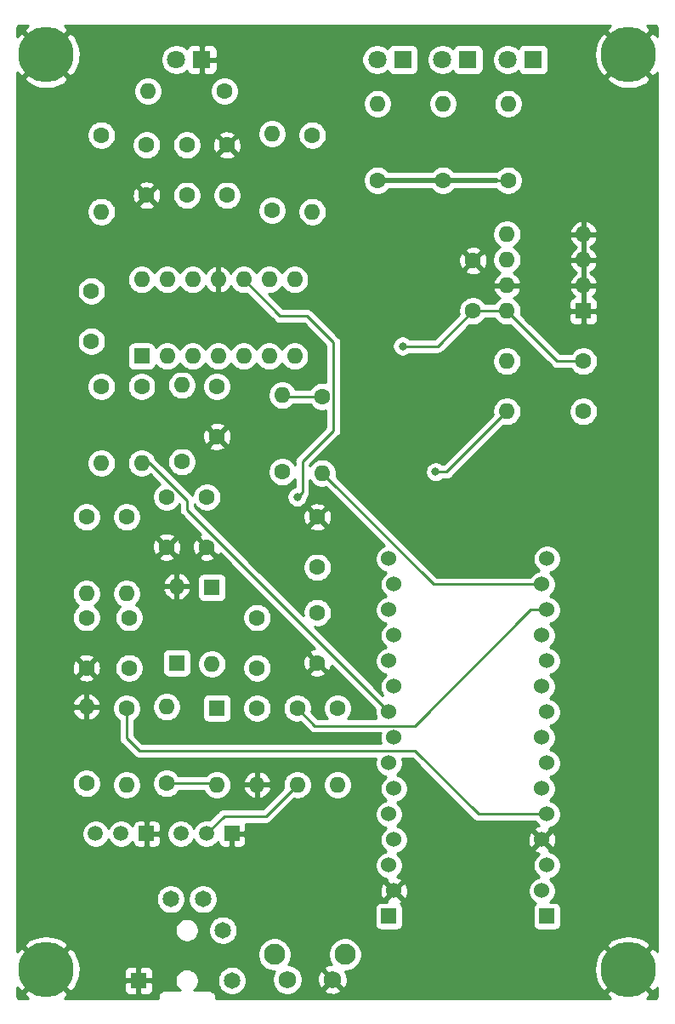
<source format=gbr>
G04 #@! TF.GenerationSoftware,KiCad,Pcbnew,5.1.10-1.fc33*
G04 #@! TF.CreationDate,2021-07-17T23:20:00-05:00*
G04 #@! TF.ProjectId,Nucleo32TNC,4e75636c-656f-4333-9254-4e432e6b6963,C*
G04 #@! TF.SameCoordinates,Original*
G04 #@! TF.FileFunction,Copper,L2,Bot*
G04 #@! TF.FilePolarity,Positive*
%FSLAX46Y46*%
G04 Gerber Fmt 4.6, Leading zero omitted, Abs format (unit mm)*
G04 Created by KiCad (PCBNEW 5.1.10-1.fc33) date 2021-07-17 23:20:00*
%MOMM*%
%LPD*%
G01*
G04 APERTURE LIST*
G04 #@! TA.AperFunction,ComponentPad*
%ADD10C,1.600000*%
G04 #@! TD*
G04 #@! TA.AperFunction,ComponentPad*
%ADD11R,1.500000X1.500000*%
G04 #@! TD*
G04 #@! TA.AperFunction,ComponentPad*
%ADD12C,1.500000*%
G04 #@! TD*
G04 #@! TA.AperFunction,ComponentPad*
%ADD13O,1.600000X1.600000*%
G04 #@! TD*
G04 #@! TA.AperFunction,ComponentPad*
%ADD14R,1.600000X1.600000*%
G04 #@! TD*
G04 #@! TA.AperFunction,ComponentPad*
%ADD15R,1.530000X1.530000*%
G04 #@! TD*
G04 #@! TA.AperFunction,ComponentPad*
%ADD16C,1.530000*%
G04 #@! TD*
G04 #@! TA.AperFunction,ComponentPad*
%ADD17C,1.800000*%
G04 #@! TD*
G04 #@! TA.AperFunction,ComponentPad*
%ADD18R,1.800000X1.800000*%
G04 #@! TD*
G04 #@! TA.AperFunction,ComponentPad*
%ADD19C,2.100000*%
G04 #@! TD*
G04 #@! TA.AperFunction,ComponentPad*
%ADD20C,1.750000*%
G04 #@! TD*
G04 #@! TA.AperFunction,ComponentPad*
%ADD21C,1.650000*%
G04 #@! TD*
G04 #@! TA.AperFunction,ComponentPad*
%ADD22R,1.650000X1.650000*%
G04 #@! TD*
G04 #@! TA.AperFunction,ComponentPad*
%ADD23C,5.500000*%
G04 #@! TD*
G04 #@! TA.AperFunction,ViaPad*
%ADD24C,0.800000*%
G04 #@! TD*
G04 #@! TA.AperFunction,Conductor*
%ADD25C,0.250000*%
G04 #@! TD*
G04 #@! TA.AperFunction,Conductor*
%ADD26C,0.500000*%
G04 #@! TD*
G04 #@! TA.AperFunction,Conductor*
%ADD27C,0.254000*%
G04 #@! TD*
G04 #@! TA.AperFunction,Conductor*
%ADD28C,0.100000*%
G04 #@! TD*
G04 APERTURE END LIST*
D10*
X151000000Y-114500000D03*
X151000000Y-109500000D03*
X151000000Y-100000000D03*
X151000000Y-105000000D03*
X141000000Y-92000000D03*
X141000000Y-87000000D03*
X166500000Y-74500000D03*
X166500000Y-79500000D03*
D11*
X134000000Y-131500000D03*
D12*
X128920000Y-131500000D03*
X131460000Y-131500000D03*
D11*
X142500000Y-131500000D03*
D12*
X137420000Y-131500000D03*
X139960000Y-131500000D03*
D13*
X141000000Y-126620000D03*
D14*
X141000000Y-119000000D03*
D10*
X132250000Y-110000000D03*
X132250000Y-115000000D03*
X145000000Y-115000000D03*
X145000000Y-110000000D03*
D15*
X158130000Y-139715000D03*
D16*
X158630000Y-137175000D03*
X158130000Y-134635000D03*
X158630000Y-132095000D03*
X158130000Y-129555000D03*
X158630000Y-127015000D03*
X158130000Y-124475000D03*
X158630000Y-121935000D03*
X158130000Y-119395000D03*
X158630000Y-116855000D03*
X158130000Y-114315000D03*
X158630000Y-111775000D03*
X158130000Y-109235000D03*
X158630000Y-106695000D03*
X158130000Y-104155000D03*
D15*
X173870000Y-139715000D03*
D16*
X173370000Y-137175000D03*
X173870000Y-134635000D03*
X173370000Y-132095000D03*
X173870000Y-129555000D03*
X173370000Y-127015000D03*
X173870000Y-124475000D03*
X173370000Y-121935000D03*
X173870000Y-119395000D03*
X173370000Y-116855000D03*
X173870000Y-114315000D03*
X173370000Y-111775000D03*
X173870000Y-109235000D03*
X173370000Y-106695000D03*
X173870000Y-104155000D03*
D17*
X156960000Y-54500000D03*
D18*
X159500000Y-54500000D03*
D17*
X163460000Y-54500000D03*
D18*
X166000000Y-54500000D03*
D17*
X169960000Y-54500000D03*
D18*
X172500000Y-54500000D03*
D13*
X134120000Y-57620000D03*
D10*
X141740000Y-57620000D03*
D19*
X153750000Y-143510000D03*
D20*
X152500000Y-146000000D03*
X148000000Y-146000000D03*
D19*
X146740000Y-143510000D03*
D21*
X139600000Y-138000000D03*
X142500000Y-146100000D03*
X136400000Y-138000000D03*
X141600000Y-141100000D03*
D22*
X133200000Y-146100000D03*
D13*
X169880000Y-79500000D03*
X177500000Y-71880000D03*
X169880000Y-76960000D03*
X177500000Y-74420000D03*
X169880000Y-74420000D03*
X177500000Y-76960000D03*
X169880000Y-71880000D03*
D14*
X177500000Y-79500000D03*
D13*
X133500000Y-76380000D03*
X148740000Y-84000000D03*
X136040000Y-76380000D03*
X146200000Y-84000000D03*
X138580000Y-76380000D03*
X143660000Y-84000000D03*
X141120000Y-76380000D03*
X141120000Y-84000000D03*
X143660000Y-76380000D03*
X138580000Y-84000000D03*
X146200000Y-76380000D03*
X136040000Y-84000000D03*
X148740000Y-76380000D03*
D14*
X133500000Y-84000000D03*
D13*
X157000000Y-58880000D03*
D10*
X157000000Y-66500000D03*
D13*
X163500000Y-58880000D03*
D10*
X163500000Y-66500000D03*
D13*
X170000000Y-58880000D03*
D10*
X170000000Y-66500000D03*
D13*
X169880000Y-89500000D03*
D10*
X177500000Y-89500000D03*
D13*
X169880000Y-84500000D03*
D10*
X177500000Y-84500000D03*
D13*
X133500000Y-94620000D03*
D10*
X133500000Y-87000000D03*
D13*
X137500000Y-86880000D03*
D10*
X137500000Y-94500000D03*
D13*
X129500000Y-69620000D03*
D10*
X129500000Y-62000000D03*
D13*
X132000000Y-126620000D03*
D10*
X132000000Y-119000000D03*
D13*
X129500000Y-94620000D03*
D10*
X129500000Y-87000000D03*
D13*
X128000000Y-118880000D03*
D10*
X128000000Y-126500000D03*
D13*
X146500000Y-61880000D03*
D10*
X146500000Y-69500000D03*
D13*
X147500000Y-87880000D03*
D10*
X147500000Y-95500000D03*
D13*
X151500000Y-95620000D03*
D10*
X151500000Y-88000000D03*
D13*
X150500000Y-69620000D03*
D10*
X150500000Y-62000000D03*
D13*
X149000000Y-126620000D03*
D10*
X149000000Y-119000000D03*
D13*
X145000000Y-126620000D03*
D10*
X145000000Y-119000000D03*
D13*
X136000000Y-118880000D03*
D10*
X136000000Y-126500000D03*
D13*
X128000000Y-107620000D03*
D10*
X128000000Y-100000000D03*
D13*
X132000000Y-107620000D03*
D10*
X132000000Y-100000000D03*
D13*
X153000000Y-126620000D03*
D10*
X153000000Y-119000000D03*
D17*
X136960000Y-54500000D03*
D18*
X139500000Y-54500000D03*
D13*
X137000000Y-106880000D03*
D14*
X137000000Y-114500000D03*
D13*
X140500000Y-114620000D03*
D14*
X140500000Y-107000000D03*
D10*
X140000000Y-98000000D03*
X140000000Y-103000000D03*
X134000000Y-63000000D03*
X134000000Y-68000000D03*
X128500000Y-82500000D03*
X128500000Y-77500000D03*
X138000000Y-63000000D03*
X138000000Y-68000000D03*
X136000000Y-98000000D03*
X136000000Y-103000000D03*
X142000000Y-68000000D03*
X142000000Y-63000000D03*
X128000000Y-110000000D03*
X128000000Y-115000000D03*
D23*
X182000000Y-145000000D03*
X182000000Y-54000000D03*
X124000000Y-145000000D03*
X124000000Y-54000000D03*
D24*
X149000000Y-98000000D03*
X159500000Y-83000000D03*
X162774990Y-95500000D03*
D25*
X152625001Y-82625001D02*
X150000000Y-80000000D01*
X150000000Y-80000000D02*
X147280000Y-80000000D01*
X147280000Y-80000000D02*
X143660000Y-76380000D01*
X149500000Y-97500000D02*
X149500000Y-94500000D01*
X152625001Y-91374999D02*
X152625001Y-82625001D01*
X149500000Y-94500000D02*
X152625001Y-91374999D01*
X149000000Y-98000000D02*
X149500000Y-97500000D01*
D26*
X163500000Y-66500000D02*
X157000000Y-66500000D01*
D25*
X168748630Y-79500000D02*
X166500000Y-79500000D01*
X169880000Y-79500000D02*
X168748630Y-79500000D01*
D26*
X168868630Y-66500000D02*
X163500000Y-66500000D01*
D25*
X170000000Y-66500000D02*
X168868630Y-66500000D01*
X174880000Y-84500000D02*
X169880000Y-79500000D01*
X177500000Y-84500000D02*
X174880000Y-84500000D01*
X166500000Y-79500000D02*
X163000000Y-83000000D01*
X163000000Y-83000000D02*
X159500000Y-83000000D01*
X149000000Y-126620000D02*
X145870000Y-129750000D01*
X141710000Y-129750000D02*
X139960000Y-131500000D01*
X145870000Y-129750000D02*
X141710000Y-129750000D01*
X162575000Y-106695000D02*
X151500000Y-95620000D01*
X170120000Y-106695000D02*
X162575000Y-106695000D01*
X170120000Y-106695000D02*
X173620000Y-106695000D01*
X147620000Y-88000000D02*
X147500000Y-87880000D01*
X151500000Y-88000000D02*
X147620000Y-88000000D01*
X169880000Y-89500000D02*
X163880000Y-95500000D01*
X163880000Y-95500000D02*
X162774990Y-95500000D01*
X150750000Y-120750000D02*
X149000000Y-119000000D01*
X160750000Y-120750000D02*
X150750000Y-120750000D01*
X172265000Y-109235000D02*
X160750000Y-120750000D01*
X173870000Y-109235000D02*
X172265000Y-109235000D01*
X132000000Y-122000000D02*
X132000000Y-119000000D01*
X133250000Y-123250000D02*
X132000000Y-122000000D01*
X160750000Y-123250000D02*
X133250000Y-123250000D01*
X167055000Y-129555000D02*
X160750000Y-123250000D01*
X173870000Y-129555000D02*
X167055000Y-129555000D01*
X158130000Y-119395000D02*
X138000000Y-99265000D01*
X134285002Y-94620000D02*
X133500000Y-94620000D01*
X138000000Y-98334998D02*
X134285002Y-94620000D01*
X138000000Y-99265000D02*
X138000000Y-98334998D01*
X140880000Y-126500000D02*
X141000000Y-126620000D01*
X136000000Y-126500000D02*
X140880000Y-126500000D01*
D27*
X122115738Y-51168228D02*
X122104859Y-51175497D01*
X121798677Y-51619072D01*
X124000000Y-53820395D01*
X126201323Y-51619072D01*
X125895141Y-51175497D01*
X125804828Y-51127000D01*
X180193228Y-51127000D01*
X180115738Y-51168228D01*
X180104859Y-51175497D01*
X179798677Y-51619072D01*
X182000000Y-53820395D01*
X184201323Y-51619072D01*
X183895141Y-51175497D01*
X183804828Y-51127000D01*
X184708915Y-51127000D01*
X184794299Y-51196637D01*
X184873000Y-51291771D01*
X184873000Y-52193228D01*
X184831772Y-52115738D01*
X184824503Y-52104859D01*
X184380928Y-51798677D01*
X182179605Y-54000000D01*
X184380928Y-56201323D01*
X184824503Y-55895141D01*
X184873000Y-55804828D01*
X184873000Y-143193228D01*
X184831772Y-143115738D01*
X184824503Y-143104859D01*
X184380928Y-142798677D01*
X182179605Y-145000000D01*
X184380928Y-147201323D01*
X184824503Y-146895141D01*
X184873000Y-146804828D01*
X184873000Y-147708915D01*
X184803365Y-147794296D01*
X184708229Y-147873000D01*
X183806772Y-147873000D01*
X183884262Y-147831772D01*
X183895141Y-147824503D01*
X184201323Y-147380928D01*
X182000000Y-145179605D01*
X179798677Y-147380928D01*
X180104859Y-147824503D01*
X180195172Y-147873000D01*
X140885050Y-147873000D01*
X140885050Y-147731191D01*
X140888122Y-147700000D01*
X140875861Y-147575509D01*
X140839548Y-147455801D01*
X140780579Y-147345478D01*
X140701220Y-147248780D01*
X140604522Y-147169421D01*
X140494199Y-147110452D01*
X140374491Y-147074139D01*
X140281191Y-147064950D01*
X140250000Y-147061878D01*
X140218809Y-147064950D01*
X138688795Y-147064950D01*
X138755394Y-147020450D01*
X138920450Y-146855394D01*
X139050134Y-146661308D01*
X139139461Y-146445652D01*
X139185000Y-146216712D01*
X139185000Y-145983288D01*
X139179613Y-145956203D01*
X141040000Y-145956203D01*
X141040000Y-146243797D01*
X141096107Y-146525866D01*
X141206165Y-146791569D01*
X141365944Y-147030696D01*
X141569304Y-147234056D01*
X141808431Y-147393835D01*
X142074134Y-147503893D01*
X142356203Y-147560000D01*
X142643797Y-147560000D01*
X142925866Y-147503893D01*
X143191569Y-147393835D01*
X143430696Y-147234056D01*
X143634056Y-147030696D01*
X143793835Y-146791569D01*
X143903893Y-146525866D01*
X143960000Y-146243797D01*
X143960000Y-145956203D01*
X143903893Y-145674134D01*
X143793835Y-145408431D01*
X143634056Y-145169304D01*
X143430696Y-144965944D01*
X143191569Y-144806165D01*
X142925866Y-144696107D01*
X142643797Y-144640000D01*
X142356203Y-144640000D01*
X142074134Y-144696107D01*
X141808431Y-144806165D01*
X141569304Y-144965944D01*
X141365944Y-145169304D01*
X141206165Y-145408431D01*
X141096107Y-145674134D01*
X141040000Y-145956203D01*
X139179613Y-145956203D01*
X139139461Y-145754348D01*
X139050134Y-145538692D01*
X138920450Y-145344606D01*
X138755394Y-145179550D01*
X138561308Y-145049866D01*
X138345652Y-144960539D01*
X138116712Y-144915000D01*
X137883288Y-144915000D01*
X137654348Y-144960539D01*
X137438692Y-145049866D01*
X137244606Y-145179550D01*
X137079550Y-145344606D01*
X136949866Y-145538692D01*
X136860539Y-145754348D01*
X136815000Y-145983288D01*
X136815000Y-146216712D01*
X136860539Y-146445652D01*
X136949866Y-146661308D01*
X137079550Y-146855394D01*
X137244606Y-147020450D01*
X137311205Y-147064950D01*
X135781191Y-147064950D01*
X135750000Y-147061878D01*
X135718809Y-147064950D01*
X135625509Y-147074139D01*
X135505801Y-147110452D01*
X135395478Y-147169421D01*
X135298780Y-147248780D01*
X135219421Y-147345478D01*
X135160452Y-147455801D01*
X135124139Y-147575509D01*
X135111878Y-147700000D01*
X135114951Y-147731201D01*
X135114951Y-147873000D01*
X125806772Y-147873000D01*
X125884262Y-147831772D01*
X125895141Y-147824503D01*
X126201323Y-147380928D01*
X124000000Y-145179605D01*
X121798677Y-147380928D01*
X122104859Y-147824503D01*
X122195172Y-147873000D01*
X121291085Y-147873000D01*
X121205704Y-147803365D01*
X121127000Y-147708229D01*
X121127000Y-146806772D01*
X121168228Y-146884262D01*
X121175497Y-146895141D01*
X121619072Y-147201323D01*
X123820395Y-145000000D01*
X124179605Y-145000000D01*
X126380928Y-147201323D01*
X126781245Y-146925000D01*
X131736928Y-146925000D01*
X131749188Y-147049482D01*
X131785498Y-147169180D01*
X131844463Y-147279494D01*
X131923815Y-147376185D01*
X132020506Y-147455537D01*
X132130820Y-147514502D01*
X132250518Y-147550812D01*
X132375000Y-147563072D01*
X132914250Y-147560000D01*
X133073000Y-147401250D01*
X133073000Y-146227000D01*
X133327000Y-146227000D01*
X133327000Y-147401250D01*
X133485750Y-147560000D01*
X134025000Y-147563072D01*
X134149482Y-147550812D01*
X134269180Y-147514502D01*
X134379494Y-147455537D01*
X134476185Y-147376185D01*
X134555537Y-147279494D01*
X134614502Y-147169180D01*
X134650812Y-147049482D01*
X134663072Y-146925000D01*
X134660000Y-146385750D01*
X134501250Y-146227000D01*
X133327000Y-146227000D01*
X133073000Y-146227000D01*
X131898750Y-146227000D01*
X131740000Y-146385750D01*
X131736928Y-146925000D01*
X126781245Y-146925000D01*
X126824503Y-146895141D01*
X127139954Y-146307694D01*
X127334740Y-145669992D01*
X127374410Y-145275000D01*
X131736928Y-145275000D01*
X131740000Y-145814250D01*
X131898750Y-145973000D01*
X133073000Y-145973000D01*
X133073000Y-144798750D01*
X133327000Y-144798750D01*
X133327000Y-145973000D01*
X134501250Y-145973000D01*
X134660000Y-145814250D01*
X134663072Y-145275000D01*
X134650812Y-145150518D01*
X134614502Y-145030820D01*
X134555537Y-144920506D01*
X134476185Y-144823815D01*
X134379494Y-144744463D01*
X134269180Y-144685498D01*
X134149482Y-144649188D01*
X134025000Y-144636928D01*
X133485750Y-144640000D01*
X133327000Y-144798750D01*
X133073000Y-144798750D01*
X132914250Y-144640000D01*
X132375000Y-144636928D01*
X132250518Y-144649188D01*
X132130820Y-144685498D01*
X132020506Y-144744463D01*
X131923815Y-144823815D01*
X131844463Y-144920506D01*
X131785498Y-145030820D01*
X131749188Y-145150518D01*
X131736928Y-145275000D01*
X127374410Y-145275000D01*
X127401372Y-145006543D01*
X127337292Y-144342842D01*
X127144962Y-143704395D01*
X126953240Y-143344042D01*
X145055000Y-143344042D01*
X145055000Y-143675958D01*
X145119754Y-144001496D01*
X145246772Y-144308147D01*
X145431175Y-144584125D01*
X145665875Y-144818825D01*
X145941853Y-145003228D01*
X146248504Y-145130246D01*
X146574042Y-145195000D01*
X146721823Y-145195000D01*
X146661856Y-145284747D01*
X146548029Y-145559549D01*
X146490000Y-145851278D01*
X146490000Y-146148722D01*
X146548029Y-146440451D01*
X146661856Y-146715253D01*
X146827107Y-146962569D01*
X147037431Y-147172893D01*
X147284747Y-147338144D01*
X147559549Y-147451971D01*
X147851278Y-147510000D01*
X148148722Y-147510000D01*
X148440451Y-147451971D01*
X148715253Y-147338144D01*
X148962569Y-147172893D01*
X149089222Y-147046240D01*
X151633365Y-147046240D01*
X151714025Y-147297868D01*
X151982329Y-147426267D01*
X152270526Y-147499855D01*
X152567543Y-147515804D01*
X152861963Y-147473501D01*
X153142474Y-147374572D01*
X153285975Y-147297868D01*
X153366635Y-147046240D01*
X152500000Y-146179605D01*
X151633365Y-147046240D01*
X149089222Y-147046240D01*
X149172893Y-146962569D01*
X149338144Y-146715253D01*
X149451971Y-146440451D01*
X149510000Y-146148722D01*
X149510000Y-146067543D01*
X150984196Y-146067543D01*
X151026499Y-146361963D01*
X151125428Y-146642474D01*
X151202132Y-146785975D01*
X151453760Y-146866635D01*
X152320395Y-146000000D01*
X151453760Y-145133365D01*
X151202132Y-145214025D01*
X151073733Y-145482329D01*
X151000145Y-145770526D01*
X150984196Y-146067543D01*
X149510000Y-146067543D01*
X149510000Y-145851278D01*
X149451971Y-145559549D01*
X149338144Y-145284747D01*
X149172893Y-145037431D01*
X149089222Y-144953760D01*
X151633365Y-144953760D01*
X152500000Y-145820395D01*
X152514143Y-145806253D01*
X152693748Y-145985858D01*
X152679605Y-146000000D01*
X153546240Y-146866635D01*
X153797868Y-146785975D01*
X153926267Y-146517671D01*
X153999855Y-146229474D01*
X154015804Y-145932457D01*
X153973501Y-145638037D01*
X153874572Y-145357526D01*
X153797868Y-145214025D01*
X153738517Y-145195000D01*
X153915958Y-145195000D01*
X154241496Y-145130246D01*
X154548147Y-145003228D01*
X154562770Y-144993457D01*
X178598628Y-144993457D01*
X178662708Y-145657158D01*
X178855038Y-146295605D01*
X179168228Y-146884262D01*
X179175497Y-146895141D01*
X179619072Y-147201323D01*
X181820395Y-145000000D01*
X179619072Y-142798677D01*
X179175497Y-143104859D01*
X178860046Y-143692306D01*
X178665260Y-144330008D01*
X178598628Y-144993457D01*
X154562770Y-144993457D01*
X154824125Y-144818825D01*
X155058825Y-144584125D01*
X155243228Y-144308147D01*
X155370246Y-144001496D01*
X155435000Y-143675958D01*
X155435000Y-143344042D01*
X155370246Y-143018504D01*
X155243228Y-142711853D01*
X155181234Y-142619072D01*
X179798677Y-142619072D01*
X182000000Y-144820395D01*
X184201323Y-142619072D01*
X183895141Y-142175497D01*
X183307694Y-141860046D01*
X182669992Y-141665260D01*
X182006543Y-141598628D01*
X181342842Y-141662708D01*
X180704395Y-141855038D01*
X180115738Y-142168228D01*
X180104859Y-142175497D01*
X179798677Y-142619072D01*
X155181234Y-142619072D01*
X155058825Y-142435875D01*
X154824125Y-142201175D01*
X154548147Y-142016772D01*
X154241496Y-141889754D01*
X153915958Y-141825000D01*
X153584042Y-141825000D01*
X153258504Y-141889754D01*
X152951853Y-142016772D01*
X152675875Y-142201175D01*
X152441175Y-142435875D01*
X152256772Y-142711853D01*
X152129754Y-143018504D01*
X152065000Y-143344042D01*
X152065000Y-143675958D01*
X152129754Y-144001496D01*
X152256772Y-144308147D01*
X152379490Y-144491806D01*
X152138037Y-144526499D01*
X151857526Y-144625428D01*
X151714025Y-144702132D01*
X151633365Y-144953760D01*
X149089222Y-144953760D01*
X148962569Y-144827107D01*
X148715253Y-144661856D01*
X148440451Y-144548029D01*
X148148722Y-144490000D01*
X148111717Y-144490000D01*
X148233228Y-144308147D01*
X148360246Y-144001496D01*
X148425000Y-143675958D01*
X148425000Y-143344042D01*
X148360246Y-143018504D01*
X148233228Y-142711853D01*
X148048825Y-142435875D01*
X147814125Y-142201175D01*
X147538147Y-142016772D01*
X147231496Y-141889754D01*
X146905958Y-141825000D01*
X146574042Y-141825000D01*
X146248504Y-141889754D01*
X145941853Y-142016772D01*
X145665875Y-142201175D01*
X145431175Y-142435875D01*
X145246772Y-142711853D01*
X145119754Y-143018504D01*
X145055000Y-143344042D01*
X126953240Y-143344042D01*
X126831772Y-143115738D01*
X126824503Y-143104859D01*
X126380928Y-142798677D01*
X124179605Y-145000000D01*
X123820395Y-145000000D01*
X121619072Y-142798677D01*
X121175497Y-143104859D01*
X121127000Y-143195172D01*
X121127000Y-142619072D01*
X121798677Y-142619072D01*
X124000000Y-144820395D01*
X126201323Y-142619072D01*
X125895141Y-142175497D01*
X125307694Y-141860046D01*
X124669992Y-141665260D01*
X124006543Y-141598628D01*
X123342842Y-141662708D01*
X122704395Y-141855038D01*
X122115738Y-142168228D01*
X122104859Y-142175497D01*
X121798677Y-142619072D01*
X121127000Y-142619072D01*
X121127000Y-140983288D01*
X136815000Y-140983288D01*
X136815000Y-141216712D01*
X136860539Y-141445652D01*
X136949866Y-141661308D01*
X137079550Y-141855394D01*
X137244606Y-142020450D01*
X137438692Y-142150134D01*
X137654348Y-142239461D01*
X137883288Y-142285000D01*
X138116712Y-142285000D01*
X138345652Y-142239461D01*
X138561308Y-142150134D01*
X138755394Y-142020450D01*
X138920450Y-141855394D01*
X139050134Y-141661308D01*
X139139461Y-141445652D01*
X139185000Y-141216712D01*
X139185000Y-140983288D01*
X139179613Y-140956203D01*
X140140000Y-140956203D01*
X140140000Y-141243797D01*
X140196107Y-141525866D01*
X140306165Y-141791569D01*
X140465944Y-142030696D01*
X140669304Y-142234056D01*
X140908431Y-142393835D01*
X141174134Y-142503893D01*
X141456203Y-142560000D01*
X141743797Y-142560000D01*
X142025866Y-142503893D01*
X142291569Y-142393835D01*
X142530696Y-142234056D01*
X142734056Y-142030696D01*
X142893835Y-141791569D01*
X143003893Y-141525866D01*
X143060000Y-141243797D01*
X143060000Y-140956203D01*
X143003893Y-140674134D01*
X142893835Y-140408431D01*
X142734056Y-140169304D01*
X142530696Y-139965944D01*
X142291569Y-139806165D01*
X142025866Y-139696107D01*
X141743797Y-139640000D01*
X141456203Y-139640000D01*
X141174134Y-139696107D01*
X140908431Y-139806165D01*
X140669304Y-139965944D01*
X140465944Y-140169304D01*
X140306165Y-140408431D01*
X140196107Y-140674134D01*
X140140000Y-140956203D01*
X139179613Y-140956203D01*
X139139461Y-140754348D01*
X139050134Y-140538692D01*
X138920450Y-140344606D01*
X138755394Y-140179550D01*
X138561308Y-140049866D01*
X138345652Y-139960539D01*
X138116712Y-139915000D01*
X137883288Y-139915000D01*
X137654348Y-139960539D01*
X137438692Y-140049866D01*
X137244606Y-140179550D01*
X137079550Y-140344606D01*
X136949866Y-140538692D01*
X136860539Y-140754348D01*
X136815000Y-140983288D01*
X121127000Y-140983288D01*
X121127000Y-137856203D01*
X134940000Y-137856203D01*
X134940000Y-138143797D01*
X134996107Y-138425866D01*
X135106165Y-138691569D01*
X135265944Y-138930696D01*
X135469304Y-139134056D01*
X135708431Y-139293835D01*
X135974134Y-139403893D01*
X136256203Y-139460000D01*
X136543797Y-139460000D01*
X136825866Y-139403893D01*
X137091569Y-139293835D01*
X137330696Y-139134056D01*
X137534056Y-138930696D01*
X137693835Y-138691569D01*
X137803893Y-138425866D01*
X137860000Y-138143797D01*
X137860000Y-137856203D01*
X138140000Y-137856203D01*
X138140000Y-138143797D01*
X138196107Y-138425866D01*
X138306165Y-138691569D01*
X138465944Y-138930696D01*
X138669304Y-139134056D01*
X138908431Y-139293835D01*
X139174134Y-139403893D01*
X139456203Y-139460000D01*
X139743797Y-139460000D01*
X140025866Y-139403893D01*
X140291569Y-139293835D01*
X140530696Y-139134056D01*
X140714752Y-138950000D01*
X156726928Y-138950000D01*
X156726928Y-140480000D01*
X156739188Y-140604482D01*
X156775498Y-140724180D01*
X156834463Y-140834494D01*
X156913815Y-140931185D01*
X157010506Y-141010537D01*
X157120820Y-141069502D01*
X157240518Y-141105812D01*
X157365000Y-141118072D01*
X158895000Y-141118072D01*
X159019482Y-141105812D01*
X159139180Y-141069502D01*
X159249494Y-141010537D01*
X159346185Y-140931185D01*
X159425537Y-140834494D01*
X159484502Y-140724180D01*
X159520812Y-140604482D01*
X159533072Y-140480000D01*
X159533072Y-138950000D01*
X159520812Y-138825518D01*
X159484502Y-138705820D01*
X159425537Y-138595506D01*
X159346185Y-138498815D01*
X159262608Y-138430225D01*
X159350760Y-138383106D01*
X159418102Y-138142707D01*
X158630000Y-137354605D01*
X157841898Y-138142707D01*
X157889301Y-138311928D01*
X157365000Y-138311928D01*
X157240518Y-138324188D01*
X157120820Y-138360498D01*
X157010506Y-138419463D01*
X156913815Y-138498815D01*
X156834463Y-138595506D01*
X156775498Y-138705820D01*
X156739188Y-138825518D01*
X156726928Y-138950000D01*
X140714752Y-138950000D01*
X140734056Y-138930696D01*
X140893835Y-138691569D01*
X141003893Y-138425866D01*
X141060000Y-138143797D01*
X141060000Y-137856203D01*
X141003893Y-137574134D01*
X140893835Y-137308431D01*
X140852721Y-137246899D01*
X157225064Y-137246899D01*
X157266086Y-137519607D01*
X157359522Y-137779072D01*
X157421894Y-137895760D01*
X157662293Y-137963102D01*
X158450395Y-137175000D01*
X158809605Y-137175000D01*
X159597707Y-137963102D01*
X159838106Y-137895760D01*
X159955506Y-137646220D01*
X160021967Y-137378573D01*
X160034936Y-137103101D01*
X160025010Y-137037112D01*
X171970000Y-137037112D01*
X171970000Y-137312888D01*
X172023801Y-137583365D01*
X172129336Y-137838149D01*
X172282549Y-138067448D01*
X172477552Y-138262451D01*
X172706851Y-138415664D01*
X172738939Y-138428955D01*
X172653815Y-138498815D01*
X172574463Y-138595506D01*
X172515498Y-138705820D01*
X172479188Y-138825518D01*
X172466928Y-138950000D01*
X172466928Y-140480000D01*
X172479188Y-140604482D01*
X172515498Y-140724180D01*
X172574463Y-140834494D01*
X172653815Y-140931185D01*
X172750506Y-141010537D01*
X172860820Y-141069502D01*
X172980518Y-141105812D01*
X173105000Y-141118072D01*
X174635000Y-141118072D01*
X174759482Y-141105812D01*
X174879180Y-141069502D01*
X174989494Y-141010537D01*
X175086185Y-140931185D01*
X175165537Y-140834494D01*
X175224502Y-140724180D01*
X175260812Y-140604482D01*
X175273072Y-140480000D01*
X175273072Y-138950000D01*
X175260812Y-138825518D01*
X175224502Y-138705820D01*
X175165537Y-138595506D01*
X175086185Y-138498815D01*
X174989494Y-138419463D01*
X174879180Y-138360498D01*
X174759482Y-138324188D01*
X174635000Y-138311928D01*
X174188401Y-138311928D01*
X174262448Y-138262451D01*
X174457451Y-138067448D01*
X174610664Y-137838149D01*
X174716199Y-137583365D01*
X174770000Y-137312888D01*
X174770000Y-137037112D01*
X174716199Y-136766635D01*
X174610664Y-136511851D01*
X174457451Y-136282552D01*
X174262448Y-136087549D01*
X174143448Y-136008036D01*
X174278365Y-135981199D01*
X174533149Y-135875664D01*
X174762448Y-135722451D01*
X174957451Y-135527448D01*
X175110664Y-135298149D01*
X175216199Y-135043365D01*
X175270000Y-134772888D01*
X175270000Y-134497112D01*
X175216199Y-134226635D01*
X175110664Y-133971851D01*
X174957451Y-133742552D01*
X174762448Y-133547549D01*
X174533149Y-133394336D01*
X174278365Y-133288801D01*
X174104457Y-133254209D01*
X174158102Y-133062707D01*
X173370000Y-132274605D01*
X172581898Y-133062707D01*
X172649240Y-133303106D01*
X172898780Y-133420506D01*
X173094828Y-133469188D01*
X172977552Y-133547549D01*
X172782549Y-133742552D01*
X172629336Y-133971851D01*
X172523801Y-134226635D01*
X172470000Y-134497112D01*
X172470000Y-134772888D01*
X172523801Y-135043365D01*
X172629336Y-135298149D01*
X172782549Y-135527448D01*
X172977552Y-135722451D01*
X173096552Y-135801964D01*
X172961635Y-135828801D01*
X172706851Y-135934336D01*
X172477552Y-136087549D01*
X172282549Y-136282552D01*
X172129336Y-136511851D01*
X172023801Y-136766635D01*
X171970000Y-137037112D01*
X160025010Y-137037112D01*
X159993914Y-136830393D01*
X159900478Y-136570928D01*
X159838106Y-136454240D01*
X159597707Y-136386898D01*
X158809605Y-137175000D01*
X158450395Y-137175000D01*
X157662293Y-136386898D01*
X157421894Y-136454240D01*
X157304494Y-136703780D01*
X157238033Y-136971427D01*
X157225064Y-137246899D01*
X140852721Y-137246899D01*
X140734056Y-137069304D01*
X140530696Y-136865944D01*
X140291569Y-136706165D01*
X140025866Y-136596107D01*
X139743797Y-136540000D01*
X139456203Y-136540000D01*
X139174134Y-136596107D01*
X138908431Y-136706165D01*
X138669304Y-136865944D01*
X138465944Y-137069304D01*
X138306165Y-137308431D01*
X138196107Y-137574134D01*
X138140000Y-137856203D01*
X137860000Y-137856203D01*
X137803893Y-137574134D01*
X137693835Y-137308431D01*
X137534056Y-137069304D01*
X137330696Y-136865944D01*
X137091569Y-136706165D01*
X136825866Y-136596107D01*
X136543797Y-136540000D01*
X136256203Y-136540000D01*
X135974134Y-136596107D01*
X135708431Y-136706165D01*
X135469304Y-136865944D01*
X135265944Y-137069304D01*
X135106165Y-137308431D01*
X134996107Y-137574134D01*
X134940000Y-137856203D01*
X121127000Y-137856203D01*
X121127000Y-131363589D01*
X127535000Y-131363589D01*
X127535000Y-131636411D01*
X127588225Y-131903989D01*
X127692629Y-132156043D01*
X127844201Y-132382886D01*
X128037114Y-132575799D01*
X128263957Y-132727371D01*
X128516011Y-132831775D01*
X128783589Y-132885000D01*
X129056411Y-132885000D01*
X129323989Y-132831775D01*
X129576043Y-132727371D01*
X129802886Y-132575799D01*
X129995799Y-132382886D01*
X130147371Y-132156043D01*
X130190000Y-132053127D01*
X130232629Y-132156043D01*
X130384201Y-132382886D01*
X130577114Y-132575799D01*
X130803957Y-132727371D01*
X131056011Y-132831775D01*
X131323589Y-132885000D01*
X131596411Y-132885000D01*
X131863989Y-132831775D01*
X132116043Y-132727371D01*
X132342886Y-132575799D01*
X132535799Y-132382886D01*
X132613555Y-132266517D01*
X132624188Y-132374482D01*
X132660498Y-132494180D01*
X132719463Y-132604494D01*
X132798815Y-132701185D01*
X132895506Y-132780537D01*
X133005820Y-132839502D01*
X133125518Y-132875812D01*
X133250000Y-132888072D01*
X133714250Y-132885000D01*
X133873000Y-132726250D01*
X133873000Y-131627000D01*
X134127000Y-131627000D01*
X134127000Y-132726250D01*
X134285750Y-132885000D01*
X134750000Y-132888072D01*
X134874482Y-132875812D01*
X134994180Y-132839502D01*
X135104494Y-132780537D01*
X135201185Y-132701185D01*
X135280537Y-132604494D01*
X135339502Y-132494180D01*
X135375812Y-132374482D01*
X135388072Y-132250000D01*
X135385000Y-131785750D01*
X135226250Y-131627000D01*
X134127000Y-131627000D01*
X133873000Y-131627000D01*
X133853000Y-131627000D01*
X133853000Y-131373000D01*
X133873000Y-131373000D01*
X133873000Y-130273750D01*
X134127000Y-130273750D01*
X134127000Y-131373000D01*
X135226250Y-131373000D01*
X135235661Y-131363589D01*
X136035000Y-131363589D01*
X136035000Y-131636411D01*
X136088225Y-131903989D01*
X136192629Y-132156043D01*
X136344201Y-132382886D01*
X136537114Y-132575799D01*
X136763957Y-132727371D01*
X137016011Y-132831775D01*
X137283589Y-132885000D01*
X137556411Y-132885000D01*
X137823989Y-132831775D01*
X138076043Y-132727371D01*
X138302886Y-132575799D01*
X138495799Y-132382886D01*
X138647371Y-132156043D01*
X138690000Y-132053127D01*
X138732629Y-132156043D01*
X138884201Y-132382886D01*
X139077114Y-132575799D01*
X139303957Y-132727371D01*
X139556011Y-132831775D01*
X139823589Y-132885000D01*
X140096411Y-132885000D01*
X140363989Y-132831775D01*
X140616043Y-132727371D01*
X140842886Y-132575799D01*
X141035799Y-132382886D01*
X141113555Y-132266517D01*
X141124188Y-132374482D01*
X141160498Y-132494180D01*
X141219463Y-132604494D01*
X141298815Y-132701185D01*
X141395506Y-132780537D01*
X141505820Y-132839502D01*
X141625518Y-132875812D01*
X141750000Y-132888072D01*
X142214250Y-132885000D01*
X142373000Y-132726250D01*
X142373000Y-131627000D01*
X142627000Y-131627000D01*
X142627000Y-132726250D01*
X142785750Y-132885000D01*
X143250000Y-132888072D01*
X143374482Y-132875812D01*
X143494180Y-132839502D01*
X143604494Y-132780537D01*
X143701185Y-132701185D01*
X143780537Y-132604494D01*
X143839502Y-132494180D01*
X143875812Y-132374482D01*
X143888072Y-132250000D01*
X143885000Y-131785750D01*
X143726250Y-131627000D01*
X142627000Y-131627000D01*
X142373000Y-131627000D01*
X142353000Y-131627000D01*
X142353000Y-131373000D01*
X142373000Y-131373000D01*
X142373000Y-131353000D01*
X142627000Y-131353000D01*
X142627000Y-131373000D01*
X143726250Y-131373000D01*
X143885000Y-131214250D01*
X143888072Y-130750000D01*
X143875812Y-130625518D01*
X143840770Y-130510000D01*
X145832678Y-130510000D01*
X145870000Y-130513676D01*
X145907322Y-130510000D01*
X145907333Y-130510000D01*
X146018986Y-130499003D01*
X146162247Y-130455546D01*
X146294276Y-130384974D01*
X146410001Y-130290001D01*
X146433804Y-130260997D01*
X148676114Y-128018688D01*
X148858665Y-128055000D01*
X149141335Y-128055000D01*
X149418574Y-127999853D01*
X149679727Y-127891680D01*
X149914759Y-127734637D01*
X150114637Y-127534759D01*
X150271680Y-127299727D01*
X150379853Y-127038574D01*
X150435000Y-126761335D01*
X150435000Y-126478665D01*
X151565000Y-126478665D01*
X151565000Y-126761335D01*
X151620147Y-127038574D01*
X151728320Y-127299727D01*
X151885363Y-127534759D01*
X152085241Y-127734637D01*
X152320273Y-127891680D01*
X152581426Y-127999853D01*
X152858665Y-128055000D01*
X153141335Y-128055000D01*
X153418574Y-127999853D01*
X153679727Y-127891680D01*
X153914759Y-127734637D01*
X154114637Y-127534759D01*
X154271680Y-127299727D01*
X154379853Y-127038574D01*
X154435000Y-126761335D01*
X154435000Y-126478665D01*
X154379853Y-126201426D01*
X154271680Y-125940273D01*
X154114637Y-125705241D01*
X153914759Y-125505363D01*
X153679727Y-125348320D01*
X153418574Y-125240147D01*
X153141335Y-125185000D01*
X152858665Y-125185000D01*
X152581426Y-125240147D01*
X152320273Y-125348320D01*
X152085241Y-125505363D01*
X151885363Y-125705241D01*
X151728320Y-125940273D01*
X151620147Y-126201426D01*
X151565000Y-126478665D01*
X150435000Y-126478665D01*
X150379853Y-126201426D01*
X150271680Y-125940273D01*
X150114637Y-125705241D01*
X149914759Y-125505363D01*
X149679727Y-125348320D01*
X149418574Y-125240147D01*
X149141335Y-125185000D01*
X148858665Y-125185000D01*
X148581426Y-125240147D01*
X148320273Y-125348320D01*
X148085241Y-125505363D01*
X147885363Y-125705241D01*
X147728320Y-125940273D01*
X147620147Y-126201426D01*
X147565000Y-126478665D01*
X147565000Y-126761335D01*
X147601312Y-126943886D01*
X145555199Y-128990000D01*
X141747325Y-128990000D01*
X141710000Y-128986324D01*
X141672675Y-128990000D01*
X141672667Y-128990000D01*
X141561014Y-129000997D01*
X141417753Y-129044454D01*
X141285724Y-129115026D01*
X141169999Y-129209999D01*
X141146201Y-129238997D01*
X140241365Y-130143833D01*
X140096411Y-130115000D01*
X139823589Y-130115000D01*
X139556011Y-130168225D01*
X139303957Y-130272629D01*
X139077114Y-130424201D01*
X138884201Y-130617114D01*
X138732629Y-130843957D01*
X138690000Y-130946873D01*
X138647371Y-130843957D01*
X138495799Y-130617114D01*
X138302886Y-130424201D01*
X138076043Y-130272629D01*
X137823989Y-130168225D01*
X137556411Y-130115000D01*
X137283589Y-130115000D01*
X137016011Y-130168225D01*
X136763957Y-130272629D01*
X136537114Y-130424201D01*
X136344201Y-130617114D01*
X136192629Y-130843957D01*
X136088225Y-131096011D01*
X136035000Y-131363589D01*
X135235661Y-131363589D01*
X135385000Y-131214250D01*
X135388072Y-130750000D01*
X135375812Y-130625518D01*
X135339502Y-130505820D01*
X135280537Y-130395506D01*
X135201185Y-130298815D01*
X135104494Y-130219463D01*
X134994180Y-130160498D01*
X134874482Y-130124188D01*
X134750000Y-130111928D01*
X134285750Y-130115000D01*
X134127000Y-130273750D01*
X133873000Y-130273750D01*
X133714250Y-130115000D01*
X133250000Y-130111928D01*
X133125518Y-130124188D01*
X133005820Y-130160498D01*
X132895506Y-130219463D01*
X132798815Y-130298815D01*
X132719463Y-130395506D01*
X132660498Y-130505820D01*
X132624188Y-130625518D01*
X132613555Y-130733483D01*
X132535799Y-130617114D01*
X132342886Y-130424201D01*
X132116043Y-130272629D01*
X131863989Y-130168225D01*
X131596411Y-130115000D01*
X131323589Y-130115000D01*
X131056011Y-130168225D01*
X130803957Y-130272629D01*
X130577114Y-130424201D01*
X130384201Y-130617114D01*
X130232629Y-130843957D01*
X130190000Y-130946873D01*
X130147371Y-130843957D01*
X129995799Y-130617114D01*
X129802886Y-130424201D01*
X129576043Y-130272629D01*
X129323989Y-130168225D01*
X129056411Y-130115000D01*
X128783589Y-130115000D01*
X128516011Y-130168225D01*
X128263957Y-130272629D01*
X128037114Y-130424201D01*
X127844201Y-130617114D01*
X127692629Y-130843957D01*
X127588225Y-131096011D01*
X127535000Y-131363589D01*
X121127000Y-131363589D01*
X121127000Y-126358665D01*
X126565000Y-126358665D01*
X126565000Y-126641335D01*
X126620147Y-126918574D01*
X126728320Y-127179727D01*
X126885363Y-127414759D01*
X127085241Y-127614637D01*
X127320273Y-127771680D01*
X127581426Y-127879853D01*
X127858665Y-127935000D01*
X128141335Y-127935000D01*
X128418574Y-127879853D01*
X128679727Y-127771680D01*
X128914759Y-127614637D01*
X129114637Y-127414759D01*
X129271680Y-127179727D01*
X129379853Y-126918574D01*
X129435000Y-126641335D01*
X129435000Y-126478665D01*
X130565000Y-126478665D01*
X130565000Y-126761335D01*
X130620147Y-127038574D01*
X130728320Y-127299727D01*
X130885363Y-127534759D01*
X131085241Y-127734637D01*
X131320273Y-127891680D01*
X131581426Y-127999853D01*
X131858665Y-128055000D01*
X132141335Y-128055000D01*
X132418574Y-127999853D01*
X132679727Y-127891680D01*
X132914759Y-127734637D01*
X133114637Y-127534759D01*
X133271680Y-127299727D01*
X133379853Y-127038574D01*
X133435000Y-126761335D01*
X133435000Y-126478665D01*
X133411131Y-126358665D01*
X134565000Y-126358665D01*
X134565000Y-126641335D01*
X134620147Y-126918574D01*
X134728320Y-127179727D01*
X134885363Y-127414759D01*
X135085241Y-127614637D01*
X135320273Y-127771680D01*
X135581426Y-127879853D01*
X135858665Y-127935000D01*
X136141335Y-127935000D01*
X136418574Y-127879853D01*
X136679727Y-127771680D01*
X136914759Y-127614637D01*
X137114637Y-127414759D01*
X137218043Y-127260000D01*
X139711865Y-127260000D01*
X139728320Y-127299727D01*
X139885363Y-127534759D01*
X140085241Y-127734637D01*
X140320273Y-127891680D01*
X140581426Y-127999853D01*
X140858665Y-128055000D01*
X141141335Y-128055000D01*
X141418574Y-127999853D01*
X141679727Y-127891680D01*
X141914759Y-127734637D01*
X142114637Y-127534759D01*
X142271680Y-127299727D01*
X142379853Y-127038574D01*
X142393684Y-126969040D01*
X143608091Y-126969040D01*
X143702930Y-127233881D01*
X143847615Y-127475131D01*
X144036586Y-127683519D01*
X144262580Y-127851037D01*
X144516913Y-127971246D01*
X144650961Y-128011904D01*
X144873000Y-127889915D01*
X144873000Y-126747000D01*
X145127000Y-126747000D01*
X145127000Y-127889915D01*
X145349039Y-128011904D01*
X145483087Y-127971246D01*
X145737420Y-127851037D01*
X145963414Y-127683519D01*
X146152385Y-127475131D01*
X146297070Y-127233881D01*
X146391909Y-126969040D01*
X146270624Y-126747000D01*
X145127000Y-126747000D01*
X144873000Y-126747000D01*
X143729376Y-126747000D01*
X143608091Y-126969040D01*
X142393684Y-126969040D01*
X142435000Y-126761335D01*
X142435000Y-126478665D01*
X142393685Y-126270960D01*
X143608091Y-126270960D01*
X143729376Y-126493000D01*
X144873000Y-126493000D01*
X144873000Y-125350085D01*
X145127000Y-125350085D01*
X145127000Y-126493000D01*
X146270624Y-126493000D01*
X146391909Y-126270960D01*
X146297070Y-126006119D01*
X146152385Y-125764869D01*
X145963414Y-125556481D01*
X145737420Y-125388963D01*
X145483087Y-125268754D01*
X145349039Y-125228096D01*
X145127000Y-125350085D01*
X144873000Y-125350085D01*
X144650961Y-125228096D01*
X144516913Y-125268754D01*
X144262580Y-125388963D01*
X144036586Y-125556481D01*
X143847615Y-125764869D01*
X143702930Y-126006119D01*
X143608091Y-126270960D01*
X142393685Y-126270960D01*
X142379853Y-126201426D01*
X142271680Y-125940273D01*
X142114637Y-125705241D01*
X141914759Y-125505363D01*
X141679727Y-125348320D01*
X141418574Y-125240147D01*
X141141335Y-125185000D01*
X140858665Y-125185000D01*
X140581426Y-125240147D01*
X140320273Y-125348320D01*
X140085241Y-125505363D01*
X139885363Y-125705241D01*
X139862138Y-125740000D01*
X137218043Y-125740000D01*
X137114637Y-125585241D01*
X136914759Y-125385363D01*
X136679727Y-125228320D01*
X136418574Y-125120147D01*
X136141335Y-125065000D01*
X135858665Y-125065000D01*
X135581426Y-125120147D01*
X135320273Y-125228320D01*
X135085241Y-125385363D01*
X134885363Y-125585241D01*
X134728320Y-125820273D01*
X134620147Y-126081426D01*
X134565000Y-126358665D01*
X133411131Y-126358665D01*
X133379853Y-126201426D01*
X133271680Y-125940273D01*
X133114637Y-125705241D01*
X132914759Y-125505363D01*
X132679727Y-125348320D01*
X132418574Y-125240147D01*
X132141335Y-125185000D01*
X131858665Y-125185000D01*
X131581426Y-125240147D01*
X131320273Y-125348320D01*
X131085241Y-125505363D01*
X130885363Y-125705241D01*
X130728320Y-125940273D01*
X130620147Y-126201426D01*
X130565000Y-126478665D01*
X129435000Y-126478665D01*
X129435000Y-126358665D01*
X129379853Y-126081426D01*
X129271680Y-125820273D01*
X129114637Y-125585241D01*
X128914759Y-125385363D01*
X128679727Y-125228320D01*
X128418574Y-125120147D01*
X128141335Y-125065000D01*
X127858665Y-125065000D01*
X127581426Y-125120147D01*
X127320273Y-125228320D01*
X127085241Y-125385363D01*
X126885363Y-125585241D01*
X126728320Y-125820273D01*
X126620147Y-126081426D01*
X126565000Y-126358665D01*
X121127000Y-126358665D01*
X121127000Y-119229040D01*
X126608091Y-119229040D01*
X126702930Y-119493881D01*
X126847615Y-119735131D01*
X127036586Y-119943519D01*
X127262580Y-120111037D01*
X127516913Y-120231246D01*
X127650961Y-120271904D01*
X127873000Y-120149915D01*
X127873000Y-119007000D01*
X128127000Y-119007000D01*
X128127000Y-120149915D01*
X128349039Y-120271904D01*
X128483087Y-120231246D01*
X128737420Y-120111037D01*
X128963414Y-119943519D01*
X129152385Y-119735131D01*
X129297070Y-119493881D01*
X129391909Y-119229040D01*
X129270624Y-119007000D01*
X128127000Y-119007000D01*
X127873000Y-119007000D01*
X126729376Y-119007000D01*
X126608091Y-119229040D01*
X121127000Y-119229040D01*
X121127000Y-118858665D01*
X130565000Y-118858665D01*
X130565000Y-119141335D01*
X130620147Y-119418574D01*
X130728320Y-119679727D01*
X130885363Y-119914759D01*
X131085241Y-120114637D01*
X131240001Y-120218044D01*
X131240000Y-121962677D01*
X131236324Y-122000000D01*
X131240000Y-122037322D01*
X131240000Y-122037332D01*
X131250997Y-122148985D01*
X131294454Y-122292246D01*
X131365026Y-122424276D01*
X131404871Y-122472826D01*
X131459999Y-122540001D01*
X131489003Y-122563804D01*
X132686200Y-123761002D01*
X132709999Y-123790001D01*
X132738997Y-123813799D01*
X132825723Y-123884974D01*
X132957753Y-123955546D01*
X133101014Y-123999003D01*
X133212667Y-124010000D01*
X133212677Y-124010000D01*
X133250000Y-124013676D01*
X133287323Y-124010000D01*
X156807260Y-124010000D01*
X156783801Y-124066635D01*
X156730000Y-124337112D01*
X156730000Y-124612888D01*
X156783801Y-124883365D01*
X156889336Y-125138149D01*
X157042549Y-125367448D01*
X157237552Y-125562451D01*
X157466851Y-125715664D01*
X157721635Y-125821199D01*
X157856552Y-125848036D01*
X157737552Y-125927549D01*
X157542549Y-126122552D01*
X157389336Y-126351851D01*
X157283801Y-126606635D01*
X157230000Y-126877112D01*
X157230000Y-127152888D01*
X157283801Y-127423365D01*
X157389336Y-127678149D01*
X157542549Y-127907448D01*
X157737552Y-128102451D01*
X157856552Y-128181964D01*
X157721635Y-128208801D01*
X157466851Y-128314336D01*
X157237552Y-128467549D01*
X157042549Y-128662552D01*
X156889336Y-128891851D01*
X156783801Y-129146635D01*
X156730000Y-129417112D01*
X156730000Y-129692888D01*
X156783801Y-129963365D01*
X156889336Y-130218149D01*
X157042549Y-130447448D01*
X157237552Y-130642451D01*
X157466851Y-130795664D01*
X157721635Y-130901199D01*
X157856552Y-130928036D01*
X157737552Y-131007549D01*
X157542549Y-131202552D01*
X157389336Y-131431851D01*
X157283801Y-131686635D01*
X157230000Y-131957112D01*
X157230000Y-132232888D01*
X157283801Y-132503365D01*
X157389336Y-132758149D01*
X157542549Y-132987448D01*
X157737552Y-133182451D01*
X157856552Y-133261964D01*
X157721635Y-133288801D01*
X157466851Y-133394336D01*
X157237552Y-133547549D01*
X157042549Y-133742552D01*
X156889336Y-133971851D01*
X156783801Y-134226635D01*
X156730000Y-134497112D01*
X156730000Y-134772888D01*
X156783801Y-135043365D01*
X156889336Y-135298149D01*
X157042549Y-135527448D01*
X157237552Y-135722451D01*
X157466851Y-135875664D01*
X157721635Y-135981199D01*
X157895543Y-136015791D01*
X157841898Y-136207293D01*
X158630000Y-136995395D01*
X159418102Y-136207293D01*
X159350760Y-135966894D01*
X159101220Y-135849494D01*
X158905172Y-135800812D01*
X159022448Y-135722451D01*
X159217451Y-135527448D01*
X159370664Y-135298149D01*
X159476199Y-135043365D01*
X159530000Y-134772888D01*
X159530000Y-134497112D01*
X159476199Y-134226635D01*
X159370664Y-133971851D01*
X159217451Y-133742552D01*
X159022448Y-133547549D01*
X158903448Y-133468036D01*
X159038365Y-133441199D01*
X159293149Y-133335664D01*
X159522448Y-133182451D01*
X159717451Y-132987448D01*
X159870664Y-132758149D01*
X159976199Y-132503365D01*
X160030000Y-132232888D01*
X160030000Y-132166899D01*
X171965064Y-132166899D01*
X172006086Y-132439607D01*
X172099522Y-132699072D01*
X172161894Y-132815760D01*
X172402293Y-132883102D01*
X173190395Y-132095000D01*
X173549605Y-132095000D01*
X174337707Y-132883102D01*
X174578106Y-132815760D01*
X174695506Y-132566220D01*
X174761967Y-132298573D01*
X174774936Y-132023101D01*
X174733914Y-131750393D01*
X174640478Y-131490928D01*
X174578106Y-131374240D01*
X174337707Y-131306898D01*
X173549605Y-132095000D01*
X173190395Y-132095000D01*
X172402293Y-131306898D01*
X172161894Y-131374240D01*
X172044494Y-131623780D01*
X171978033Y-131891427D01*
X171965064Y-132166899D01*
X160030000Y-132166899D01*
X160030000Y-131957112D01*
X159976199Y-131686635D01*
X159870664Y-131431851D01*
X159717451Y-131202552D01*
X159522448Y-131007549D01*
X159293149Y-130854336D01*
X159038365Y-130748801D01*
X158903448Y-130721964D01*
X159022448Y-130642451D01*
X159217451Y-130447448D01*
X159370664Y-130218149D01*
X159476199Y-129963365D01*
X159530000Y-129692888D01*
X159530000Y-129417112D01*
X159476199Y-129146635D01*
X159370664Y-128891851D01*
X159217451Y-128662552D01*
X159022448Y-128467549D01*
X158903448Y-128388036D01*
X159038365Y-128361199D01*
X159293149Y-128255664D01*
X159522448Y-128102451D01*
X159717451Y-127907448D01*
X159870664Y-127678149D01*
X159976199Y-127423365D01*
X160030000Y-127152888D01*
X160030000Y-126877112D01*
X159976199Y-126606635D01*
X159870664Y-126351851D01*
X159717451Y-126122552D01*
X159522448Y-125927549D01*
X159293149Y-125774336D01*
X159038365Y-125668801D01*
X158903448Y-125641964D01*
X159022448Y-125562451D01*
X159217451Y-125367448D01*
X159370664Y-125138149D01*
X159476199Y-124883365D01*
X159530000Y-124612888D01*
X159530000Y-124337112D01*
X159476199Y-124066635D01*
X159452740Y-124010000D01*
X160435199Y-124010000D01*
X166491201Y-130066003D01*
X166514999Y-130095001D01*
X166594807Y-130160498D01*
X166630724Y-130189974D01*
X166762753Y-130260546D01*
X166906014Y-130304003D01*
X167055000Y-130318677D01*
X167092333Y-130315000D01*
X172694050Y-130315000D01*
X172782549Y-130447448D01*
X172977552Y-130642451D01*
X173094619Y-130720673D01*
X173025393Y-130731086D01*
X172765928Y-130824522D01*
X172649240Y-130886894D01*
X172581898Y-131127293D01*
X173370000Y-131915395D01*
X174158102Y-131127293D01*
X174104457Y-130935791D01*
X174278365Y-130901199D01*
X174533149Y-130795664D01*
X174762448Y-130642451D01*
X174957451Y-130447448D01*
X175110664Y-130218149D01*
X175216199Y-129963365D01*
X175270000Y-129692888D01*
X175270000Y-129417112D01*
X175216199Y-129146635D01*
X175110664Y-128891851D01*
X174957451Y-128662552D01*
X174762448Y-128467549D01*
X174533149Y-128314336D01*
X174278365Y-128208801D01*
X174143448Y-128181964D01*
X174262448Y-128102451D01*
X174457451Y-127907448D01*
X174610664Y-127678149D01*
X174716199Y-127423365D01*
X174770000Y-127152888D01*
X174770000Y-126877112D01*
X174716199Y-126606635D01*
X174610664Y-126351851D01*
X174457451Y-126122552D01*
X174262448Y-125927549D01*
X174143448Y-125848036D01*
X174278365Y-125821199D01*
X174533149Y-125715664D01*
X174762448Y-125562451D01*
X174957451Y-125367448D01*
X175110664Y-125138149D01*
X175216199Y-124883365D01*
X175270000Y-124612888D01*
X175270000Y-124337112D01*
X175216199Y-124066635D01*
X175110664Y-123811851D01*
X174957451Y-123582552D01*
X174762448Y-123387549D01*
X174533149Y-123234336D01*
X174278365Y-123128801D01*
X174143448Y-123101964D01*
X174262448Y-123022451D01*
X174457451Y-122827448D01*
X174610664Y-122598149D01*
X174716199Y-122343365D01*
X174770000Y-122072888D01*
X174770000Y-121797112D01*
X174716199Y-121526635D01*
X174610664Y-121271851D01*
X174457451Y-121042552D01*
X174262448Y-120847549D01*
X174143448Y-120768036D01*
X174278365Y-120741199D01*
X174533149Y-120635664D01*
X174762448Y-120482451D01*
X174957451Y-120287448D01*
X175110664Y-120058149D01*
X175216199Y-119803365D01*
X175270000Y-119532888D01*
X175270000Y-119257112D01*
X175216199Y-118986635D01*
X175110664Y-118731851D01*
X174957451Y-118502552D01*
X174762448Y-118307549D01*
X174533149Y-118154336D01*
X174278365Y-118048801D01*
X174143448Y-118021964D01*
X174262448Y-117942451D01*
X174457451Y-117747448D01*
X174610664Y-117518149D01*
X174716199Y-117263365D01*
X174770000Y-116992888D01*
X174770000Y-116717112D01*
X174716199Y-116446635D01*
X174610664Y-116191851D01*
X174457451Y-115962552D01*
X174262448Y-115767549D01*
X174143448Y-115688036D01*
X174278365Y-115661199D01*
X174533149Y-115555664D01*
X174762448Y-115402451D01*
X174957451Y-115207448D01*
X175110664Y-114978149D01*
X175216199Y-114723365D01*
X175270000Y-114452888D01*
X175270000Y-114177112D01*
X175216199Y-113906635D01*
X175110664Y-113651851D01*
X174957451Y-113422552D01*
X174762448Y-113227549D01*
X174533149Y-113074336D01*
X174278365Y-112968801D01*
X174143448Y-112941964D01*
X174262448Y-112862451D01*
X174457451Y-112667448D01*
X174610664Y-112438149D01*
X174716199Y-112183365D01*
X174770000Y-111912888D01*
X174770000Y-111637112D01*
X174716199Y-111366635D01*
X174610664Y-111111851D01*
X174457451Y-110882552D01*
X174262448Y-110687549D01*
X174143448Y-110608036D01*
X174278365Y-110581199D01*
X174533149Y-110475664D01*
X174762448Y-110322451D01*
X174957451Y-110127448D01*
X175110664Y-109898149D01*
X175216199Y-109643365D01*
X175270000Y-109372888D01*
X175270000Y-109097112D01*
X175216199Y-108826635D01*
X175110664Y-108571851D01*
X174957451Y-108342552D01*
X174762448Y-108147549D01*
X174533149Y-107994336D01*
X174278365Y-107888801D01*
X174143448Y-107861964D01*
X174262448Y-107782451D01*
X174457451Y-107587448D01*
X174610664Y-107358149D01*
X174716199Y-107103365D01*
X174770000Y-106832888D01*
X174770000Y-106557112D01*
X174716199Y-106286635D01*
X174610664Y-106031851D01*
X174457451Y-105802552D01*
X174262448Y-105607549D01*
X174143448Y-105528036D01*
X174278365Y-105501199D01*
X174533149Y-105395664D01*
X174762448Y-105242451D01*
X174957451Y-105047448D01*
X175110664Y-104818149D01*
X175216199Y-104563365D01*
X175270000Y-104292888D01*
X175270000Y-104017112D01*
X175216199Y-103746635D01*
X175110664Y-103491851D01*
X174957451Y-103262552D01*
X174762448Y-103067549D01*
X174533149Y-102914336D01*
X174278365Y-102808801D01*
X174007888Y-102755000D01*
X173732112Y-102755000D01*
X173461635Y-102808801D01*
X173206851Y-102914336D01*
X172977552Y-103067549D01*
X172782549Y-103262552D01*
X172629336Y-103491851D01*
X172523801Y-103746635D01*
X172470000Y-104017112D01*
X172470000Y-104292888D01*
X172523801Y-104563365D01*
X172629336Y-104818149D01*
X172782549Y-105047448D01*
X172977552Y-105242451D01*
X173096552Y-105321964D01*
X172961635Y-105348801D01*
X172706851Y-105454336D01*
X172477552Y-105607549D01*
X172282549Y-105802552D01*
X172194050Y-105935000D01*
X162889802Y-105935000D01*
X152898688Y-95943887D01*
X152935000Y-95761335D01*
X152935000Y-95478665D01*
X152918967Y-95398061D01*
X161739990Y-95398061D01*
X161739990Y-95601939D01*
X161779764Y-95801898D01*
X161857785Y-95990256D01*
X161971053Y-96159774D01*
X162115216Y-96303937D01*
X162284734Y-96417205D01*
X162473092Y-96495226D01*
X162673051Y-96535000D01*
X162876929Y-96535000D01*
X163076888Y-96495226D01*
X163265246Y-96417205D01*
X163434764Y-96303937D01*
X163478701Y-96260000D01*
X163842678Y-96260000D01*
X163880000Y-96263676D01*
X163917322Y-96260000D01*
X163917333Y-96260000D01*
X164028986Y-96249003D01*
X164172247Y-96205546D01*
X164304276Y-96134974D01*
X164420001Y-96040001D01*
X164443804Y-96010997D01*
X169556115Y-90898688D01*
X169738665Y-90935000D01*
X170021335Y-90935000D01*
X170298574Y-90879853D01*
X170559727Y-90771680D01*
X170794759Y-90614637D01*
X170994637Y-90414759D01*
X171151680Y-90179727D01*
X171259853Y-89918574D01*
X171315000Y-89641335D01*
X171315000Y-89358665D01*
X176065000Y-89358665D01*
X176065000Y-89641335D01*
X176120147Y-89918574D01*
X176228320Y-90179727D01*
X176385363Y-90414759D01*
X176585241Y-90614637D01*
X176820273Y-90771680D01*
X177081426Y-90879853D01*
X177358665Y-90935000D01*
X177641335Y-90935000D01*
X177918574Y-90879853D01*
X178179727Y-90771680D01*
X178414759Y-90614637D01*
X178614637Y-90414759D01*
X178771680Y-90179727D01*
X178879853Y-89918574D01*
X178935000Y-89641335D01*
X178935000Y-89358665D01*
X178879853Y-89081426D01*
X178771680Y-88820273D01*
X178614637Y-88585241D01*
X178414759Y-88385363D01*
X178179727Y-88228320D01*
X177918574Y-88120147D01*
X177641335Y-88065000D01*
X177358665Y-88065000D01*
X177081426Y-88120147D01*
X176820273Y-88228320D01*
X176585241Y-88385363D01*
X176385363Y-88585241D01*
X176228320Y-88820273D01*
X176120147Y-89081426D01*
X176065000Y-89358665D01*
X171315000Y-89358665D01*
X171259853Y-89081426D01*
X171151680Y-88820273D01*
X170994637Y-88585241D01*
X170794759Y-88385363D01*
X170559727Y-88228320D01*
X170298574Y-88120147D01*
X170021335Y-88065000D01*
X169738665Y-88065000D01*
X169461426Y-88120147D01*
X169200273Y-88228320D01*
X168965241Y-88385363D01*
X168765363Y-88585241D01*
X168608320Y-88820273D01*
X168500147Y-89081426D01*
X168445000Y-89358665D01*
X168445000Y-89641335D01*
X168481312Y-89823885D01*
X163565199Y-94740000D01*
X163478701Y-94740000D01*
X163434764Y-94696063D01*
X163265246Y-94582795D01*
X163076888Y-94504774D01*
X162876929Y-94465000D01*
X162673051Y-94465000D01*
X162473092Y-94504774D01*
X162284734Y-94582795D01*
X162115216Y-94696063D01*
X161971053Y-94840226D01*
X161857785Y-95009744D01*
X161779764Y-95198102D01*
X161739990Y-95398061D01*
X152918967Y-95398061D01*
X152879853Y-95201426D01*
X152771680Y-94940273D01*
X152614637Y-94705241D01*
X152414759Y-94505363D01*
X152179727Y-94348320D01*
X151918574Y-94240147D01*
X151641335Y-94185000D01*
X151358665Y-94185000D01*
X151081426Y-94240147D01*
X150820273Y-94348320D01*
X150585241Y-94505363D01*
X150385363Y-94705241D01*
X150260000Y-94892860D01*
X150260000Y-94814801D01*
X153136005Y-91938797D01*
X153165002Y-91915000D01*
X153259975Y-91799275D01*
X153330547Y-91667246D01*
X153374004Y-91523985D01*
X153385001Y-91412332D01*
X153385001Y-91412324D01*
X153388677Y-91374999D01*
X153385001Y-91337674D01*
X153385001Y-84358665D01*
X168445000Y-84358665D01*
X168445000Y-84641335D01*
X168500147Y-84918574D01*
X168608320Y-85179727D01*
X168765363Y-85414759D01*
X168965241Y-85614637D01*
X169200273Y-85771680D01*
X169461426Y-85879853D01*
X169738665Y-85935000D01*
X170021335Y-85935000D01*
X170298574Y-85879853D01*
X170559727Y-85771680D01*
X170794759Y-85614637D01*
X170994637Y-85414759D01*
X171151680Y-85179727D01*
X171259853Y-84918574D01*
X171315000Y-84641335D01*
X171315000Y-84358665D01*
X171259853Y-84081426D01*
X171151680Y-83820273D01*
X170994637Y-83585241D01*
X170794759Y-83385363D01*
X170559727Y-83228320D01*
X170298574Y-83120147D01*
X170021335Y-83065000D01*
X169738665Y-83065000D01*
X169461426Y-83120147D01*
X169200273Y-83228320D01*
X168965241Y-83385363D01*
X168765363Y-83585241D01*
X168608320Y-83820273D01*
X168500147Y-84081426D01*
X168445000Y-84358665D01*
X153385001Y-84358665D01*
X153385001Y-82898061D01*
X158465000Y-82898061D01*
X158465000Y-83101939D01*
X158504774Y-83301898D01*
X158582795Y-83490256D01*
X158696063Y-83659774D01*
X158840226Y-83803937D01*
X159009744Y-83917205D01*
X159198102Y-83995226D01*
X159398061Y-84035000D01*
X159601939Y-84035000D01*
X159801898Y-83995226D01*
X159990256Y-83917205D01*
X160159774Y-83803937D01*
X160203711Y-83760000D01*
X162962678Y-83760000D01*
X163000000Y-83763676D01*
X163037322Y-83760000D01*
X163037333Y-83760000D01*
X163148986Y-83749003D01*
X163292247Y-83705546D01*
X163424276Y-83634974D01*
X163540001Y-83540001D01*
X163563804Y-83510997D01*
X166176115Y-80898688D01*
X166358665Y-80935000D01*
X166641335Y-80935000D01*
X166918574Y-80879853D01*
X167179727Y-80771680D01*
X167414759Y-80614637D01*
X167614637Y-80414759D01*
X167718043Y-80260000D01*
X168661957Y-80260000D01*
X168765363Y-80414759D01*
X168965241Y-80614637D01*
X169200273Y-80771680D01*
X169461426Y-80879853D01*
X169738665Y-80935000D01*
X170021335Y-80935000D01*
X170203887Y-80898688D01*
X174316201Y-85011003D01*
X174339999Y-85040001D01*
X174455724Y-85134974D01*
X174587753Y-85205546D01*
X174731014Y-85249003D01*
X174842667Y-85260000D01*
X174842677Y-85260000D01*
X174880000Y-85263676D01*
X174917323Y-85260000D01*
X176281957Y-85260000D01*
X176385363Y-85414759D01*
X176585241Y-85614637D01*
X176820273Y-85771680D01*
X177081426Y-85879853D01*
X177358665Y-85935000D01*
X177641335Y-85935000D01*
X177918574Y-85879853D01*
X178179727Y-85771680D01*
X178414759Y-85614637D01*
X178614637Y-85414759D01*
X178771680Y-85179727D01*
X178879853Y-84918574D01*
X178935000Y-84641335D01*
X178935000Y-84358665D01*
X178879853Y-84081426D01*
X178771680Y-83820273D01*
X178614637Y-83585241D01*
X178414759Y-83385363D01*
X178179727Y-83228320D01*
X177918574Y-83120147D01*
X177641335Y-83065000D01*
X177358665Y-83065000D01*
X177081426Y-83120147D01*
X176820273Y-83228320D01*
X176585241Y-83385363D01*
X176385363Y-83585241D01*
X176281957Y-83740000D01*
X175194802Y-83740000D01*
X171754802Y-80300000D01*
X176061928Y-80300000D01*
X176074188Y-80424482D01*
X176110498Y-80544180D01*
X176169463Y-80654494D01*
X176248815Y-80751185D01*
X176345506Y-80830537D01*
X176455820Y-80889502D01*
X176575518Y-80925812D01*
X176700000Y-80938072D01*
X177214250Y-80935000D01*
X177373000Y-80776250D01*
X177373000Y-79627000D01*
X177627000Y-79627000D01*
X177627000Y-80776250D01*
X177785750Y-80935000D01*
X178300000Y-80938072D01*
X178424482Y-80925812D01*
X178544180Y-80889502D01*
X178654494Y-80830537D01*
X178751185Y-80751185D01*
X178830537Y-80654494D01*
X178889502Y-80544180D01*
X178925812Y-80424482D01*
X178938072Y-80300000D01*
X178935000Y-79785750D01*
X178776250Y-79627000D01*
X177627000Y-79627000D01*
X177373000Y-79627000D01*
X176223750Y-79627000D01*
X176065000Y-79785750D01*
X176061928Y-80300000D01*
X171754802Y-80300000D01*
X171278688Y-79823887D01*
X171315000Y-79641335D01*
X171315000Y-79358665D01*
X171259853Y-79081426D01*
X171151680Y-78820273D01*
X171071317Y-78700000D01*
X176061928Y-78700000D01*
X176065000Y-79214250D01*
X176223750Y-79373000D01*
X177373000Y-79373000D01*
X177373000Y-77087000D01*
X177627000Y-77087000D01*
X177627000Y-79373000D01*
X178776250Y-79373000D01*
X178935000Y-79214250D01*
X178938072Y-78700000D01*
X178925812Y-78575518D01*
X178889502Y-78455820D01*
X178830537Y-78345506D01*
X178751185Y-78248815D01*
X178654494Y-78169463D01*
X178544180Y-78110498D01*
X178424482Y-78074188D01*
X178399920Y-78071769D01*
X178563519Y-77923414D01*
X178731037Y-77697420D01*
X178851246Y-77443087D01*
X178891904Y-77309039D01*
X178769915Y-77087000D01*
X177627000Y-77087000D01*
X177373000Y-77087000D01*
X176230085Y-77087000D01*
X176108096Y-77309039D01*
X176148754Y-77443087D01*
X176268963Y-77697420D01*
X176436481Y-77923414D01*
X176600080Y-78071769D01*
X176575518Y-78074188D01*
X176455820Y-78110498D01*
X176345506Y-78169463D01*
X176248815Y-78248815D01*
X176169463Y-78345506D01*
X176110498Y-78455820D01*
X176074188Y-78575518D01*
X176061928Y-78700000D01*
X171071317Y-78700000D01*
X170994637Y-78585241D01*
X170794759Y-78385363D01*
X170559727Y-78228320D01*
X170549135Y-78223933D01*
X170735131Y-78112385D01*
X170943519Y-77923414D01*
X171111037Y-77697420D01*
X171231246Y-77443087D01*
X171271904Y-77309039D01*
X171149915Y-77087000D01*
X170007000Y-77087000D01*
X170007000Y-77107000D01*
X169753000Y-77107000D01*
X169753000Y-77087000D01*
X168610085Y-77087000D01*
X168488096Y-77309039D01*
X168528754Y-77443087D01*
X168648963Y-77697420D01*
X168816481Y-77923414D01*
X169024869Y-78112385D01*
X169210865Y-78223933D01*
X169200273Y-78228320D01*
X168965241Y-78385363D01*
X168765363Y-78585241D01*
X168661957Y-78740000D01*
X167718043Y-78740000D01*
X167614637Y-78585241D01*
X167414759Y-78385363D01*
X167179727Y-78228320D01*
X166918574Y-78120147D01*
X166641335Y-78065000D01*
X166358665Y-78065000D01*
X166081426Y-78120147D01*
X165820273Y-78228320D01*
X165585241Y-78385363D01*
X165385363Y-78585241D01*
X165228320Y-78820273D01*
X165120147Y-79081426D01*
X165065000Y-79358665D01*
X165065000Y-79641335D01*
X165101312Y-79823885D01*
X162685199Y-82240000D01*
X160203711Y-82240000D01*
X160159774Y-82196063D01*
X159990256Y-82082795D01*
X159801898Y-82004774D01*
X159601939Y-81965000D01*
X159398061Y-81965000D01*
X159198102Y-82004774D01*
X159009744Y-82082795D01*
X158840226Y-82196063D01*
X158696063Y-82340226D01*
X158582795Y-82509744D01*
X158504774Y-82698102D01*
X158465000Y-82898061D01*
X153385001Y-82898061D01*
X153385001Y-82662323D01*
X153388677Y-82625000D01*
X153385001Y-82587678D01*
X153385001Y-82587668D01*
X153374004Y-82476015D01*
X153330547Y-82332754D01*
X153310075Y-82294454D01*
X153259975Y-82200724D01*
X153188800Y-82113998D01*
X153165002Y-82085000D01*
X153136004Y-82061202D01*
X150563804Y-79489003D01*
X150540001Y-79459999D01*
X150424276Y-79365026D01*
X150292247Y-79294454D01*
X150148986Y-79250997D01*
X150037333Y-79240000D01*
X150037322Y-79240000D01*
X150000000Y-79236324D01*
X149962678Y-79240000D01*
X147594802Y-79240000D01*
X146169802Y-77815000D01*
X146341335Y-77815000D01*
X146618574Y-77759853D01*
X146879727Y-77651680D01*
X147114759Y-77494637D01*
X147314637Y-77294759D01*
X147470000Y-77062241D01*
X147625363Y-77294759D01*
X147825241Y-77494637D01*
X148060273Y-77651680D01*
X148321426Y-77759853D01*
X148598665Y-77815000D01*
X148881335Y-77815000D01*
X149158574Y-77759853D01*
X149419727Y-77651680D01*
X149654759Y-77494637D01*
X149854637Y-77294759D01*
X150011680Y-77059727D01*
X150119853Y-76798574D01*
X150175000Y-76521335D01*
X150175000Y-76238665D01*
X150119853Y-75961426D01*
X150011680Y-75700273D01*
X149872986Y-75492702D01*
X165686903Y-75492702D01*
X165758486Y-75736671D01*
X166013996Y-75857571D01*
X166288184Y-75926300D01*
X166570512Y-75940217D01*
X166850130Y-75898787D01*
X167116292Y-75803603D01*
X167241514Y-75736671D01*
X167313097Y-75492702D01*
X166500000Y-74679605D01*
X165686903Y-75492702D01*
X149872986Y-75492702D01*
X149854637Y-75465241D01*
X149654759Y-75265363D01*
X149419727Y-75108320D01*
X149158574Y-75000147D01*
X148881335Y-74945000D01*
X148598665Y-74945000D01*
X148321426Y-75000147D01*
X148060273Y-75108320D01*
X147825241Y-75265363D01*
X147625363Y-75465241D01*
X147470000Y-75697759D01*
X147314637Y-75465241D01*
X147114759Y-75265363D01*
X146879727Y-75108320D01*
X146618574Y-75000147D01*
X146341335Y-74945000D01*
X146058665Y-74945000D01*
X145781426Y-75000147D01*
X145520273Y-75108320D01*
X145285241Y-75265363D01*
X145085363Y-75465241D01*
X144930000Y-75697759D01*
X144774637Y-75465241D01*
X144574759Y-75265363D01*
X144339727Y-75108320D01*
X144078574Y-75000147D01*
X143801335Y-74945000D01*
X143518665Y-74945000D01*
X143241426Y-75000147D01*
X142980273Y-75108320D01*
X142745241Y-75265363D01*
X142545363Y-75465241D01*
X142388320Y-75700273D01*
X142383933Y-75710865D01*
X142272385Y-75524869D01*
X142083414Y-75316481D01*
X141857420Y-75148963D01*
X141603087Y-75028754D01*
X141469039Y-74988096D01*
X141247000Y-75110085D01*
X141247000Y-76253000D01*
X141267000Y-76253000D01*
X141267000Y-76507000D01*
X141247000Y-76507000D01*
X141247000Y-77649915D01*
X141469039Y-77771904D01*
X141603087Y-77731246D01*
X141857420Y-77611037D01*
X142083414Y-77443519D01*
X142272385Y-77235131D01*
X142383933Y-77049135D01*
X142388320Y-77059727D01*
X142545363Y-77294759D01*
X142745241Y-77494637D01*
X142980273Y-77651680D01*
X143241426Y-77759853D01*
X143518665Y-77815000D01*
X143801335Y-77815000D01*
X143983887Y-77778688D01*
X146716200Y-80511002D01*
X146739999Y-80540001D01*
X146768997Y-80563799D01*
X146855723Y-80634974D01*
X146987753Y-80705546D01*
X147131014Y-80749003D01*
X147242667Y-80760000D01*
X147242676Y-80760000D01*
X147279999Y-80763676D01*
X147317322Y-80760000D01*
X149685199Y-80760000D01*
X151865002Y-82939804D01*
X151865002Y-86609491D01*
X151641335Y-86565000D01*
X151358665Y-86565000D01*
X151081426Y-86620147D01*
X150820273Y-86728320D01*
X150585241Y-86885363D01*
X150385363Y-87085241D01*
X150281957Y-87240000D01*
X148788135Y-87240000D01*
X148771680Y-87200273D01*
X148614637Y-86965241D01*
X148414759Y-86765363D01*
X148179727Y-86608320D01*
X147918574Y-86500147D01*
X147641335Y-86445000D01*
X147358665Y-86445000D01*
X147081426Y-86500147D01*
X146820273Y-86608320D01*
X146585241Y-86765363D01*
X146385363Y-86965241D01*
X146228320Y-87200273D01*
X146120147Y-87461426D01*
X146065000Y-87738665D01*
X146065000Y-88021335D01*
X146120147Y-88298574D01*
X146228320Y-88559727D01*
X146385363Y-88794759D01*
X146585241Y-88994637D01*
X146820273Y-89151680D01*
X147081426Y-89259853D01*
X147358665Y-89315000D01*
X147641335Y-89315000D01*
X147918574Y-89259853D01*
X148179727Y-89151680D01*
X148414759Y-88994637D01*
X148614637Y-88794759D01*
X148637862Y-88760000D01*
X150281957Y-88760000D01*
X150385363Y-88914759D01*
X150585241Y-89114637D01*
X150820273Y-89271680D01*
X151081426Y-89379853D01*
X151358665Y-89435000D01*
X151641335Y-89435000D01*
X151865001Y-89390509D01*
X151865001Y-91060197D01*
X148988998Y-93936201D01*
X148960000Y-93959999D01*
X148936202Y-93988997D01*
X148936201Y-93988998D01*
X148865026Y-94075724D01*
X148794454Y-94207754D01*
X148764180Y-94307558D01*
X148750998Y-94351014D01*
X148747615Y-94385363D01*
X148736324Y-94500000D01*
X148740001Y-94537332D01*
X148740001Y-94772862D01*
X148614637Y-94585241D01*
X148414759Y-94385363D01*
X148179727Y-94228320D01*
X147918574Y-94120147D01*
X147641335Y-94065000D01*
X147358665Y-94065000D01*
X147081426Y-94120147D01*
X146820273Y-94228320D01*
X146585241Y-94385363D01*
X146385363Y-94585241D01*
X146228320Y-94820273D01*
X146120147Y-95081426D01*
X146065000Y-95358665D01*
X146065000Y-95641335D01*
X146120147Y-95918574D01*
X146228320Y-96179727D01*
X146385363Y-96414759D01*
X146585241Y-96614637D01*
X146820273Y-96771680D01*
X147081426Y-96879853D01*
X147358665Y-96935000D01*
X147641335Y-96935000D01*
X147918574Y-96879853D01*
X148179727Y-96771680D01*
X148414759Y-96614637D01*
X148614637Y-96414759D01*
X148740000Y-96227139D01*
X148740000Y-96996440D01*
X148698102Y-97004774D01*
X148509744Y-97082795D01*
X148340226Y-97196063D01*
X148196063Y-97340226D01*
X148082795Y-97509744D01*
X148004774Y-97698102D01*
X147965000Y-97898061D01*
X147965000Y-98101939D01*
X148004774Y-98301898D01*
X148082795Y-98490256D01*
X148196063Y-98659774D01*
X148340226Y-98803937D01*
X148509744Y-98917205D01*
X148698102Y-98995226D01*
X148898061Y-99035000D01*
X149101939Y-99035000D01*
X149241207Y-99007298D01*
X150186903Y-99007298D01*
X151000000Y-99820395D01*
X151813097Y-99007298D01*
X151741514Y-98763329D01*
X151486004Y-98642429D01*
X151211816Y-98573700D01*
X150929488Y-98559783D01*
X150649870Y-98601213D01*
X150383708Y-98696397D01*
X150258486Y-98763329D01*
X150186903Y-99007298D01*
X149241207Y-99007298D01*
X149301898Y-98995226D01*
X149490256Y-98917205D01*
X149659774Y-98803937D01*
X149803937Y-98659774D01*
X149917205Y-98490256D01*
X149995226Y-98301898D01*
X150035000Y-98101939D01*
X150035000Y-98044105D01*
X150040001Y-98040001D01*
X150134974Y-97924276D01*
X150205546Y-97792247D01*
X150249003Y-97648986D01*
X150260000Y-97537333D01*
X150260000Y-97537325D01*
X150263676Y-97500000D01*
X150260000Y-97462675D01*
X150260000Y-96347140D01*
X150385363Y-96534759D01*
X150585241Y-96734637D01*
X150820273Y-96891680D01*
X151081426Y-96999853D01*
X151358665Y-97055000D01*
X151641335Y-97055000D01*
X151823887Y-97018688D01*
X157645525Y-102840327D01*
X157466851Y-102914336D01*
X157237552Y-103067549D01*
X157042549Y-103262552D01*
X156889336Y-103491851D01*
X156783801Y-103746635D01*
X156730000Y-104017112D01*
X156730000Y-104292888D01*
X156783801Y-104563365D01*
X156889336Y-104818149D01*
X157042549Y-105047448D01*
X157237552Y-105242451D01*
X157466851Y-105395664D01*
X157721635Y-105501199D01*
X157856552Y-105528036D01*
X157737552Y-105607549D01*
X157542549Y-105802552D01*
X157389336Y-106031851D01*
X157283801Y-106286635D01*
X157230000Y-106557112D01*
X157230000Y-106832888D01*
X157283801Y-107103365D01*
X157389336Y-107358149D01*
X157542549Y-107587448D01*
X157737552Y-107782451D01*
X157856552Y-107861964D01*
X157721635Y-107888801D01*
X157466851Y-107994336D01*
X157237552Y-108147549D01*
X157042549Y-108342552D01*
X156889336Y-108571851D01*
X156783801Y-108826635D01*
X156730000Y-109097112D01*
X156730000Y-109372888D01*
X156783801Y-109643365D01*
X156889336Y-109898149D01*
X157042549Y-110127448D01*
X157237552Y-110322451D01*
X157466851Y-110475664D01*
X157721635Y-110581199D01*
X157856552Y-110608036D01*
X157737552Y-110687549D01*
X157542549Y-110882552D01*
X157389336Y-111111851D01*
X157283801Y-111366635D01*
X157230000Y-111637112D01*
X157230000Y-111912888D01*
X157283801Y-112183365D01*
X157389336Y-112438149D01*
X157542549Y-112667448D01*
X157737552Y-112862451D01*
X157856552Y-112941964D01*
X157721635Y-112968801D01*
X157466851Y-113074336D01*
X157237552Y-113227549D01*
X157042549Y-113422552D01*
X156889336Y-113651851D01*
X156783801Y-113906635D01*
X156730000Y-114177112D01*
X156730000Y-114452888D01*
X156783801Y-114723365D01*
X156889336Y-114978149D01*
X157042549Y-115207448D01*
X157237552Y-115402451D01*
X157466851Y-115555664D01*
X157721635Y-115661199D01*
X157856552Y-115688036D01*
X157737552Y-115767549D01*
X157542549Y-115962552D01*
X157389336Y-116191851D01*
X157283801Y-116446635D01*
X157230000Y-116717112D01*
X157230000Y-116992888D01*
X157283801Y-117263365D01*
X157389336Y-117518149D01*
X157512946Y-117703144D01*
X150716529Y-110906727D01*
X150858665Y-110935000D01*
X151141335Y-110935000D01*
X151418574Y-110879853D01*
X151679727Y-110771680D01*
X151914759Y-110614637D01*
X152114637Y-110414759D01*
X152271680Y-110179727D01*
X152379853Y-109918574D01*
X152435000Y-109641335D01*
X152435000Y-109358665D01*
X152379853Y-109081426D01*
X152271680Y-108820273D01*
X152114637Y-108585241D01*
X151914759Y-108385363D01*
X151679727Y-108228320D01*
X151418574Y-108120147D01*
X151141335Y-108065000D01*
X150858665Y-108065000D01*
X150581426Y-108120147D01*
X150320273Y-108228320D01*
X150085241Y-108385363D01*
X149885363Y-108585241D01*
X149728320Y-108820273D01*
X149620147Y-109081426D01*
X149565000Y-109358665D01*
X149565000Y-109641335D01*
X149593273Y-109783472D01*
X144668466Y-104858665D01*
X149565000Y-104858665D01*
X149565000Y-105141335D01*
X149620147Y-105418574D01*
X149728320Y-105679727D01*
X149885363Y-105914759D01*
X150085241Y-106114637D01*
X150320273Y-106271680D01*
X150581426Y-106379853D01*
X150858665Y-106435000D01*
X151141335Y-106435000D01*
X151418574Y-106379853D01*
X151679727Y-106271680D01*
X151914759Y-106114637D01*
X152114637Y-105914759D01*
X152271680Y-105679727D01*
X152379853Y-105418574D01*
X152435000Y-105141335D01*
X152435000Y-104858665D01*
X152379853Y-104581426D01*
X152271680Y-104320273D01*
X152114637Y-104085241D01*
X151914759Y-103885363D01*
X151679727Y-103728320D01*
X151418574Y-103620147D01*
X151141335Y-103565000D01*
X150858665Y-103565000D01*
X150581426Y-103620147D01*
X150320273Y-103728320D01*
X150085241Y-103885363D01*
X149885363Y-104085241D01*
X149728320Y-104320273D01*
X149620147Y-104581426D01*
X149565000Y-104858665D01*
X144668466Y-104858665D01*
X140802503Y-100992702D01*
X150186903Y-100992702D01*
X150258486Y-101236671D01*
X150513996Y-101357571D01*
X150788184Y-101426300D01*
X151070512Y-101440217D01*
X151350130Y-101398787D01*
X151616292Y-101303603D01*
X151741514Y-101236671D01*
X151813097Y-100992702D01*
X151000000Y-100179605D01*
X150186903Y-100992702D01*
X140802503Y-100992702D01*
X139880313Y-100070512D01*
X149559783Y-100070512D01*
X149601213Y-100350130D01*
X149696397Y-100616292D01*
X149763329Y-100741514D01*
X150007298Y-100813097D01*
X150820395Y-100000000D01*
X151179605Y-100000000D01*
X151992702Y-100813097D01*
X152236671Y-100741514D01*
X152357571Y-100486004D01*
X152426300Y-100211816D01*
X152440217Y-99929488D01*
X152398787Y-99649870D01*
X152303603Y-99383708D01*
X152236671Y-99258486D01*
X151992702Y-99186903D01*
X151179605Y-100000000D01*
X150820395Y-100000000D01*
X150007298Y-99186903D01*
X149763329Y-99258486D01*
X149642429Y-99513996D01*
X149573700Y-99788184D01*
X149559783Y-100070512D01*
X139880313Y-100070512D01*
X138760000Y-98950199D01*
X138760000Y-98727140D01*
X138885363Y-98914759D01*
X139085241Y-99114637D01*
X139320273Y-99271680D01*
X139581426Y-99379853D01*
X139858665Y-99435000D01*
X140141335Y-99435000D01*
X140418574Y-99379853D01*
X140679727Y-99271680D01*
X140914759Y-99114637D01*
X141114637Y-98914759D01*
X141271680Y-98679727D01*
X141379853Y-98418574D01*
X141435000Y-98141335D01*
X141435000Y-97858665D01*
X141379853Y-97581426D01*
X141271680Y-97320273D01*
X141114637Y-97085241D01*
X140914759Y-96885363D01*
X140679727Y-96728320D01*
X140418574Y-96620147D01*
X140141335Y-96565000D01*
X139858665Y-96565000D01*
X139581426Y-96620147D01*
X139320273Y-96728320D01*
X139085241Y-96885363D01*
X138885363Y-97085241D01*
X138728320Y-97320273D01*
X138620147Y-97581426D01*
X138570317Y-97831937D01*
X138563799Y-97823995D01*
X138540001Y-97794997D01*
X138511003Y-97771199D01*
X135098469Y-94358665D01*
X136065000Y-94358665D01*
X136065000Y-94641335D01*
X136120147Y-94918574D01*
X136228320Y-95179727D01*
X136385363Y-95414759D01*
X136585241Y-95614637D01*
X136820273Y-95771680D01*
X137081426Y-95879853D01*
X137358665Y-95935000D01*
X137641335Y-95935000D01*
X137918574Y-95879853D01*
X138179727Y-95771680D01*
X138414759Y-95614637D01*
X138614637Y-95414759D01*
X138771680Y-95179727D01*
X138879853Y-94918574D01*
X138935000Y-94641335D01*
X138935000Y-94358665D01*
X138879853Y-94081426D01*
X138771680Y-93820273D01*
X138614637Y-93585241D01*
X138414759Y-93385363D01*
X138179727Y-93228320D01*
X137918574Y-93120147D01*
X137641335Y-93065000D01*
X137358665Y-93065000D01*
X137081426Y-93120147D01*
X136820273Y-93228320D01*
X136585241Y-93385363D01*
X136385363Y-93585241D01*
X136228320Y-93820273D01*
X136120147Y-94081426D01*
X136065000Y-94358665D01*
X135098469Y-94358665D01*
X134848806Y-94109003D01*
X134834196Y-94091201D01*
X134771680Y-93940273D01*
X134614637Y-93705241D01*
X134414759Y-93505363D01*
X134179727Y-93348320D01*
X133918574Y-93240147D01*
X133641335Y-93185000D01*
X133358665Y-93185000D01*
X133081426Y-93240147D01*
X132820273Y-93348320D01*
X132585241Y-93505363D01*
X132385363Y-93705241D01*
X132228320Y-93940273D01*
X132120147Y-94201426D01*
X132065000Y-94478665D01*
X132065000Y-94761335D01*
X132120147Y-95038574D01*
X132228320Y-95299727D01*
X132385363Y-95534759D01*
X132585241Y-95734637D01*
X132820273Y-95891680D01*
X133081426Y-95999853D01*
X133358665Y-96055000D01*
X133641335Y-96055000D01*
X133918574Y-95999853D01*
X134179727Y-95891680D01*
X134360855Y-95770654D01*
X135319222Y-96729022D01*
X135085241Y-96885363D01*
X134885363Y-97085241D01*
X134728320Y-97320273D01*
X134620147Y-97581426D01*
X134565000Y-97858665D01*
X134565000Y-98141335D01*
X134620147Y-98418574D01*
X134728320Y-98679727D01*
X134885363Y-98914759D01*
X135085241Y-99114637D01*
X135320273Y-99271680D01*
X135581426Y-99379853D01*
X135858665Y-99435000D01*
X136141335Y-99435000D01*
X136418574Y-99379853D01*
X136679727Y-99271680D01*
X136914759Y-99114637D01*
X137114637Y-98914759D01*
X137240001Y-98727139D01*
X137240000Y-99227677D01*
X137236324Y-99265000D01*
X137240000Y-99302322D01*
X137240000Y-99302332D01*
X137250997Y-99413985D01*
X137294454Y-99557246D01*
X137365026Y-99689276D01*
X137404871Y-99737826D01*
X137459999Y-99805001D01*
X137489003Y-99828804D01*
X139366040Y-101705841D01*
X139258486Y-101763329D01*
X139186903Y-102007298D01*
X140000000Y-102820395D01*
X140014143Y-102806253D01*
X140193748Y-102985858D01*
X140179605Y-103000000D01*
X140992702Y-103813097D01*
X141236671Y-103741514D01*
X141289681Y-103629482D01*
X150747017Y-113086819D01*
X150649870Y-113101213D01*
X150383708Y-113196397D01*
X150258486Y-113263329D01*
X150186903Y-113507298D01*
X151000000Y-114320395D01*
X151014143Y-114306253D01*
X151193748Y-114485858D01*
X151179605Y-114500000D01*
X151992702Y-115313097D01*
X152236671Y-115241514D01*
X152357571Y-114986004D01*
X152415420Y-114755222D01*
X156761077Y-119100879D01*
X156730000Y-119257112D01*
X156730000Y-119532888D01*
X156783801Y-119803365D01*
X156861108Y-119990000D01*
X154039396Y-119990000D01*
X154114637Y-119914759D01*
X154271680Y-119679727D01*
X154379853Y-119418574D01*
X154435000Y-119141335D01*
X154435000Y-118858665D01*
X154379853Y-118581426D01*
X154271680Y-118320273D01*
X154114637Y-118085241D01*
X153914759Y-117885363D01*
X153679727Y-117728320D01*
X153418574Y-117620147D01*
X153141335Y-117565000D01*
X152858665Y-117565000D01*
X152581426Y-117620147D01*
X152320273Y-117728320D01*
X152085241Y-117885363D01*
X151885363Y-118085241D01*
X151728320Y-118320273D01*
X151620147Y-118581426D01*
X151565000Y-118858665D01*
X151565000Y-119141335D01*
X151620147Y-119418574D01*
X151728320Y-119679727D01*
X151885363Y-119914759D01*
X151960604Y-119990000D01*
X151064802Y-119990000D01*
X150398688Y-119323886D01*
X150435000Y-119141335D01*
X150435000Y-118858665D01*
X150379853Y-118581426D01*
X150271680Y-118320273D01*
X150114637Y-118085241D01*
X149914759Y-117885363D01*
X149679727Y-117728320D01*
X149418574Y-117620147D01*
X149141335Y-117565000D01*
X148858665Y-117565000D01*
X148581426Y-117620147D01*
X148320273Y-117728320D01*
X148085241Y-117885363D01*
X147885363Y-118085241D01*
X147728320Y-118320273D01*
X147620147Y-118581426D01*
X147565000Y-118858665D01*
X147565000Y-119141335D01*
X147620147Y-119418574D01*
X147728320Y-119679727D01*
X147885363Y-119914759D01*
X148085241Y-120114637D01*
X148320273Y-120271680D01*
X148581426Y-120379853D01*
X148858665Y-120435000D01*
X149141335Y-120435000D01*
X149323886Y-120398688D01*
X150186201Y-121261003D01*
X150209999Y-121290001D01*
X150325724Y-121384974D01*
X150457753Y-121455546D01*
X150601014Y-121499003D01*
X150712667Y-121510000D01*
X150712675Y-121510000D01*
X150750000Y-121513676D01*
X150787325Y-121510000D01*
X157290691Y-121510000D01*
X157283801Y-121526635D01*
X157230000Y-121797112D01*
X157230000Y-122072888D01*
X157283801Y-122343365D01*
X157344539Y-122490000D01*
X133564802Y-122490000D01*
X132760000Y-121685199D01*
X132760000Y-120218043D01*
X132914759Y-120114637D01*
X133114637Y-119914759D01*
X133271680Y-119679727D01*
X133379853Y-119418574D01*
X133435000Y-119141335D01*
X133435000Y-118858665D01*
X133411131Y-118738665D01*
X134565000Y-118738665D01*
X134565000Y-119021335D01*
X134620147Y-119298574D01*
X134728320Y-119559727D01*
X134885363Y-119794759D01*
X135085241Y-119994637D01*
X135320273Y-120151680D01*
X135581426Y-120259853D01*
X135858665Y-120315000D01*
X136141335Y-120315000D01*
X136418574Y-120259853D01*
X136679727Y-120151680D01*
X136914759Y-119994637D01*
X137114637Y-119794759D01*
X137271680Y-119559727D01*
X137379853Y-119298574D01*
X137435000Y-119021335D01*
X137435000Y-118738665D01*
X137379853Y-118461426D01*
X137271680Y-118200273D01*
X137271498Y-118200000D01*
X139561928Y-118200000D01*
X139561928Y-119800000D01*
X139574188Y-119924482D01*
X139610498Y-120044180D01*
X139669463Y-120154494D01*
X139748815Y-120251185D01*
X139845506Y-120330537D01*
X139955820Y-120389502D01*
X140075518Y-120425812D01*
X140200000Y-120438072D01*
X141800000Y-120438072D01*
X141924482Y-120425812D01*
X142044180Y-120389502D01*
X142154494Y-120330537D01*
X142251185Y-120251185D01*
X142330537Y-120154494D01*
X142389502Y-120044180D01*
X142425812Y-119924482D01*
X142438072Y-119800000D01*
X142438072Y-118858665D01*
X143565000Y-118858665D01*
X143565000Y-119141335D01*
X143620147Y-119418574D01*
X143728320Y-119679727D01*
X143885363Y-119914759D01*
X144085241Y-120114637D01*
X144320273Y-120271680D01*
X144581426Y-120379853D01*
X144858665Y-120435000D01*
X145141335Y-120435000D01*
X145418574Y-120379853D01*
X145679727Y-120271680D01*
X145914759Y-120114637D01*
X146114637Y-119914759D01*
X146271680Y-119679727D01*
X146379853Y-119418574D01*
X146435000Y-119141335D01*
X146435000Y-118858665D01*
X146379853Y-118581426D01*
X146271680Y-118320273D01*
X146114637Y-118085241D01*
X145914759Y-117885363D01*
X145679727Y-117728320D01*
X145418574Y-117620147D01*
X145141335Y-117565000D01*
X144858665Y-117565000D01*
X144581426Y-117620147D01*
X144320273Y-117728320D01*
X144085241Y-117885363D01*
X143885363Y-118085241D01*
X143728320Y-118320273D01*
X143620147Y-118581426D01*
X143565000Y-118858665D01*
X142438072Y-118858665D01*
X142438072Y-118200000D01*
X142425812Y-118075518D01*
X142389502Y-117955820D01*
X142330537Y-117845506D01*
X142251185Y-117748815D01*
X142154494Y-117669463D01*
X142044180Y-117610498D01*
X141924482Y-117574188D01*
X141800000Y-117561928D01*
X140200000Y-117561928D01*
X140075518Y-117574188D01*
X139955820Y-117610498D01*
X139845506Y-117669463D01*
X139748815Y-117748815D01*
X139669463Y-117845506D01*
X139610498Y-117955820D01*
X139574188Y-118075518D01*
X139561928Y-118200000D01*
X137271498Y-118200000D01*
X137114637Y-117965241D01*
X136914759Y-117765363D01*
X136679727Y-117608320D01*
X136418574Y-117500147D01*
X136141335Y-117445000D01*
X135858665Y-117445000D01*
X135581426Y-117500147D01*
X135320273Y-117608320D01*
X135085241Y-117765363D01*
X134885363Y-117965241D01*
X134728320Y-118200273D01*
X134620147Y-118461426D01*
X134565000Y-118738665D01*
X133411131Y-118738665D01*
X133379853Y-118581426D01*
X133271680Y-118320273D01*
X133114637Y-118085241D01*
X132914759Y-117885363D01*
X132679727Y-117728320D01*
X132418574Y-117620147D01*
X132141335Y-117565000D01*
X131858665Y-117565000D01*
X131581426Y-117620147D01*
X131320273Y-117728320D01*
X131085241Y-117885363D01*
X130885363Y-118085241D01*
X130728320Y-118320273D01*
X130620147Y-118581426D01*
X130565000Y-118858665D01*
X121127000Y-118858665D01*
X121127000Y-118530960D01*
X126608091Y-118530960D01*
X126729376Y-118753000D01*
X127873000Y-118753000D01*
X127873000Y-117610085D01*
X128127000Y-117610085D01*
X128127000Y-118753000D01*
X129270624Y-118753000D01*
X129391909Y-118530960D01*
X129297070Y-118266119D01*
X129152385Y-118024869D01*
X128963414Y-117816481D01*
X128737420Y-117648963D01*
X128483087Y-117528754D01*
X128349039Y-117488096D01*
X128127000Y-117610085D01*
X127873000Y-117610085D01*
X127650961Y-117488096D01*
X127516913Y-117528754D01*
X127262580Y-117648963D01*
X127036586Y-117816481D01*
X126847615Y-118024869D01*
X126702930Y-118266119D01*
X126608091Y-118530960D01*
X121127000Y-118530960D01*
X121127000Y-115992702D01*
X127186903Y-115992702D01*
X127258486Y-116236671D01*
X127513996Y-116357571D01*
X127788184Y-116426300D01*
X128070512Y-116440217D01*
X128350130Y-116398787D01*
X128616292Y-116303603D01*
X128741514Y-116236671D01*
X128813097Y-115992702D01*
X128000000Y-115179605D01*
X127186903Y-115992702D01*
X121127000Y-115992702D01*
X121127000Y-115070512D01*
X126559783Y-115070512D01*
X126601213Y-115350130D01*
X126696397Y-115616292D01*
X126763329Y-115741514D01*
X127007298Y-115813097D01*
X127820395Y-115000000D01*
X128179605Y-115000000D01*
X128992702Y-115813097D01*
X129236671Y-115741514D01*
X129357571Y-115486004D01*
X129426300Y-115211816D01*
X129440217Y-114929488D01*
X129429724Y-114858665D01*
X130815000Y-114858665D01*
X130815000Y-115141335D01*
X130870147Y-115418574D01*
X130978320Y-115679727D01*
X131135363Y-115914759D01*
X131335241Y-116114637D01*
X131570273Y-116271680D01*
X131831426Y-116379853D01*
X132108665Y-116435000D01*
X132391335Y-116435000D01*
X132668574Y-116379853D01*
X132929727Y-116271680D01*
X133164759Y-116114637D01*
X133364637Y-115914759D01*
X133521680Y-115679727D01*
X133629853Y-115418574D01*
X133685000Y-115141335D01*
X133685000Y-114858665D01*
X133629853Y-114581426D01*
X133521680Y-114320273D01*
X133364637Y-114085241D01*
X133164759Y-113885363D01*
X132929727Y-113728320D01*
X132861357Y-113700000D01*
X135561928Y-113700000D01*
X135561928Y-115300000D01*
X135574188Y-115424482D01*
X135610498Y-115544180D01*
X135669463Y-115654494D01*
X135748815Y-115751185D01*
X135845506Y-115830537D01*
X135955820Y-115889502D01*
X136075518Y-115925812D01*
X136200000Y-115938072D01*
X137800000Y-115938072D01*
X137924482Y-115925812D01*
X138044180Y-115889502D01*
X138154494Y-115830537D01*
X138251185Y-115751185D01*
X138330537Y-115654494D01*
X138389502Y-115544180D01*
X138425812Y-115424482D01*
X138438072Y-115300000D01*
X138438072Y-114478665D01*
X139065000Y-114478665D01*
X139065000Y-114761335D01*
X139120147Y-115038574D01*
X139228320Y-115299727D01*
X139385363Y-115534759D01*
X139585241Y-115734637D01*
X139820273Y-115891680D01*
X140081426Y-115999853D01*
X140358665Y-116055000D01*
X140641335Y-116055000D01*
X140918574Y-115999853D01*
X141179727Y-115891680D01*
X141414759Y-115734637D01*
X141614637Y-115534759D01*
X141771680Y-115299727D01*
X141879853Y-115038574D01*
X141915639Y-114858665D01*
X143565000Y-114858665D01*
X143565000Y-115141335D01*
X143620147Y-115418574D01*
X143728320Y-115679727D01*
X143885363Y-115914759D01*
X144085241Y-116114637D01*
X144320273Y-116271680D01*
X144581426Y-116379853D01*
X144858665Y-116435000D01*
X145141335Y-116435000D01*
X145418574Y-116379853D01*
X145679727Y-116271680D01*
X145914759Y-116114637D01*
X146114637Y-115914759D01*
X146271680Y-115679727D01*
X146349148Y-115492702D01*
X150186903Y-115492702D01*
X150258486Y-115736671D01*
X150513996Y-115857571D01*
X150788184Y-115926300D01*
X151070512Y-115940217D01*
X151350130Y-115898787D01*
X151616292Y-115803603D01*
X151741514Y-115736671D01*
X151813097Y-115492702D01*
X151000000Y-114679605D01*
X150186903Y-115492702D01*
X146349148Y-115492702D01*
X146379853Y-115418574D01*
X146435000Y-115141335D01*
X146435000Y-114858665D01*
X146379853Y-114581426D01*
X146375333Y-114570512D01*
X149559783Y-114570512D01*
X149601213Y-114850130D01*
X149696397Y-115116292D01*
X149763329Y-115241514D01*
X150007298Y-115313097D01*
X150820395Y-114500000D01*
X150007298Y-113686903D01*
X149763329Y-113758486D01*
X149642429Y-114013996D01*
X149573700Y-114288184D01*
X149559783Y-114570512D01*
X146375333Y-114570512D01*
X146271680Y-114320273D01*
X146114637Y-114085241D01*
X145914759Y-113885363D01*
X145679727Y-113728320D01*
X145418574Y-113620147D01*
X145141335Y-113565000D01*
X144858665Y-113565000D01*
X144581426Y-113620147D01*
X144320273Y-113728320D01*
X144085241Y-113885363D01*
X143885363Y-114085241D01*
X143728320Y-114320273D01*
X143620147Y-114581426D01*
X143565000Y-114858665D01*
X141915639Y-114858665D01*
X141935000Y-114761335D01*
X141935000Y-114478665D01*
X141879853Y-114201426D01*
X141771680Y-113940273D01*
X141614637Y-113705241D01*
X141414759Y-113505363D01*
X141179727Y-113348320D01*
X140918574Y-113240147D01*
X140641335Y-113185000D01*
X140358665Y-113185000D01*
X140081426Y-113240147D01*
X139820273Y-113348320D01*
X139585241Y-113505363D01*
X139385363Y-113705241D01*
X139228320Y-113940273D01*
X139120147Y-114201426D01*
X139065000Y-114478665D01*
X138438072Y-114478665D01*
X138438072Y-113700000D01*
X138425812Y-113575518D01*
X138389502Y-113455820D01*
X138330537Y-113345506D01*
X138251185Y-113248815D01*
X138154494Y-113169463D01*
X138044180Y-113110498D01*
X137924482Y-113074188D01*
X137800000Y-113061928D01*
X136200000Y-113061928D01*
X136075518Y-113074188D01*
X135955820Y-113110498D01*
X135845506Y-113169463D01*
X135748815Y-113248815D01*
X135669463Y-113345506D01*
X135610498Y-113455820D01*
X135574188Y-113575518D01*
X135561928Y-113700000D01*
X132861357Y-113700000D01*
X132668574Y-113620147D01*
X132391335Y-113565000D01*
X132108665Y-113565000D01*
X131831426Y-113620147D01*
X131570273Y-113728320D01*
X131335241Y-113885363D01*
X131135363Y-114085241D01*
X130978320Y-114320273D01*
X130870147Y-114581426D01*
X130815000Y-114858665D01*
X129429724Y-114858665D01*
X129398787Y-114649870D01*
X129303603Y-114383708D01*
X129236671Y-114258486D01*
X128992702Y-114186903D01*
X128179605Y-115000000D01*
X127820395Y-115000000D01*
X127007298Y-114186903D01*
X126763329Y-114258486D01*
X126642429Y-114513996D01*
X126573700Y-114788184D01*
X126559783Y-115070512D01*
X121127000Y-115070512D01*
X121127000Y-114007298D01*
X127186903Y-114007298D01*
X128000000Y-114820395D01*
X128813097Y-114007298D01*
X128741514Y-113763329D01*
X128486004Y-113642429D01*
X128211816Y-113573700D01*
X127929488Y-113559783D01*
X127649870Y-113601213D01*
X127383708Y-113696397D01*
X127258486Y-113763329D01*
X127186903Y-114007298D01*
X121127000Y-114007298D01*
X121127000Y-107478665D01*
X126565000Y-107478665D01*
X126565000Y-107761335D01*
X126620147Y-108038574D01*
X126728320Y-108299727D01*
X126885363Y-108534759D01*
X127085241Y-108734637D01*
X127198030Y-108810000D01*
X127085241Y-108885363D01*
X126885363Y-109085241D01*
X126728320Y-109320273D01*
X126620147Y-109581426D01*
X126565000Y-109858665D01*
X126565000Y-110141335D01*
X126620147Y-110418574D01*
X126728320Y-110679727D01*
X126885363Y-110914759D01*
X127085241Y-111114637D01*
X127320273Y-111271680D01*
X127581426Y-111379853D01*
X127858665Y-111435000D01*
X128141335Y-111435000D01*
X128418574Y-111379853D01*
X128679727Y-111271680D01*
X128914759Y-111114637D01*
X129114637Y-110914759D01*
X129271680Y-110679727D01*
X129379853Y-110418574D01*
X129435000Y-110141335D01*
X129435000Y-109858665D01*
X129379853Y-109581426D01*
X129271680Y-109320273D01*
X129114637Y-109085241D01*
X128914759Y-108885363D01*
X128801970Y-108810000D01*
X128914759Y-108734637D01*
X129114637Y-108534759D01*
X129271680Y-108299727D01*
X129379853Y-108038574D01*
X129435000Y-107761335D01*
X129435000Y-107478665D01*
X130565000Y-107478665D01*
X130565000Y-107761335D01*
X130620147Y-108038574D01*
X130728320Y-108299727D01*
X130885363Y-108534759D01*
X131085241Y-108734637D01*
X131320273Y-108891680D01*
X131326390Y-108894214D01*
X131135363Y-109085241D01*
X130978320Y-109320273D01*
X130870147Y-109581426D01*
X130815000Y-109858665D01*
X130815000Y-110141335D01*
X130870147Y-110418574D01*
X130978320Y-110679727D01*
X131135363Y-110914759D01*
X131335241Y-111114637D01*
X131570273Y-111271680D01*
X131831426Y-111379853D01*
X132108665Y-111435000D01*
X132391335Y-111435000D01*
X132668574Y-111379853D01*
X132929727Y-111271680D01*
X133164759Y-111114637D01*
X133364637Y-110914759D01*
X133521680Y-110679727D01*
X133629853Y-110418574D01*
X133685000Y-110141335D01*
X133685000Y-109858665D01*
X143565000Y-109858665D01*
X143565000Y-110141335D01*
X143620147Y-110418574D01*
X143728320Y-110679727D01*
X143885363Y-110914759D01*
X144085241Y-111114637D01*
X144320273Y-111271680D01*
X144581426Y-111379853D01*
X144858665Y-111435000D01*
X145141335Y-111435000D01*
X145418574Y-111379853D01*
X145679727Y-111271680D01*
X145914759Y-111114637D01*
X146114637Y-110914759D01*
X146271680Y-110679727D01*
X146379853Y-110418574D01*
X146435000Y-110141335D01*
X146435000Y-109858665D01*
X146379853Y-109581426D01*
X146271680Y-109320273D01*
X146114637Y-109085241D01*
X145914759Y-108885363D01*
X145679727Y-108728320D01*
X145418574Y-108620147D01*
X145141335Y-108565000D01*
X144858665Y-108565000D01*
X144581426Y-108620147D01*
X144320273Y-108728320D01*
X144085241Y-108885363D01*
X143885363Y-109085241D01*
X143728320Y-109320273D01*
X143620147Y-109581426D01*
X143565000Y-109858665D01*
X133685000Y-109858665D01*
X133629853Y-109581426D01*
X133521680Y-109320273D01*
X133364637Y-109085241D01*
X133164759Y-108885363D01*
X132929727Y-108728320D01*
X132923610Y-108725786D01*
X133114637Y-108534759D01*
X133271680Y-108299727D01*
X133379853Y-108038574D01*
X133435000Y-107761335D01*
X133435000Y-107478665D01*
X133385346Y-107229040D01*
X135608091Y-107229040D01*
X135702930Y-107493881D01*
X135847615Y-107735131D01*
X136036586Y-107943519D01*
X136262580Y-108111037D01*
X136516913Y-108231246D01*
X136650961Y-108271904D01*
X136873000Y-108149915D01*
X136873000Y-107007000D01*
X137127000Y-107007000D01*
X137127000Y-108149915D01*
X137349039Y-108271904D01*
X137483087Y-108231246D01*
X137737420Y-108111037D01*
X137963414Y-107943519D01*
X138152385Y-107735131D01*
X138297070Y-107493881D01*
X138391909Y-107229040D01*
X138270624Y-107007000D01*
X137127000Y-107007000D01*
X136873000Y-107007000D01*
X135729376Y-107007000D01*
X135608091Y-107229040D01*
X133385346Y-107229040D01*
X133379853Y-107201426D01*
X133271680Y-106940273D01*
X133114637Y-106705241D01*
X132940356Y-106530960D01*
X135608091Y-106530960D01*
X135729376Y-106753000D01*
X136873000Y-106753000D01*
X136873000Y-105610085D01*
X137127000Y-105610085D01*
X137127000Y-106753000D01*
X138270624Y-106753000D01*
X138391909Y-106530960D01*
X138297070Y-106266119D01*
X138257417Y-106200000D01*
X139061928Y-106200000D01*
X139061928Y-107800000D01*
X139074188Y-107924482D01*
X139110498Y-108044180D01*
X139169463Y-108154494D01*
X139248815Y-108251185D01*
X139345506Y-108330537D01*
X139455820Y-108389502D01*
X139575518Y-108425812D01*
X139700000Y-108438072D01*
X141300000Y-108438072D01*
X141424482Y-108425812D01*
X141544180Y-108389502D01*
X141654494Y-108330537D01*
X141751185Y-108251185D01*
X141830537Y-108154494D01*
X141889502Y-108044180D01*
X141925812Y-107924482D01*
X141938072Y-107800000D01*
X141938072Y-106200000D01*
X141925812Y-106075518D01*
X141889502Y-105955820D01*
X141830537Y-105845506D01*
X141751185Y-105748815D01*
X141654494Y-105669463D01*
X141544180Y-105610498D01*
X141424482Y-105574188D01*
X141300000Y-105561928D01*
X139700000Y-105561928D01*
X139575518Y-105574188D01*
X139455820Y-105610498D01*
X139345506Y-105669463D01*
X139248815Y-105748815D01*
X139169463Y-105845506D01*
X139110498Y-105955820D01*
X139074188Y-106075518D01*
X139061928Y-106200000D01*
X138257417Y-106200000D01*
X138152385Y-106024869D01*
X137963414Y-105816481D01*
X137737420Y-105648963D01*
X137483087Y-105528754D01*
X137349039Y-105488096D01*
X137127000Y-105610085D01*
X136873000Y-105610085D01*
X136650961Y-105488096D01*
X136516913Y-105528754D01*
X136262580Y-105648963D01*
X136036586Y-105816481D01*
X135847615Y-106024869D01*
X135702930Y-106266119D01*
X135608091Y-106530960D01*
X132940356Y-106530960D01*
X132914759Y-106505363D01*
X132679727Y-106348320D01*
X132418574Y-106240147D01*
X132141335Y-106185000D01*
X131858665Y-106185000D01*
X131581426Y-106240147D01*
X131320273Y-106348320D01*
X131085241Y-106505363D01*
X130885363Y-106705241D01*
X130728320Y-106940273D01*
X130620147Y-107201426D01*
X130565000Y-107478665D01*
X129435000Y-107478665D01*
X129379853Y-107201426D01*
X129271680Y-106940273D01*
X129114637Y-106705241D01*
X128914759Y-106505363D01*
X128679727Y-106348320D01*
X128418574Y-106240147D01*
X128141335Y-106185000D01*
X127858665Y-106185000D01*
X127581426Y-106240147D01*
X127320273Y-106348320D01*
X127085241Y-106505363D01*
X126885363Y-106705241D01*
X126728320Y-106940273D01*
X126620147Y-107201426D01*
X126565000Y-107478665D01*
X121127000Y-107478665D01*
X121127000Y-103992702D01*
X135186903Y-103992702D01*
X135258486Y-104236671D01*
X135513996Y-104357571D01*
X135788184Y-104426300D01*
X136070512Y-104440217D01*
X136350130Y-104398787D01*
X136616292Y-104303603D01*
X136741514Y-104236671D01*
X136813097Y-103992702D01*
X139186903Y-103992702D01*
X139258486Y-104236671D01*
X139513996Y-104357571D01*
X139788184Y-104426300D01*
X140070512Y-104440217D01*
X140350130Y-104398787D01*
X140616292Y-104303603D01*
X140741514Y-104236671D01*
X140813097Y-103992702D01*
X140000000Y-103179605D01*
X139186903Y-103992702D01*
X136813097Y-103992702D01*
X136000000Y-103179605D01*
X135186903Y-103992702D01*
X121127000Y-103992702D01*
X121127000Y-103070512D01*
X134559783Y-103070512D01*
X134601213Y-103350130D01*
X134696397Y-103616292D01*
X134763329Y-103741514D01*
X135007298Y-103813097D01*
X135820395Y-103000000D01*
X136179605Y-103000000D01*
X136992702Y-103813097D01*
X137236671Y-103741514D01*
X137357571Y-103486004D01*
X137426300Y-103211816D01*
X137433265Y-103070512D01*
X138559783Y-103070512D01*
X138601213Y-103350130D01*
X138696397Y-103616292D01*
X138763329Y-103741514D01*
X139007298Y-103813097D01*
X139820395Y-103000000D01*
X139007298Y-102186903D01*
X138763329Y-102258486D01*
X138642429Y-102513996D01*
X138573700Y-102788184D01*
X138559783Y-103070512D01*
X137433265Y-103070512D01*
X137440217Y-102929488D01*
X137398787Y-102649870D01*
X137303603Y-102383708D01*
X137236671Y-102258486D01*
X136992702Y-102186903D01*
X136179605Y-103000000D01*
X135820395Y-103000000D01*
X135007298Y-102186903D01*
X134763329Y-102258486D01*
X134642429Y-102513996D01*
X134573700Y-102788184D01*
X134559783Y-103070512D01*
X121127000Y-103070512D01*
X121127000Y-102007298D01*
X135186903Y-102007298D01*
X136000000Y-102820395D01*
X136813097Y-102007298D01*
X136741514Y-101763329D01*
X136486004Y-101642429D01*
X136211816Y-101573700D01*
X135929488Y-101559783D01*
X135649870Y-101601213D01*
X135383708Y-101696397D01*
X135258486Y-101763329D01*
X135186903Y-102007298D01*
X121127000Y-102007298D01*
X121127000Y-99858665D01*
X126565000Y-99858665D01*
X126565000Y-100141335D01*
X126620147Y-100418574D01*
X126728320Y-100679727D01*
X126885363Y-100914759D01*
X127085241Y-101114637D01*
X127320273Y-101271680D01*
X127581426Y-101379853D01*
X127858665Y-101435000D01*
X128141335Y-101435000D01*
X128418574Y-101379853D01*
X128679727Y-101271680D01*
X128914759Y-101114637D01*
X129114637Y-100914759D01*
X129271680Y-100679727D01*
X129379853Y-100418574D01*
X129435000Y-100141335D01*
X129435000Y-99858665D01*
X130565000Y-99858665D01*
X130565000Y-100141335D01*
X130620147Y-100418574D01*
X130728320Y-100679727D01*
X130885363Y-100914759D01*
X131085241Y-101114637D01*
X131320273Y-101271680D01*
X131581426Y-101379853D01*
X131858665Y-101435000D01*
X132141335Y-101435000D01*
X132418574Y-101379853D01*
X132679727Y-101271680D01*
X132914759Y-101114637D01*
X133114637Y-100914759D01*
X133271680Y-100679727D01*
X133379853Y-100418574D01*
X133435000Y-100141335D01*
X133435000Y-99858665D01*
X133379853Y-99581426D01*
X133271680Y-99320273D01*
X133114637Y-99085241D01*
X132914759Y-98885363D01*
X132679727Y-98728320D01*
X132418574Y-98620147D01*
X132141335Y-98565000D01*
X131858665Y-98565000D01*
X131581426Y-98620147D01*
X131320273Y-98728320D01*
X131085241Y-98885363D01*
X130885363Y-99085241D01*
X130728320Y-99320273D01*
X130620147Y-99581426D01*
X130565000Y-99858665D01*
X129435000Y-99858665D01*
X129379853Y-99581426D01*
X129271680Y-99320273D01*
X129114637Y-99085241D01*
X128914759Y-98885363D01*
X128679727Y-98728320D01*
X128418574Y-98620147D01*
X128141335Y-98565000D01*
X127858665Y-98565000D01*
X127581426Y-98620147D01*
X127320273Y-98728320D01*
X127085241Y-98885363D01*
X126885363Y-99085241D01*
X126728320Y-99320273D01*
X126620147Y-99581426D01*
X126565000Y-99858665D01*
X121127000Y-99858665D01*
X121127000Y-94478665D01*
X128065000Y-94478665D01*
X128065000Y-94761335D01*
X128120147Y-95038574D01*
X128228320Y-95299727D01*
X128385363Y-95534759D01*
X128585241Y-95734637D01*
X128820273Y-95891680D01*
X129081426Y-95999853D01*
X129358665Y-96055000D01*
X129641335Y-96055000D01*
X129918574Y-95999853D01*
X130179727Y-95891680D01*
X130414759Y-95734637D01*
X130614637Y-95534759D01*
X130771680Y-95299727D01*
X130879853Y-95038574D01*
X130935000Y-94761335D01*
X130935000Y-94478665D01*
X130879853Y-94201426D01*
X130771680Y-93940273D01*
X130614637Y-93705241D01*
X130414759Y-93505363D01*
X130179727Y-93348320D01*
X129918574Y-93240147D01*
X129641335Y-93185000D01*
X129358665Y-93185000D01*
X129081426Y-93240147D01*
X128820273Y-93348320D01*
X128585241Y-93505363D01*
X128385363Y-93705241D01*
X128228320Y-93940273D01*
X128120147Y-94201426D01*
X128065000Y-94478665D01*
X121127000Y-94478665D01*
X121127000Y-92992702D01*
X140186903Y-92992702D01*
X140258486Y-93236671D01*
X140513996Y-93357571D01*
X140788184Y-93426300D01*
X141070512Y-93440217D01*
X141350130Y-93398787D01*
X141616292Y-93303603D01*
X141741514Y-93236671D01*
X141813097Y-92992702D01*
X141000000Y-92179605D01*
X140186903Y-92992702D01*
X121127000Y-92992702D01*
X121127000Y-92070512D01*
X139559783Y-92070512D01*
X139601213Y-92350130D01*
X139696397Y-92616292D01*
X139763329Y-92741514D01*
X140007298Y-92813097D01*
X140820395Y-92000000D01*
X141179605Y-92000000D01*
X141992702Y-92813097D01*
X142236671Y-92741514D01*
X142357571Y-92486004D01*
X142426300Y-92211816D01*
X142440217Y-91929488D01*
X142398787Y-91649870D01*
X142303603Y-91383708D01*
X142236671Y-91258486D01*
X141992702Y-91186903D01*
X141179605Y-92000000D01*
X140820395Y-92000000D01*
X140007298Y-91186903D01*
X139763329Y-91258486D01*
X139642429Y-91513996D01*
X139573700Y-91788184D01*
X139559783Y-92070512D01*
X121127000Y-92070512D01*
X121127000Y-91007298D01*
X140186903Y-91007298D01*
X141000000Y-91820395D01*
X141813097Y-91007298D01*
X141741514Y-90763329D01*
X141486004Y-90642429D01*
X141211816Y-90573700D01*
X140929488Y-90559783D01*
X140649870Y-90601213D01*
X140383708Y-90696397D01*
X140258486Y-90763329D01*
X140186903Y-91007298D01*
X121127000Y-91007298D01*
X121127000Y-86858665D01*
X128065000Y-86858665D01*
X128065000Y-87141335D01*
X128120147Y-87418574D01*
X128228320Y-87679727D01*
X128385363Y-87914759D01*
X128585241Y-88114637D01*
X128820273Y-88271680D01*
X129081426Y-88379853D01*
X129358665Y-88435000D01*
X129641335Y-88435000D01*
X129918574Y-88379853D01*
X130179727Y-88271680D01*
X130414759Y-88114637D01*
X130614637Y-87914759D01*
X130771680Y-87679727D01*
X130879853Y-87418574D01*
X130935000Y-87141335D01*
X130935000Y-86858665D01*
X132065000Y-86858665D01*
X132065000Y-87141335D01*
X132120147Y-87418574D01*
X132228320Y-87679727D01*
X132385363Y-87914759D01*
X132585241Y-88114637D01*
X132820273Y-88271680D01*
X133081426Y-88379853D01*
X133358665Y-88435000D01*
X133641335Y-88435000D01*
X133918574Y-88379853D01*
X134179727Y-88271680D01*
X134414759Y-88114637D01*
X134614637Y-87914759D01*
X134771680Y-87679727D01*
X134879853Y-87418574D01*
X134935000Y-87141335D01*
X134935000Y-86858665D01*
X134911131Y-86738665D01*
X136065000Y-86738665D01*
X136065000Y-87021335D01*
X136120147Y-87298574D01*
X136228320Y-87559727D01*
X136385363Y-87794759D01*
X136585241Y-87994637D01*
X136820273Y-88151680D01*
X137081426Y-88259853D01*
X137358665Y-88315000D01*
X137641335Y-88315000D01*
X137918574Y-88259853D01*
X138179727Y-88151680D01*
X138414759Y-87994637D01*
X138614637Y-87794759D01*
X138771680Y-87559727D01*
X138879853Y-87298574D01*
X138935000Y-87021335D01*
X138935000Y-86858665D01*
X139565000Y-86858665D01*
X139565000Y-87141335D01*
X139620147Y-87418574D01*
X139728320Y-87679727D01*
X139885363Y-87914759D01*
X140085241Y-88114637D01*
X140320273Y-88271680D01*
X140581426Y-88379853D01*
X140858665Y-88435000D01*
X141141335Y-88435000D01*
X141418574Y-88379853D01*
X141679727Y-88271680D01*
X141914759Y-88114637D01*
X142114637Y-87914759D01*
X142271680Y-87679727D01*
X142379853Y-87418574D01*
X142435000Y-87141335D01*
X142435000Y-86858665D01*
X142379853Y-86581426D01*
X142271680Y-86320273D01*
X142114637Y-86085241D01*
X141914759Y-85885363D01*
X141679727Y-85728320D01*
X141418574Y-85620147D01*
X141141335Y-85565000D01*
X140858665Y-85565000D01*
X140581426Y-85620147D01*
X140320273Y-85728320D01*
X140085241Y-85885363D01*
X139885363Y-86085241D01*
X139728320Y-86320273D01*
X139620147Y-86581426D01*
X139565000Y-86858665D01*
X138935000Y-86858665D01*
X138935000Y-86738665D01*
X138879853Y-86461426D01*
X138771680Y-86200273D01*
X138614637Y-85965241D01*
X138414759Y-85765363D01*
X138179727Y-85608320D01*
X137918574Y-85500147D01*
X137641335Y-85445000D01*
X137358665Y-85445000D01*
X137081426Y-85500147D01*
X136820273Y-85608320D01*
X136585241Y-85765363D01*
X136385363Y-85965241D01*
X136228320Y-86200273D01*
X136120147Y-86461426D01*
X136065000Y-86738665D01*
X134911131Y-86738665D01*
X134879853Y-86581426D01*
X134771680Y-86320273D01*
X134614637Y-86085241D01*
X134414759Y-85885363D01*
X134179727Y-85728320D01*
X133918574Y-85620147D01*
X133641335Y-85565000D01*
X133358665Y-85565000D01*
X133081426Y-85620147D01*
X132820273Y-85728320D01*
X132585241Y-85885363D01*
X132385363Y-86085241D01*
X132228320Y-86320273D01*
X132120147Y-86581426D01*
X132065000Y-86858665D01*
X130935000Y-86858665D01*
X130879853Y-86581426D01*
X130771680Y-86320273D01*
X130614637Y-86085241D01*
X130414759Y-85885363D01*
X130179727Y-85728320D01*
X129918574Y-85620147D01*
X129641335Y-85565000D01*
X129358665Y-85565000D01*
X129081426Y-85620147D01*
X128820273Y-85728320D01*
X128585241Y-85885363D01*
X128385363Y-86085241D01*
X128228320Y-86320273D01*
X128120147Y-86581426D01*
X128065000Y-86858665D01*
X121127000Y-86858665D01*
X121127000Y-82358665D01*
X127065000Y-82358665D01*
X127065000Y-82641335D01*
X127120147Y-82918574D01*
X127228320Y-83179727D01*
X127385363Y-83414759D01*
X127585241Y-83614637D01*
X127820273Y-83771680D01*
X128081426Y-83879853D01*
X128358665Y-83935000D01*
X128641335Y-83935000D01*
X128918574Y-83879853D01*
X129179727Y-83771680D01*
X129414759Y-83614637D01*
X129614637Y-83414759D01*
X129758134Y-83200000D01*
X132061928Y-83200000D01*
X132061928Y-84800000D01*
X132074188Y-84924482D01*
X132110498Y-85044180D01*
X132169463Y-85154494D01*
X132248815Y-85251185D01*
X132345506Y-85330537D01*
X132455820Y-85389502D01*
X132575518Y-85425812D01*
X132700000Y-85438072D01*
X134300000Y-85438072D01*
X134424482Y-85425812D01*
X134544180Y-85389502D01*
X134654494Y-85330537D01*
X134751185Y-85251185D01*
X134830537Y-85154494D01*
X134889502Y-85044180D01*
X134925812Y-84924482D01*
X134926643Y-84916039D01*
X135125241Y-85114637D01*
X135360273Y-85271680D01*
X135621426Y-85379853D01*
X135898665Y-85435000D01*
X136181335Y-85435000D01*
X136458574Y-85379853D01*
X136719727Y-85271680D01*
X136954759Y-85114637D01*
X137154637Y-84914759D01*
X137310000Y-84682241D01*
X137465363Y-84914759D01*
X137665241Y-85114637D01*
X137900273Y-85271680D01*
X138161426Y-85379853D01*
X138438665Y-85435000D01*
X138721335Y-85435000D01*
X138998574Y-85379853D01*
X139259727Y-85271680D01*
X139494759Y-85114637D01*
X139694637Y-84914759D01*
X139850000Y-84682241D01*
X140005363Y-84914759D01*
X140205241Y-85114637D01*
X140440273Y-85271680D01*
X140701426Y-85379853D01*
X140978665Y-85435000D01*
X141261335Y-85435000D01*
X141538574Y-85379853D01*
X141799727Y-85271680D01*
X142034759Y-85114637D01*
X142234637Y-84914759D01*
X142390000Y-84682241D01*
X142545363Y-84914759D01*
X142745241Y-85114637D01*
X142980273Y-85271680D01*
X143241426Y-85379853D01*
X143518665Y-85435000D01*
X143801335Y-85435000D01*
X144078574Y-85379853D01*
X144339727Y-85271680D01*
X144574759Y-85114637D01*
X144774637Y-84914759D01*
X144930000Y-84682241D01*
X145085363Y-84914759D01*
X145285241Y-85114637D01*
X145520273Y-85271680D01*
X145781426Y-85379853D01*
X146058665Y-85435000D01*
X146341335Y-85435000D01*
X146618574Y-85379853D01*
X146879727Y-85271680D01*
X147114759Y-85114637D01*
X147314637Y-84914759D01*
X147470000Y-84682241D01*
X147625363Y-84914759D01*
X147825241Y-85114637D01*
X148060273Y-85271680D01*
X148321426Y-85379853D01*
X148598665Y-85435000D01*
X148881335Y-85435000D01*
X149158574Y-85379853D01*
X149419727Y-85271680D01*
X149654759Y-85114637D01*
X149854637Y-84914759D01*
X150011680Y-84679727D01*
X150119853Y-84418574D01*
X150175000Y-84141335D01*
X150175000Y-83858665D01*
X150119853Y-83581426D01*
X150011680Y-83320273D01*
X149854637Y-83085241D01*
X149654759Y-82885363D01*
X149419727Y-82728320D01*
X149158574Y-82620147D01*
X148881335Y-82565000D01*
X148598665Y-82565000D01*
X148321426Y-82620147D01*
X148060273Y-82728320D01*
X147825241Y-82885363D01*
X147625363Y-83085241D01*
X147470000Y-83317759D01*
X147314637Y-83085241D01*
X147114759Y-82885363D01*
X146879727Y-82728320D01*
X146618574Y-82620147D01*
X146341335Y-82565000D01*
X146058665Y-82565000D01*
X145781426Y-82620147D01*
X145520273Y-82728320D01*
X145285241Y-82885363D01*
X145085363Y-83085241D01*
X144930000Y-83317759D01*
X144774637Y-83085241D01*
X144574759Y-82885363D01*
X144339727Y-82728320D01*
X144078574Y-82620147D01*
X143801335Y-82565000D01*
X143518665Y-82565000D01*
X143241426Y-82620147D01*
X142980273Y-82728320D01*
X142745241Y-82885363D01*
X142545363Y-83085241D01*
X142390000Y-83317759D01*
X142234637Y-83085241D01*
X142034759Y-82885363D01*
X141799727Y-82728320D01*
X141538574Y-82620147D01*
X141261335Y-82565000D01*
X140978665Y-82565000D01*
X140701426Y-82620147D01*
X140440273Y-82728320D01*
X140205241Y-82885363D01*
X140005363Y-83085241D01*
X139850000Y-83317759D01*
X139694637Y-83085241D01*
X139494759Y-82885363D01*
X139259727Y-82728320D01*
X138998574Y-82620147D01*
X138721335Y-82565000D01*
X138438665Y-82565000D01*
X138161426Y-82620147D01*
X137900273Y-82728320D01*
X137665241Y-82885363D01*
X137465363Y-83085241D01*
X137310000Y-83317759D01*
X137154637Y-83085241D01*
X136954759Y-82885363D01*
X136719727Y-82728320D01*
X136458574Y-82620147D01*
X136181335Y-82565000D01*
X135898665Y-82565000D01*
X135621426Y-82620147D01*
X135360273Y-82728320D01*
X135125241Y-82885363D01*
X134926643Y-83083961D01*
X134925812Y-83075518D01*
X134889502Y-82955820D01*
X134830537Y-82845506D01*
X134751185Y-82748815D01*
X134654494Y-82669463D01*
X134544180Y-82610498D01*
X134424482Y-82574188D01*
X134300000Y-82561928D01*
X132700000Y-82561928D01*
X132575518Y-82574188D01*
X132455820Y-82610498D01*
X132345506Y-82669463D01*
X132248815Y-82748815D01*
X132169463Y-82845506D01*
X132110498Y-82955820D01*
X132074188Y-83075518D01*
X132061928Y-83200000D01*
X129758134Y-83200000D01*
X129771680Y-83179727D01*
X129879853Y-82918574D01*
X129935000Y-82641335D01*
X129935000Y-82358665D01*
X129879853Y-82081426D01*
X129771680Y-81820273D01*
X129614637Y-81585241D01*
X129414759Y-81385363D01*
X129179727Y-81228320D01*
X128918574Y-81120147D01*
X128641335Y-81065000D01*
X128358665Y-81065000D01*
X128081426Y-81120147D01*
X127820273Y-81228320D01*
X127585241Y-81385363D01*
X127385363Y-81585241D01*
X127228320Y-81820273D01*
X127120147Y-82081426D01*
X127065000Y-82358665D01*
X121127000Y-82358665D01*
X121127000Y-77358665D01*
X127065000Y-77358665D01*
X127065000Y-77641335D01*
X127120147Y-77918574D01*
X127228320Y-78179727D01*
X127385363Y-78414759D01*
X127585241Y-78614637D01*
X127820273Y-78771680D01*
X128081426Y-78879853D01*
X128358665Y-78935000D01*
X128641335Y-78935000D01*
X128918574Y-78879853D01*
X129179727Y-78771680D01*
X129414759Y-78614637D01*
X129614637Y-78414759D01*
X129771680Y-78179727D01*
X129879853Y-77918574D01*
X129935000Y-77641335D01*
X129935000Y-77358665D01*
X129879853Y-77081426D01*
X129771680Y-76820273D01*
X129614637Y-76585241D01*
X129414759Y-76385363D01*
X129195210Y-76238665D01*
X132065000Y-76238665D01*
X132065000Y-76521335D01*
X132120147Y-76798574D01*
X132228320Y-77059727D01*
X132385363Y-77294759D01*
X132585241Y-77494637D01*
X132820273Y-77651680D01*
X133081426Y-77759853D01*
X133358665Y-77815000D01*
X133641335Y-77815000D01*
X133918574Y-77759853D01*
X134179727Y-77651680D01*
X134414759Y-77494637D01*
X134614637Y-77294759D01*
X134770000Y-77062241D01*
X134925363Y-77294759D01*
X135125241Y-77494637D01*
X135360273Y-77651680D01*
X135621426Y-77759853D01*
X135898665Y-77815000D01*
X136181335Y-77815000D01*
X136458574Y-77759853D01*
X136719727Y-77651680D01*
X136954759Y-77494637D01*
X137154637Y-77294759D01*
X137310000Y-77062241D01*
X137465363Y-77294759D01*
X137665241Y-77494637D01*
X137900273Y-77651680D01*
X138161426Y-77759853D01*
X138438665Y-77815000D01*
X138721335Y-77815000D01*
X138998574Y-77759853D01*
X139259727Y-77651680D01*
X139494759Y-77494637D01*
X139694637Y-77294759D01*
X139851680Y-77059727D01*
X139856067Y-77049135D01*
X139967615Y-77235131D01*
X140156586Y-77443519D01*
X140382580Y-77611037D01*
X140636913Y-77731246D01*
X140770961Y-77771904D01*
X140993000Y-77649915D01*
X140993000Y-76507000D01*
X140973000Y-76507000D01*
X140973000Y-76253000D01*
X140993000Y-76253000D01*
X140993000Y-75110085D01*
X140770961Y-74988096D01*
X140636913Y-75028754D01*
X140382580Y-75148963D01*
X140156586Y-75316481D01*
X139967615Y-75524869D01*
X139856067Y-75710865D01*
X139851680Y-75700273D01*
X139694637Y-75465241D01*
X139494759Y-75265363D01*
X139259727Y-75108320D01*
X138998574Y-75000147D01*
X138721335Y-74945000D01*
X138438665Y-74945000D01*
X138161426Y-75000147D01*
X137900273Y-75108320D01*
X137665241Y-75265363D01*
X137465363Y-75465241D01*
X137310000Y-75697759D01*
X137154637Y-75465241D01*
X136954759Y-75265363D01*
X136719727Y-75108320D01*
X136458574Y-75000147D01*
X136181335Y-74945000D01*
X135898665Y-74945000D01*
X135621426Y-75000147D01*
X135360273Y-75108320D01*
X135125241Y-75265363D01*
X134925363Y-75465241D01*
X134770000Y-75697759D01*
X134614637Y-75465241D01*
X134414759Y-75265363D01*
X134179727Y-75108320D01*
X133918574Y-75000147D01*
X133641335Y-74945000D01*
X133358665Y-74945000D01*
X133081426Y-75000147D01*
X132820273Y-75108320D01*
X132585241Y-75265363D01*
X132385363Y-75465241D01*
X132228320Y-75700273D01*
X132120147Y-75961426D01*
X132065000Y-76238665D01*
X129195210Y-76238665D01*
X129179727Y-76228320D01*
X128918574Y-76120147D01*
X128641335Y-76065000D01*
X128358665Y-76065000D01*
X128081426Y-76120147D01*
X127820273Y-76228320D01*
X127585241Y-76385363D01*
X127385363Y-76585241D01*
X127228320Y-76820273D01*
X127120147Y-77081426D01*
X127065000Y-77358665D01*
X121127000Y-77358665D01*
X121127000Y-74570512D01*
X165059783Y-74570512D01*
X165101213Y-74850130D01*
X165196397Y-75116292D01*
X165263329Y-75241514D01*
X165507298Y-75313097D01*
X166320395Y-74500000D01*
X166679605Y-74500000D01*
X167492702Y-75313097D01*
X167736671Y-75241514D01*
X167857571Y-74986004D01*
X167926300Y-74711816D01*
X167940217Y-74429488D01*
X167898787Y-74149870D01*
X167803603Y-73883708D01*
X167736671Y-73758486D01*
X167492702Y-73686903D01*
X166679605Y-74500000D01*
X166320395Y-74500000D01*
X165507298Y-73686903D01*
X165263329Y-73758486D01*
X165142429Y-74013996D01*
X165073700Y-74288184D01*
X165059783Y-74570512D01*
X121127000Y-74570512D01*
X121127000Y-73507298D01*
X165686903Y-73507298D01*
X166500000Y-74320395D01*
X167313097Y-73507298D01*
X167241514Y-73263329D01*
X166986004Y-73142429D01*
X166711816Y-73073700D01*
X166429488Y-73059783D01*
X166149870Y-73101213D01*
X165883708Y-73196397D01*
X165758486Y-73263329D01*
X165686903Y-73507298D01*
X121127000Y-73507298D01*
X121127000Y-71738665D01*
X168445000Y-71738665D01*
X168445000Y-72021335D01*
X168500147Y-72298574D01*
X168608320Y-72559727D01*
X168765363Y-72794759D01*
X168965241Y-72994637D01*
X169197759Y-73150000D01*
X168965241Y-73305363D01*
X168765363Y-73505241D01*
X168608320Y-73740273D01*
X168500147Y-74001426D01*
X168445000Y-74278665D01*
X168445000Y-74561335D01*
X168500147Y-74838574D01*
X168608320Y-75099727D01*
X168765363Y-75334759D01*
X168965241Y-75534637D01*
X169200273Y-75691680D01*
X169210865Y-75696067D01*
X169024869Y-75807615D01*
X168816481Y-75996586D01*
X168648963Y-76222580D01*
X168528754Y-76476913D01*
X168488096Y-76610961D01*
X168610085Y-76833000D01*
X169753000Y-76833000D01*
X169753000Y-76813000D01*
X170007000Y-76813000D01*
X170007000Y-76833000D01*
X171149915Y-76833000D01*
X171271904Y-76610961D01*
X171231246Y-76476913D01*
X171111037Y-76222580D01*
X170943519Y-75996586D01*
X170735131Y-75807615D01*
X170549135Y-75696067D01*
X170559727Y-75691680D01*
X170794759Y-75534637D01*
X170994637Y-75334759D01*
X171151680Y-75099727D01*
X171259853Y-74838574D01*
X171273684Y-74769039D01*
X176108096Y-74769039D01*
X176148754Y-74903087D01*
X176268963Y-75157420D01*
X176436481Y-75383414D01*
X176644869Y-75572385D01*
X176840982Y-75690000D01*
X176644869Y-75807615D01*
X176436481Y-75996586D01*
X176268963Y-76222580D01*
X176148754Y-76476913D01*
X176108096Y-76610961D01*
X176230085Y-76833000D01*
X177373000Y-76833000D01*
X177373000Y-74547000D01*
X177627000Y-74547000D01*
X177627000Y-76833000D01*
X178769915Y-76833000D01*
X178891904Y-76610961D01*
X178851246Y-76476913D01*
X178731037Y-76222580D01*
X178563519Y-75996586D01*
X178355131Y-75807615D01*
X178159018Y-75690000D01*
X178355131Y-75572385D01*
X178563519Y-75383414D01*
X178731037Y-75157420D01*
X178851246Y-74903087D01*
X178891904Y-74769039D01*
X178769915Y-74547000D01*
X177627000Y-74547000D01*
X177373000Y-74547000D01*
X176230085Y-74547000D01*
X176108096Y-74769039D01*
X171273684Y-74769039D01*
X171315000Y-74561335D01*
X171315000Y-74278665D01*
X171259853Y-74001426D01*
X171151680Y-73740273D01*
X170994637Y-73505241D01*
X170794759Y-73305363D01*
X170562241Y-73150000D01*
X170794759Y-72994637D01*
X170994637Y-72794759D01*
X171151680Y-72559727D01*
X171259853Y-72298574D01*
X171273684Y-72229039D01*
X176108096Y-72229039D01*
X176148754Y-72363087D01*
X176268963Y-72617420D01*
X176436481Y-72843414D01*
X176644869Y-73032385D01*
X176840982Y-73150000D01*
X176644869Y-73267615D01*
X176436481Y-73456586D01*
X176268963Y-73682580D01*
X176148754Y-73936913D01*
X176108096Y-74070961D01*
X176230085Y-74293000D01*
X177373000Y-74293000D01*
X177373000Y-72007000D01*
X177627000Y-72007000D01*
X177627000Y-74293000D01*
X178769915Y-74293000D01*
X178891904Y-74070961D01*
X178851246Y-73936913D01*
X178731037Y-73682580D01*
X178563519Y-73456586D01*
X178355131Y-73267615D01*
X178159018Y-73150000D01*
X178355131Y-73032385D01*
X178563519Y-72843414D01*
X178731037Y-72617420D01*
X178851246Y-72363087D01*
X178891904Y-72229039D01*
X178769915Y-72007000D01*
X177627000Y-72007000D01*
X177373000Y-72007000D01*
X176230085Y-72007000D01*
X176108096Y-72229039D01*
X171273684Y-72229039D01*
X171315000Y-72021335D01*
X171315000Y-71738665D01*
X171273685Y-71530961D01*
X176108096Y-71530961D01*
X176230085Y-71753000D01*
X177373000Y-71753000D01*
X177373000Y-70609376D01*
X177627000Y-70609376D01*
X177627000Y-71753000D01*
X178769915Y-71753000D01*
X178891904Y-71530961D01*
X178851246Y-71396913D01*
X178731037Y-71142580D01*
X178563519Y-70916586D01*
X178355131Y-70727615D01*
X178113881Y-70582930D01*
X177849040Y-70488091D01*
X177627000Y-70609376D01*
X177373000Y-70609376D01*
X177150960Y-70488091D01*
X176886119Y-70582930D01*
X176644869Y-70727615D01*
X176436481Y-70916586D01*
X176268963Y-71142580D01*
X176148754Y-71396913D01*
X176108096Y-71530961D01*
X171273685Y-71530961D01*
X171259853Y-71461426D01*
X171151680Y-71200273D01*
X170994637Y-70965241D01*
X170794759Y-70765363D01*
X170559727Y-70608320D01*
X170298574Y-70500147D01*
X170021335Y-70445000D01*
X169738665Y-70445000D01*
X169461426Y-70500147D01*
X169200273Y-70608320D01*
X168965241Y-70765363D01*
X168765363Y-70965241D01*
X168608320Y-71200273D01*
X168500147Y-71461426D01*
X168445000Y-71738665D01*
X121127000Y-71738665D01*
X121127000Y-69478665D01*
X128065000Y-69478665D01*
X128065000Y-69761335D01*
X128120147Y-70038574D01*
X128228320Y-70299727D01*
X128385363Y-70534759D01*
X128585241Y-70734637D01*
X128820273Y-70891680D01*
X129081426Y-70999853D01*
X129358665Y-71055000D01*
X129641335Y-71055000D01*
X129918574Y-70999853D01*
X130179727Y-70891680D01*
X130414759Y-70734637D01*
X130614637Y-70534759D01*
X130771680Y-70299727D01*
X130879853Y-70038574D01*
X130935000Y-69761335D01*
X130935000Y-69478665D01*
X130879853Y-69201426D01*
X130793397Y-68992702D01*
X133186903Y-68992702D01*
X133258486Y-69236671D01*
X133513996Y-69357571D01*
X133788184Y-69426300D01*
X134070512Y-69440217D01*
X134350130Y-69398787D01*
X134616292Y-69303603D01*
X134741514Y-69236671D01*
X134813097Y-68992702D01*
X134000000Y-68179605D01*
X133186903Y-68992702D01*
X130793397Y-68992702D01*
X130771680Y-68940273D01*
X130614637Y-68705241D01*
X130414759Y-68505363D01*
X130179727Y-68348320D01*
X129918574Y-68240147D01*
X129641335Y-68185000D01*
X129358665Y-68185000D01*
X129081426Y-68240147D01*
X128820273Y-68348320D01*
X128585241Y-68505363D01*
X128385363Y-68705241D01*
X128228320Y-68940273D01*
X128120147Y-69201426D01*
X128065000Y-69478665D01*
X121127000Y-69478665D01*
X121127000Y-68070512D01*
X132559783Y-68070512D01*
X132601213Y-68350130D01*
X132696397Y-68616292D01*
X132763329Y-68741514D01*
X133007298Y-68813097D01*
X133820395Y-68000000D01*
X134179605Y-68000000D01*
X134992702Y-68813097D01*
X135236671Y-68741514D01*
X135357571Y-68486004D01*
X135426300Y-68211816D01*
X135440217Y-67929488D01*
X135429724Y-67858665D01*
X136565000Y-67858665D01*
X136565000Y-68141335D01*
X136620147Y-68418574D01*
X136728320Y-68679727D01*
X136885363Y-68914759D01*
X137085241Y-69114637D01*
X137320273Y-69271680D01*
X137581426Y-69379853D01*
X137858665Y-69435000D01*
X138141335Y-69435000D01*
X138418574Y-69379853D01*
X138679727Y-69271680D01*
X138914759Y-69114637D01*
X139114637Y-68914759D01*
X139271680Y-68679727D01*
X139379853Y-68418574D01*
X139435000Y-68141335D01*
X139435000Y-67858665D01*
X140565000Y-67858665D01*
X140565000Y-68141335D01*
X140620147Y-68418574D01*
X140728320Y-68679727D01*
X140885363Y-68914759D01*
X141085241Y-69114637D01*
X141320273Y-69271680D01*
X141581426Y-69379853D01*
X141858665Y-69435000D01*
X142141335Y-69435000D01*
X142418574Y-69379853D01*
X142469726Y-69358665D01*
X145065000Y-69358665D01*
X145065000Y-69641335D01*
X145120147Y-69918574D01*
X145228320Y-70179727D01*
X145385363Y-70414759D01*
X145585241Y-70614637D01*
X145820273Y-70771680D01*
X146081426Y-70879853D01*
X146358665Y-70935000D01*
X146641335Y-70935000D01*
X146918574Y-70879853D01*
X147179727Y-70771680D01*
X147414759Y-70614637D01*
X147614637Y-70414759D01*
X147771680Y-70179727D01*
X147879853Y-69918574D01*
X147935000Y-69641335D01*
X147935000Y-69478665D01*
X149065000Y-69478665D01*
X149065000Y-69761335D01*
X149120147Y-70038574D01*
X149228320Y-70299727D01*
X149385363Y-70534759D01*
X149585241Y-70734637D01*
X149820273Y-70891680D01*
X150081426Y-70999853D01*
X150358665Y-71055000D01*
X150641335Y-71055000D01*
X150918574Y-70999853D01*
X151179727Y-70891680D01*
X151414759Y-70734637D01*
X151614637Y-70534759D01*
X151771680Y-70299727D01*
X151879853Y-70038574D01*
X151935000Y-69761335D01*
X151935000Y-69478665D01*
X151879853Y-69201426D01*
X151771680Y-68940273D01*
X151614637Y-68705241D01*
X151414759Y-68505363D01*
X151179727Y-68348320D01*
X150918574Y-68240147D01*
X150641335Y-68185000D01*
X150358665Y-68185000D01*
X150081426Y-68240147D01*
X149820273Y-68348320D01*
X149585241Y-68505363D01*
X149385363Y-68705241D01*
X149228320Y-68940273D01*
X149120147Y-69201426D01*
X149065000Y-69478665D01*
X147935000Y-69478665D01*
X147935000Y-69358665D01*
X147879853Y-69081426D01*
X147771680Y-68820273D01*
X147614637Y-68585241D01*
X147414759Y-68385363D01*
X147179727Y-68228320D01*
X146918574Y-68120147D01*
X146641335Y-68065000D01*
X146358665Y-68065000D01*
X146081426Y-68120147D01*
X145820273Y-68228320D01*
X145585241Y-68385363D01*
X145385363Y-68585241D01*
X145228320Y-68820273D01*
X145120147Y-69081426D01*
X145065000Y-69358665D01*
X142469726Y-69358665D01*
X142679727Y-69271680D01*
X142914759Y-69114637D01*
X143114637Y-68914759D01*
X143271680Y-68679727D01*
X143379853Y-68418574D01*
X143435000Y-68141335D01*
X143435000Y-67858665D01*
X143379853Y-67581426D01*
X143271680Y-67320273D01*
X143114637Y-67085241D01*
X142914759Y-66885363D01*
X142679727Y-66728320D01*
X142418574Y-66620147D01*
X142141335Y-66565000D01*
X141858665Y-66565000D01*
X141581426Y-66620147D01*
X141320273Y-66728320D01*
X141085241Y-66885363D01*
X140885363Y-67085241D01*
X140728320Y-67320273D01*
X140620147Y-67581426D01*
X140565000Y-67858665D01*
X139435000Y-67858665D01*
X139379853Y-67581426D01*
X139271680Y-67320273D01*
X139114637Y-67085241D01*
X138914759Y-66885363D01*
X138679727Y-66728320D01*
X138418574Y-66620147D01*
X138141335Y-66565000D01*
X137858665Y-66565000D01*
X137581426Y-66620147D01*
X137320273Y-66728320D01*
X137085241Y-66885363D01*
X136885363Y-67085241D01*
X136728320Y-67320273D01*
X136620147Y-67581426D01*
X136565000Y-67858665D01*
X135429724Y-67858665D01*
X135398787Y-67649870D01*
X135303603Y-67383708D01*
X135236671Y-67258486D01*
X134992702Y-67186903D01*
X134179605Y-68000000D01*
X133820395Y-68000000D01*
X133007298Y-67186903D01*
X132763329Y-67258486D01*
X132642429Y-67513996D01*
X132573700Y-67788184D01*
X132559783Y-68070512D01*
X121127000Y-68070512D01*
X121127000Y-67007298D01*
X133186903Y-67007298D01*
X134000000Y-67820395D01*
X134813097Y-67007298D01*
X134741514Y-66763329D01*
X134486004Y-66642429D01*
X134211816Y-66573700D01*
X133929488Y-66559783D01*
X133649870Y-66601213D01*
X133383708Y-66696397D01*
X133258486Y-66763329D01*
X133186903Y-67007298D01*
X121127000Y-67007298D01*
X121127000Y-66358665D01*
X155565000Y-66358665D01*
X155565000Y-66641335D01*
X155620147Y-66918574D01*
X155728320Y-67179727D01*
X155885363Y-67414759D01*
X156085241Y-67614637D01*
X156320273Y-67771680D01*
X156581426Y-67879853D01*
X156858665Y-67935000D01*
X157141335Y-67935000D01*
X157418574Y-67879853D01*
X157679727Y-67771680D01*
X157914759Y-67614637D01*
X158114637Y-67414759D01*
X158134521Y-67385000D01*
X162365479Y-67385000D01*
X162385363Y-67414759D01*
X162585241Y-67614637D01*
X162820273Y-67771680D01*
X163081426Y-67879853D01*
X163358665Y-67935000D01*
X163641335Y-67935000D01*
X163918574Y-67879853D01*
X164179727Y-67771680D01*
X164414759Y-67614637D01*
X164614637Y-67414759D01*
X164634521Y-67385000D01*
X168865479Y-67385000D01*
X168885363Y-67414759D01*
X169085241Y-67614637D01*
X169320273Y-67771680D01*
X169581426Y-67879853D01*
X169858665Y-67935000D01*
X170141335Y-67935000D01*
X170418574Y-67879853D01*
X170679727Y-67771680D01*
X170914759Y-67614637D01*
X171114637Y-67414759D01*
X171271680Y-67179727D01*
X171379853Y-66918574D01*
X171435000Y-66641335D01*
X171435000Y-66358665D01*
X171379853Y-66081426D01*
X171271680Y-65820273D01*
X171114637Y-65585241D01*
X170914759Y-65385363D01*
X170679727Y-65228320D01*
X170418574Y-65120147D01*
X170141335Y-65065000D01*
X169858665Y-65065000D01*
X169581426Y-65120147D01*
X169320273Y-65228320D01*
X169085241Y-65385363D01*
X168885363Y-65585241D01*
X168865479Y-65615000D01*
X164634521Y-65615000D01*
X164614637Y-65585241D01*
X164414759Y-65385363D01*
X164179727Y-65228320D01*
X163918574Y-65120147D01*
X163641335Y-65065000D01*
X163358665Y-65065000D01*
X163081426Y-65120147D01*
X162820273Y-65228320D01*
X162585241Y-65385363D01*
X162385363Y-65585241D01*
X162365479Y-65615000D01*
X158134521Y-65615000D01*
X158114637Y-65585241D01*
X157914759Y-65385363D01*
X157679727Y-65228320D01*
X157418574Y-65120147D01*
X157141335Y-65065000D01*
X156858665Y-65065000D01*
X156581426Y-65120147D01*
X156320273Y-65228320D01*
X156085241Y-65385363D01*
X155885363Y-65585241D01*
X155728320Y-65820273D01*
X155620147Y-66081426D01*
X155565000Y-66358665D01*
X121127000Y-66358665D01*
X121127000Y-61858665D01*
X128065000Y-61858665D01*
X128065000Y-62141335D01*
X128120147Y-62418574D01*
X128228320Y-62679727D01*
X128385363Y-62914759D01*
X128585241Y-63114637D01*
X128820273Y-63271680D01*
X129081426Y-63379853D01*
X129358665Y-63435000D01*
X129641335Y-63435000D01*
X129918574Y-63379853D01*
X130179727Y-63271680D01*
X130414759Y-63114637D01*
X130614637Y-62914759D01*
X130652117Y-62858665D01*
X132565000Y-62858665D01*
X132565000Y-63141335D01*
X132620147Y-63418574D01*
X132728320Y-63679727D01*
X132885363Y-63914759D01*
X133085241Y-64114637D01*
X133320273Y-64271680D01*
X133581426Y-64379853D01*
X133858665Y-64435000D01*
X134141335Y-64435000D01*
X134418574Y-64379853D01*
X134679727Y-64271680D01*
X134914759Y-64114637D01*
X135114637Y-63914759D01*
X135271680Y-63679727D01*
X135379853Y-63418574D01*
X135435000Y-63141335D01*
X135435000Y-62858665D01*
X136565000Y-62858665D01*
X136565000Y-63141335D01*
X136620147Y-63418574D01*
X136728320Y-63679727D01*
X136885363Y-63914759D01*
X137085241Y-64114637D01*
X137320273Y-64271680D01*
X137581426Y-64379853D01*
X137858665Y-64435000D01*
X138141335Y-64435000D01*
X138418574Y-64379853D01*
X138679727Y-64271680D01*
X138914759Y-64114637D01*
X139036694Y-63992702D01*
X141186903Y-63992702D01*
X141258486Y-64236671D01*
X141513996Y-64357571D01*
X141788184Y-64426300D01*
X142070512Y-64440217D01*
X142350130Y-64398787D01*
X142616292Y-64303603D01*
X142741514Y-64236671D01*
X142813097Y-63992702D01*
X142000000Y-63179605D01*
X141186903Y-63992702D01*
X139036694Y-63992702D01*
X139114637Y-63914759D01*
X139271680Y-63679727D01*
X139379853Y-63418574D01*
X139435000Y-63141335D01*
X139435000Y-63070512D01*
X140559783Y-63070512D01*
X140601213Y-63350130D01*
X140696397Y-63616292D01*
X140763329Y-63741514D01*
X141007298Y-63813097D01*
X141820395Y-63000000D01*
X142179605Y-63000000D01*
X142992702Y-63813097D01*
X143236671Y-63741514D01*
X143357571Y-63486004D01*
X143426300Y-63211816D01*
X143440217Y-62929488D01*
X143398787Y-62649870D01*
X143303603Y-62383708D01*
X143236671Y-62258486D01*
X142992702Y-62186903D01*
X142179605Y-63000000D01*
X141820395Y-63000000D01*
X141007298Y-62186903D01*
X140763329Y-62258486D01*
X140642429Y-62513996D01*
X140573700Y-62788184D01*
X140559783Y-63070512D01*
X139435000Y-63070512D01*
X139435000Y-62858665D01*
X139379853Y-62581426D01*
X139271680Y-62320273D01*
X139114637Y-62085241D01*
X139036694Y-62007298D01*
X141186903Y-62007298D01*
X142000000Y-62820395D01*
X142813097Y-62007298D01*
X142741514Y-61763329D01*
X142689390Y-61738665D01*
X145065000Y-61738665D01*
X145065000Y-62021335D01*
X145120147Y-62298574D01*
X145228320Y-62559727D01*
X145385363Y-62794759D01*
X145585241Y-62994637D01*
X145820273Y-63151680D01*
X146081426Y-63259853D01*
X146358665Y-63315000D01*
X146641335Y-63315000D01*
X146918574Y-63259853D01*
X147179727Y-63151680D01*
X147414759Y-62994637D01*
X147614637Y-62794759D01*
X147771680Y-62559727D01*
X147879853Y-62298574D01*
X147935000Y-62021335D01*
X147935000Y-61858665D01*
X149065000Y-61858665D01*
X149065000Y-62141335D01*
X149120147Y-62418574D01*
X149228320Y-62679727D01*
X149385363Y-62914759D01*
X149585241Y-63114637D01*
X149820273Y-63271680D01*
X150081426Y-63379853D01*
X150358665Y-63435000D01*
X150641335Y-63435000D01*
X150918574Y-63379853D01*
X151179727Y-63271680D01*
X151414759Y-63114637D01*
X151614637Y-62914759D01*
X151771680Y-62679727D01*
X151879853Y-62418574D01*
X151935000Y-62141335D01*
X151935000Y-61858665D01*
X151879853Y-61581426D01*
X151771680Y-61320273D01*
X151614637Y-61085241D01*
X151414759Y-60885363D01*
X151179727Y-60728320D01*
X150918574Y-60620147D01*
X150641335Y-60565000D01*
X150358665Y-60565000D01*
X150081426Y-60620147D01*
X149820273Y-60728320D01*
X149585241Y-60885363D01*
X149385363Y-61085241D01*
X149228320Y-61320273D01*
X149120147Y-61581426D01*
X149065000Y-61858665D01*
X147935000Y-61858665D01*
X147935000Y-61738665D01*
X147879853Y-61461426D01*
X147771680Y-61200273D01*
X147614637Y-60965241D01*
X147414759Y-60765363D01*
X147179727Y-60608320D01*
X146918574Y-60500147D01*
X146641335Y-60445000D01*
X146358665Y-60445000D01*
X146081426Y-60500147D01*
X145820273Y-60608320D01*
X145585241Y-60765363D01*
X145385363Y-60965241D01*
X145228320Y-61200273D01*
X145120147Y-61461426D01*
X145065000Y-61738665D01*
X142689390Y-61738665D01*
X142486004Y-61642429D01*
X142211816Y-61573700D01*
X141929488Y-61559783D01*
X141649870Y-61601213D01*
X141383708Y-61696397D01*
X141258486Y-61763329D01*
X141186903Y-62007298D01*
X139036694Y-62007298D01*
X138914759Y-61885363D01*
X138679727Y-61728320D01*
X138418574Y-61620147D01*
X138141335Y-61565000D01*
X137858665Y-61565000D01*
X137581426Y-61620147D01*
X137320273Y-61728320D01*
X137085241Y-61885363D01*
X136885363Y-62085241D01*
X136728320Y-62320273D01*
X136620147Y-62581426D01*
X136565000Y-62858665D01*
X135435000Y-62858665D01*
X135379853Y-62581426D01*
X135271680Y-62320273D01*
X135114637Y-62085241D01*
X134914759Y-61885363D01*
X134679727Y-61728320D01*
X134418574Y-61620147D01*
X134141335Y-61565000D01*
X133858665Y-61565000D01*
X133581426Y-61620147D01*
X133320273Y-61728320D01*
X133085241Y-61885363D01*
X132885363Y-62085241D01*
X132728320Y-62320273D01*
X132620147Y-62581426D01*
X132565000Y-62858665D01*
X130652117Y-62858665D01*
X130771680Y-62679727D01*
X130879853Y-62418574D01*
X130935000Y-62141335D01*
X130935000Y-61858665D01*
X130879853Y-61581426D01*
X130771680Y-61320273D01*
X130614637Y-61085241D01*
X130414759Y-60885363D01*
X130179727Y-60728320D01*
X129918574Y-60620147D01*
X129641335Y-60565000D01*
X129358665Y-60565000D01*
X129081426Y-60620147D01*
X128820273Y-60728320D01*
X128585241Y-60885363D01*
X128385363Y-61085241D01*
X128228320Y-61320273D01*
X128120147Y-61581426D01*
X128065000Y-61858665D01*
X121127000Y-61858665D01*
X121127000Y-57478665D01*
X132685000Y-57478665D01*
X132685000Y-57761335D01*
X132740147Y-58038574D01*
X132848320Y-58299727D01*
X133005363Y-58534759D01*
X133205241Y-58734637D01*
X133440273Y-58891680D01*
X133701426Y-58999853D01*
X133978665Y-59055000D01*
X134261335Y-59055000D01*
X134538574Y-58999853D01*
X134799727Y-58891680D01*
X135034759Y-58734637D01*
X135234637Y-58534759D01*
X135391680Y-58299727D01*
X135499853Y-58038574D01*
X135555000Y-57761335D01*
X135555000Y-57478665D01*
X140305000Y-57478665D01*
X140305000Y-57761335D01*
X140360147Y-58038574D01*
X140468320Y-58299727D01*
X140625363Y-58534759D01*
X140825241Y-58734637D01*
X141060273Y-58891680D01*
X141321426Y-58999853D01*
X141598665Y-59055000D01*
X141881335Y-59055000D01*
X142158574Y-58999853D01*
X142419727Y-58891680D01*
X142648730Y-58738665D01*
X155565000Y-58738665D01*
X155565000Y-59021335D01*
X155620147Y-59298574D01*
X155728320Y-59559727D01*
X155885363Y-59794759D01*
X156085241Y-59994637D01*
X156320273Y-60151680D01*
X156581426Y-60259853D01*
X156858665Y-60315000D01*
X157141335Y-60315000D01*
X157418574Y-60259853D01*
X157679727Y-60151680D01*
X157914759Y-59994637D01*
X158114637Y-59794759D01*
X158271680Y-59559727D01*
X158379853Y-59298574D01*
X158435000Y-59021335D01*
X158435000Y-58738665D01*
X162065000Y-58738665D01*
X162065000Y-59021335D01*
X162120147Y-59298574D01*
X162228320Y-59559727D01*
X162385363Y-59794759D01*
X162585241Y-59994637D01*
X162820273Y-60151680D01*
X163081426Y-60259853D01*
X163358665Y-60315000D01*
X163641335Y-60315000D01*
X163918574Y-60259853D01*
X164179727Y-60151680D01*
X164414759Y-59994637D01*
X164614637Y-59794759D01*
X164771680Y-59559727D01*
X164879853Y-59298574D01*
X164935000Y-59021335D01*
X164935000Y-58738665D01*
X168565000Y-58738665D01*
X168565000Y-59021335D01*
X168620147Y-59298574D01*
X168728320Y-59559727D01*
X168885363Y-59794759D01*
X169085241Y-59994637D01*
X169320273Y-60151680D01*
X169581426Y-60259853D01*
X169858665Y-60315000D01*
X170141335Y-60315000D01*
X170418574Y-60259853D01*
X170679727Y-60151680D01*
X170914759Y-59994637D01*
X171114637Y-59794759D01*
X171271680Y-59559727D01*
X171379853Y-59298574D01*
X171435000Y-59021335D01*
X171435000Y-58738665D01*
X171379853Y-58461426D01*
X171271680Y-58200273D01*
X171114637Y-57965241D01*
X170914759Y-57765363D01*
X170679727Y-57608320D01*
X170418574Y-57500147D01*
X170141335Y-57445000D01*
X169858665Y-57445000D01*
X169581426Y-57500147D01*
X169320273Y-57608320D01*
X169085241Y-57765363D01*
X168885363Y-57965241D01*
X168728320Y-58200273D01*
X168620147Y-58461426D01*
X168565000Y-58738665D01*
X164935000Y-58738665D01*
X164879853Y-58461426D01*
X164771680Y-58200273D01*
X164614637Y-57965241D01*
X164414759Y-57765363D01*
X164179727Y-57608320D01*
X163918574Y-57500147D01*
X163641335Y-57445000D01*
X163358665Y-57445000D01*
X163081426Y-57500147D01*
X162820273Y-57608320D01*
X162585241Y-57765363D01*
X162385363Y-57965241D01*
X162228320Y-58200273D01*
X162120147Y-58461426D01*
X162065000Y-58738665D01*
X158435000Y-58738665D01*
X158379853Y-58461426D01*
X158271680Y-58200273D01*
X158114637Y-57965241D01*
X157914759Y-57765363D01*
X157679727Y-57608320D01*
X157418574Y-57500147D01*
X157141335Y-57445000D01*
X156858665Y-57445000D01*
X156581426Y-57500147D01*
X156320273Y-57608320D01*
X156085241Y-57765363D01*
X155885363Y-57965241D01*
X155728320Y-58200273D01*
X155620147Y-58461426D01*
X155565000Y-58738665D01*
X142648730Y-58738665D01*
X142654759Y-58734637D01*
X142854637Y-58534759D01*
X143011680Y-58299727D01*
X143119853Y-58038574D01*
X143175000Y-57761335D01*
X143175000Y-57478665D01*
X143119853Y-57201426D01*
X143011680Y-56940273D01*
X142854637Y-56705241D01*
X142654759Y-56505363D01*
X142468529Y-56380928D01*
X179798677Y-56380928D01*
X180104859Y-56824503D01*
X180692306Y-57139954D01*
X181330008Y-57334740D01*
X181993457Y-57401372D01*
X182657158Y-57337292D01*
X183295605Y-57144962D01*
X183884262Y-56831772D01*
X183895141Y-56824503D01*
X184201323Y-56380928D01*
X182000000Y-54179605D01*
X179798677Y-56380928D01*
X142468529Y-56380928D01*
X142419727Y-56348320D01*
X142158574Y-56240147D01*
X141881335Y-56185000D01*
X141598665Y-56185000D01*
X141321426Y-56240147D01*
X141060273Y-56348320D01*
X140825241Y-56505363D01*
X140625363Y-56705241D01*
X140468320Y-56940273D01*
X140360147Y-57201426D01*
X140305000Y-57478665D01*
X135555000Y-57478665D01*
X135499853Y-57201426D01*
X135391680Y-56940273D01*
X135234637Y-56705241D01*
X135034759Y-56505363D01*
X134799727Y-56348320D01*
X134538574Y-56240147D01*
X134261335Y-56185000D01*
X133978665Y-56185000D01*
X133701426Y-56240147D01*
X133440273Y-56348320D01*
X133205241Y-56505363D01*
X133005363Y-56705241D01*
X132848320Y-56940273D01*
X132740147Y-57201426D01*
X132685000Y-57478665D01*
X121127000Y-57478665D01*
X121127000Y-56380928D01*
X121798677Y-56380928D01*
X122104859Y-56824503D01*
X122692306Y-57139954D01*
X123330008Y-57334740D01*
X123993457Y-57401372D01*
X124657158Y-57337292D01*
X125295605Y-57144962D01*
X125884262Y-56831772D01*
X125895141Y-56824503D01*
X126201323Y-56380928D01*
X124000000Y-54179605D01*
X121798677Y-56380928D01*
X121127000Y-56380928D01*
X121127000Y-55806772D01*
X121168228Y-55884262D01*
X121175497Y-55895141D01*
X121619072Y-56201323D01*
X123820395Y-54000000D01*
X124179605Y-54000000D01*
X126380928Y-56201323D01*
X126824503Y-55895141D01*
X127139954Y-55307694D01*
X127334740Y-54669992D01*
X127366996Y-54348816D01*
X135425000Y-54348816D01*
X135425000Y-54651184D01*
X135483989Y-54947743D01*
X135599701Y-55227095D01*
X135767688Y-55478505D01*
X135981495Y-55692312D01*
X136232905Y-55860299D01*
X136512257Y-55976011D01*
X136808816Y-56035000D01*
X137111184Y-56035000D01*
X137407743Y-55976011D01*
X137687095Y-55860299D01*
X137938505Y-55692312D01*
X138004944Y-55625873D01*
X138010498Y-55644180D01*
X138069463Y-55754494D01*
X138148815Y-55851185D01*
X138245506Y-55930537D01*
X138355820Y-55989502D01*
X138475518Y-56025812D01*
X138600000Y-56038072D01*
X139214250Y-56035000D01*
X139373000Y-55876250D01*
X139373000Y-54627000D01*
X139627000Y-54627000D01*
X139627000Y-55876250D01*
X139785750Y-56035000D01*
X140400000Y-56038072D01*
X140524482Y-56025812D01*
X140644180Y-55989502D01*
X140754494Y-55930537D01*
X140851185Y-55851185D01*
X140930537Y-55754494D01*
X140989502Y-55644180D01*
X141025812Y-55524482D01*
X141038072Y-55400000D01*
X141035000Y-54785750D01*
X140876250Y-54627000D01*
X139627000Y-54627000D01*
X139373000Y-54627000D01*
X139353000Y-54627000D01*
X139353000Y-54373000D01*
X139373000Y-54373000D01*
X139373000Y-53123750D01*
X139627000Y-53123750D01*
X139627000Y-54373000D01*
X140876250Y-54373000D01*
X140900434Y-54348816D01*
X155425000Y-54348816D01*
X155425000Y-54651184D01*
X155483989Y-54947743D01*
X155599701Y-55227095D01*
X155767688Y-55478505D01*
X155981495Y-55692312D01*
X156232905Y-55860299D01*
X156512257Y-55976011D01*
X156808816Y-56035000D01*
X157111184Y-56035000D01*
X157407743Y-55976011D01*
X157687095Y-55860299D01*
X157938505Y-55692312D01*
X158004944Y-55625873D01*
X158010498Y-55644180D01*
X158069463Y-55754494D01*
X158148815Y-55851185D01*
X158245506Y-55930537D01*
X158355820Y-55989502D01*
X158475518Y-56025812D01*
X158600000Y-56038072D01*
X160400000Y-56038072D01*
X160524482Y-56025812D01*
X160644180Y-55989502D01*
X160754494Y-55930537D01*
X160851185Y-55851185D01*
X160930537Y-55754494D01*
X160989502Y-55644180D01*
X161025812Y-55524482D01*
X161038072Y-55400000D01*
X161038072Y-54348816D01*
X161925000Y-54348816D01*
X161925000Y-54651184D01*
X161983989Y-54947743D01*
X162099701Y-55227095D01*
X162267688Y-55478505D01*
X162481495Y-55692312D01*
X162732905Y-55860299D01*
X163012257Y-55976011D01*
X163308816Y-56035000D01*
X163611184Y-56035000D01*
X163907743Y-55976011D01*
X164187095Y-55860299D01*
X164438505Y-55692312D01*
X164504944Y-55625873D01*
X164510498Y-55644180D01*
X164569463Y-55754494D01*
X164648815Y-55851185D01*
X164745506Y-55930537D01*
X164855820Y-55989502D01*
X164975518Y-56025812D01*
X165100000Y-56038072D01*
X166900000Y-56038072D01*
X167024482Y-56025812D01*
X167144180Y-55989502D01*
X167254494Y-55930537D01*
X167351185Y-55851185D01*
X167430537Y-55754494D01*
X167489502Y-55644180D01*
X167525812Y-55524482D01*
X167538072Y-55400000D01*
X167538072Y-54348816D01*
X168425000Y-54348816D01*
X168425000Y-54651184D01*
X168483989Y-54947743D01*
X168599701Y-55227095D01*
X168767688Y-55478505D01*
X168981495Y-55692312D01*
X169232905Y-55860299D01*
X169512257Y-55976011D01*
X169808816Y-56035000D01*
X170111184Y-56035000D01*
X170407743Y-55976011D01*
X170687095Y-55860299D01*
X170938505Y-55692312D01*
X171004944Y-55625873D01*
X171010498Y-55644180D01*
X171069463Y-55754494D01*
X171148815Y-55851185D01*
X171245506Y-55930537D01*
X171355820Y-55989502D01*
X171475518Y-56025812D01*
X171600000Y-56038072D01*
X173400000Y-56038072D01*
X173524482Y-56025812D01*
X173644180Y-55989502D01*
X173754494Y-55930537D01*
X173851185Y-55851185D01*
X173930537Y-55754494D01*
X173989502Y-55644180D01*
X174025812Y-55524482D01*
X174038072Y-55400000D01*
X174038072Y-53993457D01*
X178598628Y-53993457D01*
X178662708Y-54657158D01*
X178855038Y-55295605D01*
X179168228Y-55884262D01*
X179175497Y-55895141D01*
X179619072Y-56201323D01*
X181820395Y-54000000D01*
X179619072Y-51798677D01*
X179175497Y-52104859D01*
X178860046Y-52692306D01*
X178665260Y-53330008D01*
X178598628Y-53993457D01*
X174038072Y-53993457D01*
X174038072Y-53600000D01*
X174025812Y-53475518D01*
X173989502Y-53355820D01*
X173930537Y-53245506D01*
X173851185Y-53148815D01*
X173754494Y-53069463D01*
X173644180Y-53010498D01*
X173524482Y-52974188D01*
X173400000Y-52961928D01*
X171600000Y-52961928D01*
X171475518Y-52974188D01*
X171355820Y-53010498D01*
X171245506Y-53069463D01*
X171148815Y-53148815D01*
X171069463Y-53245506D01*
X171010498Y-53355820D01*
X171004944Y-53374127D01*
X170938505Y-53307688D01*
X170687095Y-53139701D01*
X170407743Y-53023989D01*
X170111184Y-52965000D01*
X169808816Y-52965000D01*
X169512257Y-53023989D01*
X169232905Y-53139701D01*
X168981495Y-53307688D01*
X168767688Y-53521495D01*
X168599701Y-53772905D01*
X168483989Y-54052257D01*
X168425000Y-54348816D01*
X167538072Y-54348816D01*
X167538072Y-53600000D01*
X167525812Y-53475518D01*
X167489502Y-53355820D01*
X167430537Y-53245506D01*
X167351185Y-53148815D01*
X167254494Y-53069463D01*
X167144180Y-53010498D01*
X167024482Y-52974188D01*
X166900000Y-52961928D01*
X165100000Y-52961928D01*
X164975518Y-52974188D01*
X164855820Y-53010498D01*
X164745506Y-53069463D01*
X164648815Y-53148815D01*
X164569463Y-53245506D01*
X164510498Y-53355820D01*
X164504944Y-53374127D01*
X164438505Y-53307688D01*
X164187095Y-53139701D01*
X163907743Y-53023989D01*
X163611184Y-52965000D01*
X163308816Y-52965000D01*
X163012257Y-53023989D01*
X162732905Y-53139701D01*
X162481495Y-53307688D01*
X162267688Y-53521495D01*
X162099701Y-53772905D01*
X161983989Y-54052257D01*
X161925000Y-54348816D01*
X161038072Y-54348816D01*
X161038072Y-53600000D01*
X161025812Y-53475518D01*
X160989502Y-53355820D01*
X160930537Y-53245506D01*
X160851185Y-53148815D01*
X160754494Y-53069463D01*
X160644180Y-53010498D01*
X160524482Y-52974188D01*
X160400000Y-52961928D01*
X158600000Y-52961928D01*
X158475518Y-52974188D01*
X158355820Y-53010498D01*
X158245506Y-53069463D01*
X158148815Y-53148815D01*
X158069463Y-53245506D01*
X158010498Y-53355820D01*
X158004944Y-53374127D01*
X157938505Y-53307688D01*
X157687095Y-53139701D01*
X157407743Y-53023989D01*
X157111184Y-52965000D01*
X156808816Y-52965000D01*
X156512257Y-53023989D01*
X156232905Y-53139701D01*
X155981495Y-53307688D01*
X155767688Y-53521495D01*
X155599701Y-53772905D01*
X155483989Y-54052257D01*
X155425000Y-54348816D01*
X140900434Y-54348816D01*
X141035000Y-54214250D01*
X141038072Y-53600000D01*
X141025812Y-53475518D01*
X140989502Y-53355820D01*
X140930537Y-53245506D01*
X140851185Y-53148815D01*
X140754494Y-53069463D01*
X140644180Y-53010498D01*
X140524482Y-52974188D01*
X140400000Y-52961928D01*
X139785750Y-52965000D01*
X139627000Y-53123750D01*
X139373000Y-53123750D01*
X139214250Y-52965000D01*
X138600000Y-52961928D01*
X138475518Y-52974188D01*
X138355820Y-53010498D01*
X138245506Y-53069463D01*
X138148815Y-53148815D01*
X138069463Y-53245506D01*
X138010498Y-53355820D01*
X138004944Y-53374127D01*
X137938505Y-53307688D01*
X137687095Y-53139701D01*
X137407743Y-53023989D01*
X137111184Y-52965000D01*
X136808816Y-52965000D01*
X136512257Y-53023989D01*
X136232905Y-53139701D01*
X135981495Y-53307688D01*
X135767688Y-53521495D01*
X135599701Y-53772905D01*
X135483989Y-54052257D01*
X135425000Y-54348816D01*
X127366996Y-54348816D01*
X127401372Y-54006543D01*
X127337292Y-53342842D01*
X127144962Y-52704395D01*
X126831772Y-52115738D01*
X126824503Y-52104859D01*
X126380928Y-51798677D01*
X124179605Y-54000000D01*
X123820395Y-54000000D01*
X121619072Y-51798677D01*
X121175497Y-52104859D01*
X121127000Y-52195172D01*
X121127000Y-51291085D01*
X121196637Y-51205701D01*
X121291771Y-51127000D01*
X122193228Y-51127000D01*
X122115738Y-51168228D01*
G04 #@! TA.AperFunction,Conductor*
D28*
G36*
X122115738Y-51168228D02*
G01*
X122104859Y-51175497D01*
X121798677Y-51619072D01*
X124000000Y-53820395D01*
X126201323Y-51619072D01*
X125895141Y-51175497D01*
X125804828Y-51127000D01*
X180193228Y-51127000D01*
X180115738Y-51168228D01*
X180104859Y-51175497D01*
X179798677Y-51619072D01*
X182000000Y-53820395D01*
X184201323Y-51619072D01*
X183895141Y-51175497D01*
X183804828Y-51127000D01*
X184708915Y-51127000D01*
X184794299Y-51196637D01*
X184873000Y-51291771D01*
X184873000Y-52193228D01*
X184831772Y-52115738D01*
X184824503Y-52104859D01*
X184380928Y-51798677D01*
X182179605Y-54000000D01*
X184380928Y-56201323D01*
X184824503Y-55895141D01*
X184873000Y-55804828D01*
X184873000Y-143193228D01*
X184831772Y-143115738D01*
X184824503Y-143104859D01*
X184380928Y-142798677D01*
X182179605Y-145000000D01*
X184380928Y-147201323D01*
X184824503Y-146895141D01*
X184873000Y-146804828D01*
X184873000Y-147708915D01*
X184803365Y-147794296D01*
X184708229Y-147873000D01*
X183806772Y-147873000D01*
X183884262Y-147831772D01*
X183895141Y-147824503D01*
X184201323Y-147380928D01*
X182000000Y-145179605D01*
X179798677Y-147380928D01*
X180104859Y-147824503D01*
X180195172Y-147873000D01*
X140885050Y-147873000D01*
X140885050Y-147731191D01*
X140888122Y-147700000D01*
X140875861Y-147575509D01*
X140839548Y-147455801D01*
X140780579Y-147345478D01*
X140701220Y-147248780D01*
X140604522Y-147169421D01*
X140494199Y-147110452D01*
X140374491Y-147074139D01*
X140281191Y-147064950D01*
X140250000Y-147061878D01*
X140218809Y-147064950D01*
X138688795Y-147064950D01*
X138755394Y-147020450D01*
X138920450Y-146855394D01*
X139050134Y-146661308D01*
X139139461Y-146445652D01*
X139185000Y-146216712D01*
X139185000Y-145983288D01*
X139179613Y-145956203D01*
X141040000Y-145956203D01*
X141040000Y-146243797D01*
X141096107Y-146525866D01*
X141206165Y-146791569D01*
X141365944Y-147030696D01*
X141569304Y-147234056D01*
X141808431Y-147393835D01*
X142074134Y-147503893D01*
X142356203Y-147560000D01*
X142643797Y-147560000D01*
X142925866Y-147503893D01*
X143191569Y-147393835D01*
X143430696Y-147234056D01*
X143634056Y-147030696D01*
X143793835Y-146791569D01*
X143903893Y-146525866D01*
X143960000Y-146243797D01*
X143960000Y-145956203D01*
X143903893Y-145674134D01*
X143793835Y-145408431D01*
X143634056Y-145169304D01*
X143430696Y-144965944D01*
X143191569Y-144806165D01*
X142925866Y-144696107D01*
X142643797Y-144640000D01*
X142356203Y-144640000D01*
X142074134Y-144696107D01*
X141808431Y-144806165D01*
X141569304Y-144965944D01*
X141365944Y-145169304D01*
X141206165Y-145408431D01*
X141096107Y-145674134D01*
X141040000Y-145956203D01*
X139179613Y-145956203D01*
X139139461Y-145754348D01*
X139050134Y-145538692D01*
X138920450Y-145344606D01*
X138755394Y-145179550D01*
X138561308Y-145049866D01*
X138345652Y-144960539D01*
X138116712Y-144915000D01*
X137883288Y-144915000D01*
X137654348Y-144960539D01*
X137438692Y-145049866D01*
X137244606Y-145179550D01*
X137079550Y-145344606D01*
X136949866Y-145538692D01*
X136860539Y-145754348D01*
X136815000Y-145983288D01*
X136815000Y-146216712D01*
X136860539Y-146445652D01*
X136949866Y-146661308D01*
X137079550Y-146855394D01*
X137244606Y-147020450D01*
X137311205Y-147064950D01*
X135781191Y-147064950D01*
X135750000Y-147061878D01*
X135718809Y-147064950D01*
X135625509Y-147074139D01*
X135505801Y-147110452D01*
X135395478Y-147169421D01*
X135298780Y-147248780D01*
X135219421Y-147345478D01*
X135160452Y-147455801D01*
X135124139Y-147575509D01*
X135111878Y-147700000D01*
X135114951Y-147731201D01*
X135114951Y-147873000D01*
X125806772Y-147873000D01*
X125884262Y-147831772D01*
X125895141Y-147824503D01*
X126201323Y-147380928D01*
X124000000Y-145179605D01*
X121798677Y-147380928D01*
X122104859Y-147824503D01*
X122195172Y-147873000D01*
X121291085Y-147873000D01*
X121205704Y-147803365D01*
X121127000Y-147708229D01*
X121127000Y-146806772D01*
X121168228Y-146884262D01*
X121175497Y-146895141D01*
X121619072Y-147201323D01*
X123820395Y-145000000D01*
X124179605Y-145000000D01*
X126380928Y-147201323D01*
X126781245Y-146925000D01*
X131736928Y-146925000D01*
X131749188Y-147049482D01*
X131785498Y-147169180D01*
X131844463Y-147279494D01*
X131923815Y-147376185D01*
X132020506Y-147455537D01*
X132130820Y-147514502D01*
X132250518Y-147550812D01*
X132375000Y-147563072D01*
X132914250Y-147560000D01*
X133073000Y-147401250D01*
X133073000Y-146227000D01*
X133327000Y-146227000D01*
X133327000Y-147401250D01*
X133485750Y-147560000D01*
X134025000Y-147563072D01*
X134149482Y-147550812D01*
X134269180Y-147514502D01*
X134379494Y-147455537D01*
X134476185Y-147376185D01*
X134555537Y-147279494D01*
X134614502Y-147169180D01*
X134650812Y-147049482D01*
X134663072Y-146925000D01*
X134660000Y-146385750D01*
X134501250Y-146227000D01*
X133327000Y-146227000D01*
X133073000Y-146227000D01*
X131898750Y-146227000D01*
X131740000Y-146385750D01*
X131736928Y-146925000D01*
X126781245Y-146925000D01*
X126824503Y-146895141D01*
X127139954Y-146307694D01*
X127334740Y-145669992D01*
X127374410Y-145275000D01*
X131736928Y-145275000D01*
X131740000Y-145814250D01*
X131898750Y-145973000D01*
X133073000Y-145973000D01*
X133073000Y-144798750D01*
X133327000Y-144798750D01*
X133327000Y-145973000D01*
X134501250Y-145973000D01*
X134660000Y-145814250D01*
X134663072Y-145275000D01*
X134650812Y-145150518D01*
X134614502Y-145030820D01*
X134555537Y-144920506D01*
X134476185Y-144823815D01*
X134379494Y-144744463D01*
X134269180Y-144685498D01*
X134149482Y-144649188D01*
X134025000Y-144636928D01*
X133485750Y-144640000D01*
X133327000Y-144798750D01*
X133073000Y-144798750D01*
X132914250Y-144640000D01*
X132375000Y-144636928D01*
X132250518Y-144649188D01*
X132130820Y-144685498D01*
X132020506Y-144744463D01*
X131923815Y-144823815D01*
X131844463Y-144920506D01*
X131785498Y-145030820D01*
X131749188Y-145150518D01*
X131736928Y-145275000D01*
X127374410Y-145275000D01*
X127401372Y-145006543D01*
X127337292Y-144342842D01*
X127144962Y-143704395D01*
X126953240Y-143344042D01*
X145055000Y-143344042D01*
X145055000Y-143675958D01*
X145119754Y-144001496D01*
X145246772Y-144308147D01*
X145431175Y-144584125D01*
X145665875Y-144818825D01*
X145941853Y-145003228D01*
X146248504Y-145130246D01*
X146574042Y-145195000D01*
X146721823Y-145195000D01*
X146661856Y-145284747D01*
X146548029Y-145559549D01*
X146490000Y-145851278D01*
X146490000Y-146148722D01*
X146548029Y-146440451D01*
X146661856Y-146715253D01*
X146827107Y-146962569D01*
X147037431Y-147172893D01*
X147284747Y-147338144D01*
X147559549Y-147451971D01*
X147851278Y-147510000D01*
X148148722Y-147510000D01*
X148440451Y-147451971D01*
X148715253Y-147338144D01*
X148962569Y-147172893D01*
X149089222Y-147046240D01*
X151633365Y-147046240D01*
X151714025Y-147297868D01*
X151982329Y-147426267D01*
X152270526Y-147499855D01*
X152567543Y-147515804D01*
X152861963Y-147473501D01*
X153142474Y-147374572D01*
X153285975Y-147297868D01*
X153366635Y-147046240D01*
X152500000Y-146179605D01*
X151633365Y-147046240D01*
X149089222Y-147046240D01*
X149172893Y-146962569D01*
X149338144Y-146715253D01*
X149451971Y-146440451D01*
X149510000Y-146148722D01*
X149510000Y-146067543D01*
X150984196Y-146067543D01*
X151026499Y-146361963D01*
X151125428Y-146642474D01*
X151202132Y-146785975D01*
X151453760Y-146866635D01*
X152320395Y-146000000D01*
X151453760Y-145133365D01*
X151202132Y-145214025D01*
X151073733Y-145482329D01*
X151000145Y-145770526D01*
X150984196Y-146067543D01*
X149510000Y-146067543D01*
X149510000Y-145851278D01*
X149451971Y-145559549D01*
X149338144Y-145284747D01*
X149172893Y-145037431D01*
X149089222Y-144953760D01*
X151633365Y-144953760D01*
X152500000Y-145820395D01*
X152514143Y-145806253D01*
X152693748Y-145985858D01*
X152679605Y-146000000D01*
X153546240Y-146866635D01*
X153797868Y-146785975D01*
X153926267Y-146517671D01*
X153999855Y-146229474D01*
X154015804Y-145932457D01*
X153973501Y-145638037D01*
X153874572Y-145357526D01*
X153797868Y-145214025D01*
X153738517Y-145195000D01*
X153915958Y-145195000D01*
X154241496Y-145130246D01*
X154548147Y-145003228D01*
X154562770Y-144993457D01*
X178598628Y-144993457D01*
X178662708Y-145657158D01*
X178855038Y-146295605D01*
X179168228Y-146884262D01*
X179175497Y-146895141D01*
X179619072Y-147201323D01*
X181820395Y-145000000D01*
X179619072Y-142798677D01*
X179175497Y-143104859D01*
X178860046Y-143692306D01*
X178665260Y-144330008D01*
X178598628Y-144993457D01*
X154562770Y-144993457D01*
X154824125Y-144818825D01*
X155058825Y-144584125D01*
X155243228Y-144308147D01*
X155370246Y-144001496D01*
X155435000Y-143675958D01*
X155435000Y-143344042D01*
X155370246Y-143018504D01*
X155243228Y-142711853D01*
X155181234Y-142619072D01*
X179798677Y-142619072D01*
X182000000Y-144820395D01*
X184201323Y-142619072D01*
X183895141Y-142175497D01*
X183307694Y-141860046D01*
X182669992Y-141665260D01*
X182006543Y-141598628D01*
X181342842Y-141662708D01*
X180704395Y-141855038D01*
X180115738Y-142168228D01*
X180104859Y-142175497D01*
X179798677Y-142619072D01*
X155181234Y-142619072D01*
X155058825Y-142435875D01*
X154824125Y-142201175D01*
X154548147Y-142016772D01*
X154241496Y-141889754D01*
X153915958Y-141825000D01*
X153584042Y-141825000D01*
X153258504Y-141889754D01*
X152951853Y-142016772D01*
X152675875Y-142201175D01*
X152441175Y-142435875D01*
X152256772Y-142711853D01*
X152129754Y-143018504D01*
X152065000Y-143344042D01*
X152065000Y-143675958D01*
X152129754Y-144001496D01*
X152256772Y-144308147D01*
X152379490Y-144491806D01*
X152138037Y-144526499D01*
X151857526Y-144625428D01*
X151714025Y-144702132D01*
X151633365Y-144953760D01*
X149089222Y-144953760D01*
X148962569Y-144827107D01*
X148715253Y-144661856D01*
X148440451Y-144548029D01*
X148148722Y-144490000D01*
X148111717Y-144490000D01*
X148233228Y-144308147D01*
X148360246Y-144001496D01*
X148425000Y-143675958D01*
X148425000Y-143344042D01*
X148360246Y-143018504D01*
X148233228Y-142711853D01*
X148048825Y-142435875D01*
X147814125Y-142201175D01*
X147538147Y-142016772D01*
X147231496Y-141889754D01*
X146905958Y-141825000D01*
X146574042Y-141825000D01*
X146248504Y-141889754D01*
X145941853Y-142016772D01*
X145665875Y-142201175D01*
X145431175Y-142435875D01*
X145246772Y-142711853D01*
X145119754Y-143018504D01*
X145055000Y-143344042D01*
X126953240Y-143344042D01*
X126831772Y-143115738D01*
X126824503Y-143104859D01*
X126380928Y-142798677D01*
X124179605Y-145000000D01*
X123820395Y-145000000D01*
X121619072Y-142798677D01*
X121175497Y-143104859D01*
X121127000Y-143195172D01*
X121127000Y-142619072D01*
X121798677Y-142619072D01*
X124000000Y-144820395D01*
X126201323Y-142619072D01*
X125895141Y-142175497D01*
X125307694Y-141860046D01*
X124669992Y-141665260D01*
X124006543Y-141598628D01*
X123342842Y-141662708D01*
X122704395Y-141855038D01*
X122115738Y-142168228D01*
X122104859Y-142175497D01*
X121798677Y-142619072D01*
X121127000Y-142619072D01*
X121127000Y-140983288D01*
X136815000Y-140983288D01*
X136815000Y-141216712D01*
X136860539Y-141445652D01*
X136949866Y-141661308D01*
X137079550Y-141855394D01*
X137244606Y-142020450D01*
X137438692Y-142150134D01*
X137654348Y-142239461D01*
X137883288Y-142285000D01*
X138116712Y-142285000D01*
X138345652Y-142239461D01*
X138561308Y-142150134D01*
X138755394Y-142020450D01*
X138920450Y-141855394D01*
X139050134Y-141661308D01*
X139139461Y-141445652D01*
X139185000Y-141216712D01*
X139185000Y-140983288D01*
X139179613Y-140956203D01*
X140140000Y-140956203D01*
X140140000Y-141243797D01*
X140196107Y-141525866D01*
X140306165Y-141791569D01*
X140465944Y-142030696D01*
X140669304Y-142234056D01*
X140908431Y-142393835D01*
X141174134Y-142503893D01*
X141456203Y-142560000D01*
X141743797Y-142560000D01*
X142025866Y-142503893D01*
X142291569Y-142393835D01*
X142530696Y-142234056D01*
X142734056Y-142030696D01*
X142893835Y-141791569D01*
X143003893Y-141525866D01*
X143060000Y-141243797D01*
X143060000Y-140956203D01*
X143003893Y-140674134D01*
X142893835Y-140408431D01*
X142734056Y-140169304D01*
X142530696Y-139965944D01*
X142291569Y-139806165D01*
X142025866Y-139696107D01*
X141743797Y-139640000D01*
X141456203Y-139640000D01*
X141174134Y-139696107D01*
X140908431Y-139806165D01*
X140669304Y-139965944D01*
X140465944Y-140169304D01*
X140306165Y-140408431D01*
X140196107Y-140674134D01*
X140140000Y-140956203D01*
X139179613Y-140956203D01*
X139139461Y-140754348D01*
X139050134Y-140538692D01*
X138920450Y-140344606D01*
X138755394Y-140179550D01*
X138561308Y-140049866D01*
X138345652Y-139960539D01*
X138116712Y-139915000D01*
X137883288Y-139915000D01*
X137654348Y-139960539D01*
X137438692Y-140049866D01*
X137244606Y-140179550D01*
X137079550Y-140344606D01*
X136949866Y-140538692D01*
X136860539Y-140754348D01*
X136815000Y-140983288D01*
X121127000Y-140983288D01*
X121127000Y-137856203D01*
X134940000Y-137856203D01*
X134940000Y-138143797D01*
X134996107Y-138425866D01*
X135106165Y-138691569D01*
X135265944Y-138930696D01*
X135469304Y-139134056D01*
X135708431Y-139293835D01*
X135974134Y-139403893D01*
X136256203Y-139460000D01*
X136543797Y-139460000D01*
X136825866Y-139403893D01*
X137091569Y-139293835D01*
X137330696Y-139134056D01*
X137534056Y-138930696D01*
X137693835Y-138691569D01*
X137803893Y-138425866D01*
X137860000Y-138143797D01*
X137860000Y-137856203D01*
X138140000Y-137856203D01*
X138140000Y-138143797D01*
X138196107Y-138425866D01*
X138306165Y-138691569D01*
X138465944Y-138930696D01*
X138669304Y-139134056D01*
X138908431Y-139293835D01*
X139174134Y-139403893D01*
X139456203Y-139460000D01*
X139743797Y-139460000D01*
X140025866Y-139403893D01*
X140291569Y-139293835D01*
X140530696Y-139134056D01*
X140714752Y-138950000D01*
X156726928Y-138950000D01*
X156726928Y-140480000D01*
X156739188Y-140604482D01*
X156775498Y-140724180D01*
X156834463Y-140834494D01*
X156913815Y-140931185D01*
X157010506Y-141010537D01*
X157120820Y-141069502D01*
X157240518Y-141105812D01*
X157365000Y-141118072D01*
X158895000Y-141118072D01*
X159019482Y-141105812D01*
X159139180Y-141069502D01*
X159249494Y-141010537D01*
X159346185Y-140931185D01*
X159425537Y-140834494D01*
X159484502Y-140724180D01*
X159520812Y-140604482D01*
X159533072Y-140480000D01*
X159533072Y-138950000D01*
X159520812Y-138825518D01*
X159484502Y-138705820D01*
X159425537Y-138595506D01*
X159346185Y-138498815D01*
X159262608Y-138430225D01*
X159350760Y-138383106D01*
X159418102Y-138142707D01*
X158630000Y-137354605D01*
X157841898Y-138142707D01*
X157889301Y-138311928D01*
X157365000Y-138311928D01*
X157240518Y-138324188D01*
X157120820Y-138360498D01*
X157010506Y-138419463D01*
X156913815Y-138498815D01*
X156834463Y-138595506D01*
X156775498Y-138705820D01*
X156739188Y-138825518D01*
X156726928Y-138950000D01*
X140714752Y-138950000D01*
X140734056Y-138930696D01*
X140893835Y-138691569D01*
X141003893Y-138425866D01*
X141060000Y-138143797D01*
X141060000Y-137856203D01*
X141003893Y-137574134D01*
X140893835Y-137308431D01*
X140852721Y-137246899D01*
X157225064Y-137246899D01*
X157266086Y-137519607D01*
X157359522Y-137779072D01*
X157421894Y-137895760D01*
X157662293Y-137963102D01*
X158450395Y-137175000D01*
X158809605Y-137175000D01*
X159597707Y-137963102D01*
X159838106Y-137895760D01*
X159955506Y-137646220D01*
X160021967Y-137378573D01*
X160034936Y-137103101D01*
X160025010Y-137037112D01*
X171970000Y-137037112D01*
X171970000Y-137312888D01*
X172023801Y-137583365D01*
X172129336Y-137838149D01*
X172282549Y-138067448D01*
X172477552Y-138262451D01*
X172706851Y-138415664D01*
X172738939Y-138428955D01*
X172653815Y-138498815D01*
X172574463Y-138595506D01*
X172515498Y-138705820D01*
X172479188Y-138825518D01*
X172466928Y-138950000D01*
X172466928Y-140480000D01*
X172479188Y-140604482D01*
X172515498Y-140724180D01*
X172574463Y-140834494D01*
X172653815Y-140931185D01*
X172750506Y-141010537D01*
X172860820Y-141069502D01*
X172980518Y-141105812D01*
X173105000Y-141118072D01*
X174635000Y-141118072D01*
X174759482Y-141105812D01*
X174879180Y-141069502D01*
X174989494Y-141010537D01*
X175086185Y-140931185D01*
X175165537Y-140834494D01*
X175224502Y-140724180D01*
X175260812Y-140604482D01*
X175273072Y-140480000D01*
X175273072Y-138950000D01*
X175260812Y-138825518D01*
X175224502Y-138705820D01*
X175165537Y-138595506D01*
X175086185Y-138498815D01*
X174989494Y-138419463D01*
X174879180Y-138360498D01*
X174759482Y-138324188D01*
X174635000Y-138311928D01*
X174188401Y-138311928D01*
X174262448Y-138262451D01*
X174457451Y-138067448D01*
X174610664Y-137838149D01*
X174716199Y-137583365D01*
X174770000Y-137312888D01*
X174770000Y-137037112D01*
X174716199Y-136766635D01*
X174610664Y-136511851D01*
X174457451Y-136282552D01*
X174262448Y-136087549D01*
X174143448Y-136008036D01*
X174278365Y-135981199D01*
X174533149Y-135875664D01*
X174762448Y-135722451D01*
X174957451Y-135527448D01*
X175110664Y-135298149D01*
X175216199Y-135043365D01*
X175270000Y-134772888D01*
X175270000Y-134497112D01*
X175216199Y-134226635D01*
X175110664Y-133971851D01*
X174957451Y-133742552D01*
X174762448Y-133547549D01*
X174533149Y-133394336D01*
X174278365Y-133288801D01*
X174104457Y-133254209D01*
X174158102Y-133062707D01*
X173370000Y-132274605D01*
X172581898Y-133062707D01*
X172649240Y-133303106D01*
X172898780Y-133420506D01*
X173094828Y-133469188D01*
X172977552Y-133547549D01*
X172782549Y-133742552D01*
X172629336Y-133971851D01*
X172523801Y-134226635D01*
X172470000Y-134497112D01*
X172470000Y-134772888D01*
X172523801Y-135043365D01*
X172629336Y-135298149D01*
X172782549Y-135527448D01*
X172977552Y-135722451D01*
X173096552Y-135801964D01*
X172961635Y-135828801D01*
X172706851Y-135934336D01*
X172477552Y-136087549D01*
X172282549Y-136282552D01*
X172129336Y-136511851D01*
X172023801Y-136766635D01*
X171970000Y-137037112D01*
X160025010Y-137037112D01*
X159993914Y-136830393D01*
X159900478Y-136570928D01*
X159838106Y-136454240D01*
X159597707Y-136386898D01*
X158809605Y-137175000D01*
X158450395Y-137175000D01*
X157662293Y-136386898D01*
X157421894Y-136454240D01*
X157304494Y-136703780D01*
X157238033Y-136971427D01*
X157225064Y-137246899D01*
X140852721Y-137246899D01*
X140734056Y-137069304D01*
X140530696Y-136865944D01*
X140291569Y-136706165D01*
X140025866Y-136596107D01*
X139743797Y-136540000D01*
X139456203Y-136540000D01*
X139174134Y-136596107D01*
X138908431Y-136706165D01*
X138669304Y-136865944D01*
X138465944Y-137069304D01*
X138306165Y-137308431D01*
X138196107Y-137574134D01*
X138140000Y-137856203D01*
X137860000Y-137856203D01*
X137803893Y-137574134D01*
X137693835Y-137308431D01*
X137534056Y-137069304D01*
X137330696Y-136865944D01*
X137091569Y-136706165D01*
X136825866Y-136596107D01*
X136543797Y-136540000D01*
X136256203Y-136540000D01*
X135974134Y-136596107D01*
X135708431Y-136706165D01*
X135469304Y-136865944D01*
X135265944Y-137069304D01*
X135106165Y-137308431D01*
X134996107Y-137574134D01*
X134940000Y-137856203D01*
X121127000Y-137856203D01*
X121127000Y-131363589D01*
X127535000Y-131363589D01*
X127535000Y-131636411D01*
X127588225Y-131903989D01*
X127692629Y-132156043D01*
X127844201Y-132382886D01*
X128037114Y-132575799D01*
X128263957Y-132727371D01*
X128516011Y-132831775D01*
X128783589Y-132885000D01*
X129056411Y-132885000D01*
X129323989Y-132831775D01*
X129576043Y-132727371D01*
X129802886Y-132575799D01*
X129995799Y-132382886D01*
X130147371Y-132156043D01*
X130190000Y-132053127D01*
X130232629Y-132156043D01*
X130384201Y-132382886D01*
X130577114Y-132575799D01*
X130803957Y-132727371D01*
X131056011Y-132831775D01*
X131323589Y-132885000D01*
X131596411Y-132885000D01*
X131863989Y-132831775D01*
X132116043Y-132727371D01*
X132342886Y-132575799D01*
X132535799Y-132382886D01*
X132613555Y-132266517D01*
X132624188Y-132374482D01*
X132660498Y-132494180D01*
X132719463Y-132604494D01*
X132798815Y-132701185D01*
X132895506Y-132780537D01*
X133005820Y-132839502D01*
X133125518Y-132875812D01*
X133250000Y-132888072D01*
X133714250Y-132885000D01*
X133873000Y-132726250D01*
X133873000Y-131627000D01*
X134127000Y-131627000D01*
X134127000Y-132726250D01*
X134285750Y-132885000D01*
X134750000Y-132888072D01*
X134874482Y-132875812D01*
X134994180Y-132839502D01*
X135104494Y-132780537D01*
X135201185Y-132701185D01*
X135280537Y-132604494D01*
X135339502Y-132494180D01*
X135375812Y-132374482D01*
X135388072Y-132250000D01*
X135385000Y-131785750D01*
X135226250Y-131627000D01*
X134127000Y-131627000D01*
X133873000Y-131627000D01*
X133853000Y-131627000D01*
X133853000Y-131373000D01*
X133873000Y-131373000D01*
X133873000Y-130273750D01*
X134127000Y-130273750D01*
X134127000Y-131373000D01*
X135226250Y-131373000D01*
X135235661Y-131363589D01*
X136035000Y-131363589D01*
X136035000Y-131636411D01*
X136088225Y-131903989D01*
X136192629Y-132156043D01*
X136344201Y-132382886D01*
X136537114Y-132575799D01*
X136763957Y-132727371D01*
X137016011Y-132831775D01*
X137283589Y-132885000D01*
X137556411Y-132885000D01*
X137823989Y-132831775D01*
X138076043Y-132727371D01*
X138302886Y-132575799D01*
X138495799Y-132382886D01*
X138647371Y-132156043D01*
X138690000Y-132053127D01*
X138732629Y-132156043D01*
X138884201Y-132382886D01*
X139077114Y-132575799D01*
X139303957Y-132727371D01*
X139556011Y-132831775D01*
X139823589Y-132885000D01*
X140096411Y-132885000D01*
X140363989Y-132831775D01*
X140616043Y-132727371D01*
X140842886Y-132575799D01*
X141035799Y-132382886D01*
X141113555Y-132266517D01*
X141124188Y-132374482D01*
X141160498Y-132494180D01*
X141219463Y-132604494D01*
X141298815Y-132701185D01*
X141395506Y-132780537D01*
X141505820Y-132839502D01*
X141625518Y-132875812D01*
X141750000Y-132888072D01*
X142214250Y-132885000D01*
X142373000Y-132726250D01*
X142373000Y-131627000D01*
X142627000Y-131627000D01*
X142627000Y-132726250D01*
X142785750Y-132885000D01*
X143250000Y-132888072D01*
X143374482Y-132875812D01*
X143494180Y-132839502D01*
X143604494Y-132780537D01*
X143701185Y-132701185D01*
X143780537Y-132604494D01*
X143839502Y-132494180D01*
X143875812Y-132374482D01*
X143888072Y-132250000D01*
X143885000Y-131785750D01*
X143726250Y-131627000D01*
X142627000Y-131627000D01*
X142373000Y-131627000D01*
X142353000Y-131627000D01*
X142353000Y-131373000D01*
X142373000Y-131373000D01*
X142373000Y-131353000D01*
X142627000Y-131353000D01*
X142627000Y-131373000D01*
X143726250Y-131373000D01*
X143885000Y-131214250D01*
X143888072Y-130750000D01*
X143875812Y-130625518D01*
X143840770Y-130510000D01*
X145832678Y-130510000D01*
X145870000Y-130513676D01*
X145907322Y-130510000D01*
X145907333Y-130510000D01*
X146018986Y-130499003D01*
X146162247Y-130455546D01*
X146294276Y-130384974D01*
X146410001Y-130290001D01*
X146433804Y-130260997D01*
X148676114Y-128018688D01*
X148858665Y-128055000D01*
X149141335Y-128055000D01*
X149418574Y-127999853D01*
X149679727Y-127891680D01*
X149914759Y-127734637D01*
X150114637Y-127534759D01*
X150271680Y-127299727D01*
X150379853Y-127038574D01*
X150435000Y-126761335D01*
X150435000Y-126478665D01*
X151565000Y-126478665D01*
X151565000Y-126761335D01*
X151620147Y-127038574D01*
X151728320Y-127299727D01*
X151885363Y-127534759D01*
X152085241Y-127734637D01*
X152320273Y-127891680D01*
X152581426Y-127999853D01*
X152858665Y-128055000D01*
X153141335Y-128055000D01*
X153418574Y-127999853D01*
X153679727Y-127891680D01*
X153914759Y-127734637D01*
X154114637Y-127534759D01*
X154271680Y-127299727D01*
X154379853Y-127038574D01*
X154435000Y-126761335D01*
X154435000Y-126478665D01*
X154379853Y-126201426D01*
X154271680Y-125940273D01*
X154114637Y-125705241D01*
X153914759Y-125505363D01*
X153679727Y-125348320D01*
X153418574Y-125240147D01*
X153141335Y-125185000D01*
X152858665Y-125185000D01*
X152581426Y-125240147D01*
X152320273Y-125348320D01*
X152085241Y-125505363D01*
X151885363Y-125705241D01*
X151728320Y-125940273D01*
X151620147Y-126201426D01*
X151565000Y-126478665D01*
X150435000Y-126478665D01*
X150379853Y-126201426D01*
X150271680Y-125940273D01*
X150114637Y-125705241D01*
X149914759Y-125505363D01*
X149679727Y-125348320D01*
X149418574Y-125240147D01*
X149141335Y-125185000D01*
X148858665Y-125185000D01*
X148581426Y-125240147D01*
X148320273Y-125348320D01*
X148085241Y-125505363D01*
X147885363Y-125705241D01*
X147728320Y-125940273D01*
X147620147Y-126201426D01*
X147565000Y-126478665D01*
X147565000Y-126761335D01*
X147601312Y-126943886D01*
X145555199Y-128990000D01*
X141747325Y-128990000D01*
X141710000Y-128986324D01*
X141672675Y-128990000D01*
X141672667Y-128990000D01*
X141561014Y-129000997D01*
X141417753Y-129044454D01*
X141285724Y-129115026D01*
X141169999Y-129209999D01*
X141146201Y-129238997D01*
X140241365Y-130143833D01*
X140096411Y-130115000D01*
X139823589Y-130115000D01*
X139556011Y-130168225D01*
X139303957Y-130272629D01*
X139077114Y-130424201D01*
X138884201Y-130617114D01*
X138732629Y-130843957D01*
X138690000Y-130946873D01*
X138647371Y-130843957D01*
X138495799Y-130617114D01*
X138302886Y-130424201D01*
X138076043Y-130272629D01*
X137823989Y-130168225D01*
X137556411Y-130115000D01*
X137283589Y-130115000D01*
X137016011Y-130168225D01*
X136763957Y-130272629D01*
X136537114Y-130424201D01*
X136344201Y-130617114D01*
X136192629Y-130843957D01*
X136088225Y-131096011D01*
X136035000Y-131363589D01*
X135235661Y-131363589D01*
X135385000Y-131214250D01*
X135388072Y-130750000D01*
X135375812Y-130625518D01*
X135339502Y-130505820D01*
X135280537Y-130395506D01*
X135201185Y-130298815D01*
X135104494Y-130219463D01*
X134994180Y-130160498D01*
X134874482Y-130124188D01*
X134750000Y-130111928D01*
X134285750Y-130115000D01*
X134127000Y-130273750D01*
X133873000Y-130273750D01*
X133714250Y-130115000D01*
X133250000Y-130111928D01*
X133125518Y-130124188D01*
X133005820Y-130160498D01*
X132895506Y-130219463D01*
X132798815Y-130298815D01*
X132719463Y-130395506D01*
X132660498Y-130505820D01*
X132624188Y-130625518D01*
X132613555Y-130733483D01*
X132535799Y-130617114D01*
X132342886Y-130424201D01*
X132116043Y-130272629D01*
X131863989Y-130168225D01*
X131596411Y-130115000D01*
X131323589Y-130115000D01*
X131056011Y-130168225D01*
X130803957Y-130272629D01*
X130577114Y-130424201D01*
X130384201Y-130617114D01*
X130232629Y-130843957D01*
X130190000Y-130946873D01*
X130147371Y-130843957D01*
X129995799Y-130617114D01*
X129802886Y-130424201D01*
X129576043Y-130272629D01*
X129323989Y-130168225D01*
X129056411Y-130115000D01*
X128783589Y-130115000D01*
X128516011Y-130168225D01*
X128263957Y-130272629D01*
X128037114Y-130424201D01*
X127844201Y-130617114D01*
X127692629Y-130843957D01*
X127588225Y-131096011D01*
X127535000Y-131363589D01*
X121127000Y-131363589D01*
X121127000Y-126358665D01*
X126565000Y-126358665D01*
X126565000Y-126641335D01*
X126620147Y-126918574D01*
X126728320Y-127179727D01*
X126885363Y-127414759D01*
X127085241Y-127614637D01*
X127320273Y-127771680D01*
X127581426Y-127879853D01*
X127858665Y-127935000D01*
X128141335Y-127935000D01*
X128418574Y-127879853D01*
X128679727Y-127771680D01*
X128914759Y-127614637D01*
X129114637Y-127414759D01*
X129271680Y-127179727D01*
X129379853Y-126918574D01*
X129435000Y-126641335D01*
X129435000Y-126478665D01*
X130565000Y-126478665D01*
X130565000Y-126761335D01*
X130620147Y-127038574D01*
X130728320Y-127299727D01*
X130885363Y-127534759D01*
X131085241Y-127734637D01*
X131320273Y-127891680D01*
X131581426Y-127999853D01*
X131858665Y-128055000D01*
X132141335Y-128055000D01*
X132418574Y-127999853D01*
X132679727Y-127891680D01*
X132914759Y-127734637D01*
X133114637Y-127534759D01*
X133271680Y-127299727D01*
X133379853Y-127038574D01*
X133435000Y-126761335D01*
X133435000Y-126478665D01*
X133411131Y-126358665D01*
X134565000Y-126358665D01*
X134565000Y-126641335D01*
X134620147Y-126918574D01*
X134728320Y-127179727D01*
X134885363Y-127414759D01*
X135085241Y-127614637D01*
X135320273Y-127771680D01*
X135581426Y-127879853D01*
X135858665Y-127935000D01*
X136141335Y-127935000D01*
X136418574Y-127879853D01*
X136679727Y-127771680D01*
X136914759Y-127614637D01*
X137114637Y-127414759D01*
X137218043Y-127260000D01*
X139711865Y-127260000D01*
X139728320Y-127299727D01*
X139885363Y-127534759D01*
X140085241Y-127734637D01*
X140320273Y-127891680D01*
X140581426Y-127999853D01*
X140858665Y-128055000D01*
X141141335Y-128055000D01*
X141418574Y-127999853D01*
X141679727Y-127891680D01*
X141914759Y-127734637D01*
X142114637Y-127534759D01*
X142271680Y-127299727D01*
X142379853Y-127038574D01*
X142393684Y-126969040D01*
X143608091Y-126969040D01*
X143702930Y-127233881D01*
X143847615Y-127475131D01*
X144036586Y-127683519D01*
X144262580Y-127851037D01*
X144516913Y-127971246D01*
X144650961Y-128011904D01*
X144873000Y-127889915D01*
X144873000Y-126747000D01*
X145127000Y-126747000D01*
X145127000Y-127889915D01*
X145349039Y-128011904D01*
X145483087Y-127971246D01*
X145737420Y-127851037D01*
X145963414Y-127683519D01*
X146152385Y-127475131D01*
X146297070Y-127233881D01*
X146391909Y-126969040D01*
X146270624Y-126747000D01*
X145127000Y-126747000D01*
X144873000Y-126747000D01*
X143729376Y-126747000D01*
X143608091Y-126969040D01*
X142393684Y-126969040D01*
X142435000Y-126761335D01*
X142435000Y-126478665D01*
X142393685Y-126270960D01*
X143608091Y-126270960D01*
X143729376Y-126493000D01*
X144873000Y-126493000D01*
X144873000Y-125350085D01*
X145127000Y-125350085D01*
X145127000Y-126493000D01*
X146270624Y-126493000D01*
X146391909Y-126270960D01*
X146297070Y-126006119D01*
X146152385Y-125764869D01*
X145963414Y-125556481D01*
X145737420Y-125388963D01*
X145483087Y-125268754D01*
X145349039Y-125228096D01*
X145127000Y-125350085D01*
X144873000Y-125350085D01*
X144650961Y-125228096D01*
X144516913Y-125268754D01*
X144262580Y-125388963D01*
X144036586Y-125556481D01*
X143847615Y-125764869D01*
X143702930Y-126006119D01*
X143608091Y-126270960D01*
X142393685Y-126270960D01*
X142379853Y-126201426D01*
X142271680Y-125940273D01*
X142114637Y-125705241D01*
X141914759Y-125505363D01*
X141679727Y-125348320D01*
X141418574Y-125240147D01*
X141141335Y-125185000D01*
X140858665Y-125185000D01*
X140581426Y-125240147D01*
X140320273Y-125348320D01*
X140085241Y-125505363D01*
X139885363Y-125705241D01*
X139862138Y-125740000D01*
X137218043Y-125740000D01*
X137114637Y-125585241D01*
X136914759Y-125385363D01*
X136679727Y-125228320D01*
X136418574Y-125120147D01*
X136141335Y-125065000D01*
X135858665Y-125065000D01*
X135581426Y-125120147D01*
X135320273Y-125228320D01*
X135085241Y-125385363D01*
X134885363Y-125585241D01*
X134728320Y-125820273D01*
X134620147Y-126081426D01*
X134565000Y-126358665D01*
X133411131Y-126358665D01*
X133379853Y-126201426D01*
X133271680Y-125940273D01*
X133114637Y-125705241D01*
X132914759Y-125505363D01*
X132679727Y-125348320D01*
X132418574Y-125240147D01*
X132141335Y-125185000D01*
X131858665Y-125185000D01*
X131581426Y-125240147D01*
X131320273Y-125348320D01*
X131085241Y-125505363D01*
X130885363Y-125705241D01*
X130728320Y-125940273D01*
X130620147Y-126201426D01*
X130565000Y-126478665D01*
X129435000Y-126478665D01*
X129435000Y-126358665D01*
X129379853Y-126081426D01*
X129271680Y-125820273D01*
X129114637Y-125585241D01*
X128914759Y-125385363D01*
X128679727Y-125228320D01*
X128418574Y-125120147D01*
X128141335Y-125065000D01*
X127858665Y-125065000D01*
X127581426Y-125120147D01*
X127320273Y-125228320D01*
X127085241Y-125385363D01*
X126885363Y-125585241D01*
X126728320Y-125820273D01*
X126620147Y-126081426D01*
X126565000Y-126358665D01*
X121127000Y-126358665D01*
X121127000Y-119229040D01*
X126608091Y-119229040D01*
X126702930Y-119493881D01*
X126847615Y-119735131D01*
X127036586Y-119943519D01*
X127262580Y-120111037D01*
X127516913Y-120231246D01*
X127650961Y-120271904D01*
X127873000Y-120149915D01*
X127873000Y-119007000D01*
X128127000Y-119007000D01*
X128127000Y-120149915D01*
X128349039Y-120271904D01*
X128483087Y-120231246D01*
X128737420Y-120111037D01*
X128963414Y-119943519D01*
X129152385Y-119735131D01*
X129297070Y-119493881D01*
X129391909Y-119229040D01*
X129270624Y-119007000D01*
X128127000Y-119007000D01*
X127873000Y-119007000D01*
X126729376Y-119007000D01*
X126608091Y-119229040D01*
X121127000Y-119229040D01*
X121127000Y-118858665D01*
X130565000Y-118858665D01*
X130565000Y-119141335D01*
X130620147Y-119418574D01*
X130728320Y-119679727D01*
X130885363Y-119914759D01*
X131085241Y-120114637D01*
X131240001Y-120218044D01*
X131240000Y-121962677D01*
X131236324Y-122000000D01*
X131240000Y-122037322D01*
X131240000Y-122037332D01*
X131250997Y-122148985D01*
X131294454Y-122292246D01*
X131365026Y-122424276D01*
X131404871Y-122472826D01*
X131459999Y-122540001D01*
X131489003Y-122563804D01*
X132686200Y-123761002D01*
X132709999Y-123790001D01*
X132738997Y-123813799D01*
X132825723Y-123884974D01*
X132957753Y-123955546D01*
X133101014Y-123999003D01*
X133212667Y-124010000D01*
X133212677Y-124010000D01*
X133250000Y-124013676D01*
X133287323Y-124010000D01*
X156807260Y-124010000D01*
X156783801Y-124066635D01*
X156730000Y-124337112D01*
X156730000Y-124612888D01*
X156783801Y-124883365D01*
X156889336Y-125138149D01*
X157042549Y-125367448D01*
X157237552Y-125562451D01*
X157466851Y-125715664D01*
X157721635Y-125821199D01*
X157856552Y-125848036D01*
X157737552Y-125927549D01*
X157542549Y-126122552D01*
X157389336Y-126351851D01*
X157283801Y-126606635D01*
X157230000Y-126877112D01*
X157230000Y-127152888D01*
X157283801Y-127423365D01*
X157389336Y-127678149D01*
X157542549Y-127907448D01*
X157737552Y-128102451D01*
X157856552Y-128181964D01*
X157721635Y-128208801D01*
X157466851Y-128314336D01*
X157237552Y-128467549D01*
X157042549Y-128662552D01*
X156889336Y-128891851D01*
X156783801Y-129146635D01*
X156730000Y-129417112D01*
X156730000Y-129692888D01*
X156783801Y-129963365D01*
X156889336Y-130218149D01*
X157042549Y-130447448D01*
X157237552Y-130642451D01*
X157466851Y-130795664D01*
X157721635Y-130901199D01*
X157856552Y-130928036D01*
X157737552Y-131007549D01*
X157542549Y-131202552D01*
X157389336Y-131431851D01*
X157283801Y-131686635D01*
X157230000Y-131957112D01*
X157230000Y-132232888D01*
X157283801Y-132503365D01*
X157389336Y-132758149D01*
X157542549Y-132987448D01*
X157737552Y-133182451D01*
X157856552Y-133261964D01*
X157721635Y-133288801D01*
X157466851Y-133394336D01*
X157237552Y-133547549D01*
X157042549Y-133742552D01*
X156889336Y-133971851D01*
X156783801Y-134226635D01*
X156730000Y-134497112D01*
X156730000Y-134772888D01*
X156783801Y-135043365D01*
X156889336Y-135298149D01*
X157042549Y-135527448D01*
X157237552Y-135722451D01*
X157466851Y-135875664D01*
X157721635Y-135981199D01*
X157895543Y-136015791D01*
X157841898Y-136207293D01*
X158630000Y-136995395D01*
X159418102Y-136207293D01*
X159350760Y-135966894D01*
X159101220Y-135849494D01*
X158905172Y-135800812D01*
X159022448Y-135722451D01*
X159217451Y-135527448D01*
X159370664Y-135298149D01*
X159476199Y-135043365D01*
X159530000Y-134772888D01*
X159530000Y-134497112D01*
X159476199Y-134226635D01*
X159370664Y-133971851D01*
X159217451Y-133742552D01*
X159022448Y-133547549D01*
X158903448Y-133468036D01*
X159038365Y-133441199D01*
X159293149Y-133335664D01*
X159522448Y-133182451D01*
X159717451Y-132987448D01*
X159870664Y-132758149D01*
X159976199Y-132503365D01*
X160030000Y-132232888D01*
X160030000Y-132166899D01*
X171965064Y-132166899D01*
X172006086Y-132439607D01*
X172099522Y-132699072D01*
X172161894Y-132815760D01*
X172402293Y-132883102D01*
X173190395Y-132095000D01*
X173549605Y-132095000D01*
X174337707Y-132883102D01*
X174578106Y-132815760D01*
X174695506Y-132566220D01*
X174761967Y-132298573D01*
X174774936Y-132023101D01*
X174733914Y-131750393D01*
X174640478Y-131490928D01*
X174578106Y-131374240D01*
X174337707Y-131306898D01*
X173549605Y-132095000D01*
X173190395Y-132095000D01*
X172402293Y-131306898D01*
X172161894Y-131374240D01*
X172044494Y-131623780D01*
X171978033Y-131891427D01*
X171965064Y-132166899D01*
X160030000Y-132166899D01*
X160030000Y-131957112D01*
X159976199Y-131686635D01*
X159870664Y-131431851D01*
X159717451Y-131202552D01*
X159522448Y-131007549D01*
X159293149Y-130854336D01*
X159038365Y-130748801D01*
X158903448Y-130721964D01*
X159022448Y-130642451D01*
X159217451Y-130447448D01*
X159370664Y-130218149D01*
X159476199Y-129963365D01*
X159530000Y-129692888D01*
X159530000Y-129417112D01*
X159476199Y-129146635D01*
X159370664Y-128891851D01*
X159217451Y-128662552D01*
X159022448Y-128467549D01*
X158903448Y-128388036D01*
X159038365Y-128361199D01*
X159293149Y-128255664D01*
X159522448Y-128102451D01*
X159717451Y-127907448D01*
X159870664Y-127678149D01*
X159976199Y-127423365D01*
X160030000Y-127152888D01*
X160030000Y-126877112D01*
X159976199Y-126606635D01*
X159870664Y-126351851D01*
X159717451Y-126122552D01*
X159522448Y-125927549D01*
X159293149Y-125774336D01*
X159038365Y-125668801D01*
X158903448Y-125641964D01*
X159022448Y-125562451D01*
X159217451Y-125367448D01*
X159370664Y-125138149D01*
X159476199Y-124883365D01*
X159530000Y-124612888D01*
X159530000Y-124337112D01*
X159476199Y-124066635D01*
X159452740Y-124010000D01*
X160435199Y-124010000D01*
X166491201Y-130066003D01*
X166514999Y-130095001D01*
X166594807Y-130160498D01*
X166630724Y-130189974D01*
X166762753Y-130260546D01*
X166906014Y-130304003D01*
X167055000Y-130318677D01*
X167092333Y-130315000D01*
X172694050Y-130315000D01*
X172782549Y-130447448D01*
X172977552Y-130642451D01*
X173094619Y-130720673D01*
X173025393Y-130731086D01*
X172765928Y-130824522D01*
X172649240Y-130886894D01*
X172581898Y-131127293D01*
X173370000Y-131915395D01*
X174158102Y-131127293D01*
X174104457Y-130935791D01*
X174278365Y-130901199D01*
X174533149Y-130795664D01*
X174762448Y-130642451D01*
X174957451Y-130447448D01*
X175110664Y-130218149D01*
X175216199Y-129963365D01*
X175270000Y-129692888D01*
X175270000Y-129417112D01*
X175216199Y-129146635D01*
X175110664Y-128891851D01*
X174957451Y-128662552D01*
X174762448Y-128467549D01*
X174533149Y-128314336D01*
X174278365Y-128208801D01*
X174143448Y-128181964D01*
X174262448Y-128102451D01*
X174457451Y-127907448D01*
X174610664Y-127678149D01*
X174716199Y-127423365D01*
X174770000Y-127152888D01*
X174770000Y-126877112D01*
X174716199Y-126606635D01*
X174610664Y-126351851D01*
X174457451Y-126122552D01*
X174262448Y-125927549D01*
X174143448Y-125848036D01*
X174278365Y-125821199D01*
X174533149Y-125715664D01*
X174762448Y-125562451D01*
X174957451Y-125367448D01*
X175110664Y-125138149D01*
X175216199Y-124883365D01*
X175270000Y-124612888D01*
X175270000Y-124337112D01*
X175216199Y-124066635D01*
X175110664Y-123811851D01*
X174957451Y-123582552D01*
X174762448Y-123387549D01*
X174533149Y-123234336D01*
X174278365Y-123128801D01*
X174143448Y-123101964D01*
X174262448Y-123022451D01*
X174457451Y-122827448D01*
X174610664Y-122598149D01*
X174716199Y-122343365D01*
X174770000Y-122072888D01*
X174770000Y-121797112D01*
X174716199Y-121526635D01*
X174610664Y-121271851D01*
X174457451Y-121042552D01*
X174262448Y-120847549D01*
X174143448Y-120768036D01*
X174278365Y-120741199D01*
X174533149Y-120635664D01*
X174762448Y-120482451D01*
X174957451Y-120287448D01*
X175110664Y-120058149D01*
X175216199Y-119803365D01*
X175270000Y-119532888D01*
X175270000Y-119257112D01*
X175216199Y-118986635D01*
X175110664Y-118731851D01*
X174957451Y-118502552D01*
X174762448Y-118307549D01*
X174533149Y-118154336D01*
X174278365Y-118048801D01*
X174143448Y-118021964D01*
X174262448Y-117942451D01*
X174457451Y-117747448D01*
X174610664Y-117518149D01*
X174716199Y-117263365D01*
X174770000Y-116992888D01*
X174770000Y-116717112D01*
X174716199Y-116446635D01*
X174610664Y-116191851D01*
X174457451Y-115962552D01*
X174262448Y-115767549D01*
X174143448Y-115688036D01*
X174278365Y-115661199D01*
X174533149Y-115555664D01*
X174762448Y-115402451D01*
X174957451Y-115207448D01*
X175110664Y-114978149D01*
X175216199Y-114723365D01*
X175270000Y-114452888D01*
X175270000Y-114177112D01*
X175216199Y-113906635D01*
X175110664Y-113651851D01*
X174957451Y-113422552D01*
X174762448Y-113227549D01*
X174533149Y-113074336D01*
X174278365Y-112968801D01*
X174143448Y-112941964D01*
X174262448Y-112862451D01*
X174457451Y-112667448D01*
X174610664Y-112438149D01*
X174716199Y-112183365D01*
X174770000Y-111912888D01*
X174770000Y-111637112D01*
X174716199Y-111366635D01*
X174610664Y-111111851D01*
X174457451Y-110882552D01*
X174262448Y-110687549D01*
X174143448Y-110608036D01*
X174278365Y-110581199D01*
X174533149Y-110475664D01*
X174762448Y-110322451D01*
X174957451Y-110127448D01*
X175110664Y-109898149D01*
X175216199Y-109643365D01*
X175270000Y-109372888D01*
X175270000Y-109097112D01*
X175216199Y-108826635D01*
X175110664Y-108571851D01*
X174957451Y-108342552D01*
X174762448Y-108147549D01*
X174533149Y-107994336D01*
X174278365Y-107888801D01*
X174143448Y-107861964D01*
X174262448Y-107782451D01*
X174457451Y-107587448D01*
X174610664Y-107358149D01*
X174716199Y-107103365D01*
X174770000Y-106832888D01*
X174770000Y-106557112D01*
X174716199Y-106286635D01*
X174610664Y-106031851D01*
X174457451Y-105802552D01*
X174262448Y-105607549D01*
X174143448Y-105528036D01*
X174278365Y-105501199D01*
X174533149Y-105395664D01*
X174762448Y-105242451D01*
X174957451Y-105047448D01*
X175110664Y-104818149D01*
X175216199Y-104563365D01*
X175270000Y-104292888D01*
X175270000Y-104017112D01*
X175216199Y-103746635D01*
X175110664Y-103491851D01*
X174957451Y-103262552D01*
X174762448Y-103067549D01*
X174533149Y-102914336D01*
X174278365Y-102808801D01*
X174007888Y-102755000D01*
X173732112Y-102755000D01*
X173461635Y-102808801D01*
X173206851Y-102914336D01*
X172977552Y-103067549D01*
X172782549Y-103262552D01*
X172629336Y-103491851D01*
X172523801Y-103746635D01*
X172470000Y-104017112D01*
X172470000Y-104292888D01*
X172523801Y-104563365D01*
X172629336Y-104818149D01*
X172782549Y-105047448D01*
X172977552Y-105242451D01*
X173096552Y-105321964D01*
X172961635Y-105348801D01*
X172706851Y-105454336D01*
X172477552Y-105607549D01*
X172282549Y-105802552D01*
X172194050Y-105935000D01*
X162889802Y-105935000D01*
X152898688Y-95943887D01*
X152935000Y-95761335D01*
X152935000Y-95478665D01*
X152918967Y-95398061D01*
X161739990Y-95398061D01*
X161739990Y-95601939D01*
X161779764Y-95801898D01*
X161857785Y-95990256D01*
X161971053Y-96159774D01*
X162115216Y-96303937D01*
X162284734Y-96417205D01*
X162473092Y-96495226D01*
X162673051Y-96535000D01*
X162876929Y-96535000D01*
X163076888Y-96495226D01*
X163265246Y-96417205D01*
X163434764Y-96303937D01*
X163478701Y-96260000D01*
X163842678Y-96260000D01*
X163880000Y-96263676D01*
X163917322Y-96260000D01*
X163917333Y-96260000D01*
X164028986Y-96249003D01*
X164172247Y-96205546D01*
X164304276Y-96134974D01*
X164420001Y-96040001D01*
X164443804Y-96010997D01*
X169556115Y-90898688D01*
X169738665Y-90935000D01*
X170021335Y-90935000D01*
X170298574Y-90879853D01*
X170559727Y-90771680D01*
X170794759Y-90614637D01*
X170994637Y-90414759D01*
X171151680Y-90179727D01*
X171259853Y-89918574D01*
X171315000Y-89641335D01*
X171315000Y-89358665D01*
X176065000Y-89358665D01*
X176065000Y-89641335D01*
X176120147Y-89918574D01*
X176228320Y-90179727D01*
X176385363Y-90414759D01*
X176585241Y-90614637D01*
X176820273Y-90771680D01*
X177081426Y-90879853D01*
X177358665Y-90935000D01*
X177641335Y-90935000D01*
X177918574Y-90879853D01*
X178179727Y-90771680D01*
X178414759Y-90614637D01*
X178614637Y-90414759D01*
X178771680Y-90179727D01*
X178879853Y-89918574D01*
X178935000Y-89641335D01*
X178935000Y-89358665D01*
X178879853Y-89081426D01*
X178771680Y-88820273D01*
X178614637Y-88585241D01*
X178414759Y-88385363D01*
X178179727Y-88228320D01*
X177918574Y-88120147D01*
X177641335Y-88065000D01*
X177358665Y-88065000D01*
X177081426Y-88120147D01*
X176820273Y-88228320D01*
X176585241Y-88385363D01*
X176385363Y-88585241D01*
X176228320Y-88820273D01*
X176120147Y-89081426D01*
X176065000Y-89358665D01*
X171315000Y-89358665D01*
X171259853Y-89081426D01*
X171151680Y-88820273D01*
X170994637Y-88585241D01*
X170794759Y-88385363D01*
X170559727Y-88228320D01*
X170298574Y-88120147D01*
X170021335Y-88065000D01*
X169738665Y-88065000D01*
X169461426Y-88120147D01*
X169200273Y-88228320D01*
X168965241Y-88385363D01*
X168765363Y-88585241D01*
X168608320Y-88820273D01*
X168500147Y-89081426D01*
X168445000Y-89358665D01*
X168445000Y-89641335D01*
X168481312Y-89823885D01*
X163565199Y-94740000D01*
X163478701Y-94740000D01*
X163434764Y-94696063D01*
X163265246Y-94582795D01*
X163076888Y-94504774D01*
X162876929Y-94465000D01*
X162673051Y-94465000D01*
X162473092Y-94504774D01*
X162284734Y-94582795D01*
X162115216Y-94696063D01*
X161971053Y-94840226D01*
X161857785Y-95009744D01*
X161779764Y-95198102D01*
X161739990Y-95398061D01*
X152918967Y-95398061D01*
X152879853Y-95201426D01*
X152771680Y-94940273D01*
X152614637Y-94705241D01*
X152414759Y-94505363D01*
X152179727Y-94348320D01*
X151918574Y-94240147D01*
X151641335Y-94185000D01*
X151358665Y-94185000D01*
X151081426Y-94240147D01*
X150820273Y-94348320D01*
X150585241Y-94505363D01*
X150385363Y-94705241D01*
X150260000Y-94892860D01*
X150260000Y-94814801D01*
X153136005Y-91938797D01*
X153165002Y-91915000D01*
X153259975Y-91799275D01*
X153330547Y-91667246D01*
X153374004Y-91523985D01*
X153385001Y-91412332D01*
X153385001Y-91412324D01*
X153388677Y-91374999D01*
X153385001Y-91337674D01*
X153385001Y-84358665D01*
X168445000Y-84358665D01*
X168445000Y-84641335D01*
X168500147Y-84918574D01*
X168608320Y-85179727D01*
X168765363Y-85414759D01*
X168965241Y-85614637D01*
X169200273Y-85771680D01*
X169461426Y-85879853D01*
X169738665Y-85935000D01*
X170021335Y-85935000D01*
X170298574Y-85879853D01*
X170559727Y-85771680D01*
X170794759Y-85614637D01*
X170994637Y-85414759D01*
X171151680Y-85179727D01*
X171259853Y-84918574D01*
X171315000Y-84641335D01*
X171315000Y-84358665D01*
X171259853Y-84081426D01*
X171151680Y-83820273D01*
X170994637Y-83585241D01*
X170794759Y-83385363D01*
X170559727Y-83228320D01*
X170298574Y-83120147D01*
X170021335Y-83065000D01*
X169738665Y-83065000D01*
X169461426Y-83120147D01*
X169200273Y-83228320D01*
X168965241Y-83385363D01*
X168765363Y-83585241D01*
X168608320Y-83820273D01*
X168500147Y-84081426D01*
X168445000Y-84358665D01*
X153385001Y-84358665D01*
X153385001Y-82898061D01*
X158465000Y-82898061D01*
X158465000Y-83101939D01*
X158504774Y-83301898D01*
X158582795Y-83490256D01*
X158696063Y-83659774D01*
X158840226Y-83803937D01*
X159009744Y-83917205D01*
X159198102Y-83995226D01*
X159398061Y-84035000D01*
X159601939Y-84035000D01*
X159801898Y-83995226D01*
X159990256Y-83917205D01*
X160159774Y-83803937D01*
X160203711Y-83760000D01*
X162962678Y-83760000D01*
X163000000Y-83763676D01*
X163037322Y-83760000D01*
X163037333Y-83760000D01*
X163148986Y-83749003D01*
X163292247Y-83705546D01*
X163424276Y-83634974D01*
X163540001Y-83540001D01*
X163563804Y-83510997D01*
X166176115Y-80898688D01*
X166358665Y-80935000D01*
X166641335Y-80935000D01*
X166918574Y-80879853D01*
X167179727Y-80771680D01*
X167414759Y-80614637D01*
X167614637Y-80414759D01*
X167718043Y-80260000D01*
X168661957Y-80260000D01*
X168765363Y-80414759D01*
X168965241Y-80614637D01*
X169200273Y-80771680D01*
X169461426Y-80879853D01*
X169738665Y-80935000D01*
X170021335Y-80935000D01*
X170203887Y-80898688D01*
X174316201Y-85011003D01*
X174339999Y-85040001D01*
X174455724Y-85134974D01*
X174587753Y-85205546D01*
X174731014Y-85249003D01*
X174842667Y-85260000D01*
X174842677Y-85260000D01*
X174880000Y-85263676D01*
X174917323Y-85260000D01*
X176281957Y-85260000D01*
X176385363Y-85414759D01*
X176585241Y-85614637D01*
X176820273Y-85771680D01*
X177081426Y-85879853D01*
X177358665Y-85935000D01*
X177641335Y-85935000D01*
X177918574Y-85879853D01*
X178179727Y-85771680D01*
X178414759Y-85614637D01*
X178614637Y-85414759D01*
X178771680Y-85179727D01*
X178879853Y-84918574D01*
X178935000Y-84641335D01*
X178935000Y-84358665D01*
X178879853Y-84081426D01*
X178771680Y-83820273D01*
X178614637Y-83585241D01*
X178414759Y-83385363D01*
X178179727Y-83228320D01*
X177918574Y-83120147D01*
X177641335Y-83065000D01*
X177358665Y-83065000D01*
X177081426Y-83120147D01*
X176820273Y-83228320D01*
X176585241Y-83385363D01*
X176385363Y-83585241D01*
X176281957Y-83740000D01*
X175194802Y-83740000D01*
X171754802Y-80300000D01*
X176061928Y-80300000D01*
X176074188Y-80424482D01*
X176110498Y-80544180D01*
X176169463Y-80654494D01*
X176248815Y-80751185D01*
X176345506Y-80830537D01*
X176455820Y-80889502D01*
X176575518Y-80925812D01*
X176700000Y-80938072D01*
X177214250Y-80935000D01*
X177373000Y-80776250D01*
X177373000Y-79627000D01*
X177627000Y-79627000D01*
X177627000Y-80776250D01*
X177785750Y-80935000D01*
X178300000Y-80938072D01*
X178424482Y-80925812D01*
X178544180Y-80889502D01*
X178654494Y-80830537D01*
X178751185Y-80751185D01*
X178830537Y-80654494D01*
X178889502Y-80544180D01*
X178925812Y-80424482D01*
X178938072Y-80300000D01*
X178935000Y-79785750D01*
X178776250Y-79627000D01*
X177627000Y-79627000D01*
X177373000Y-79627000D01*
X176223750Y-79627000D01*
X176065000Y-79785750D01*
X176061928Y-80300000D01*
X171754802Y-80300000D01*
X171278688Y-79823887D01*
X171315000Y-79641335D01*
X171315000Y-79358665D01*
X171259853Y-79081426D01*
X171151680Y-78820273D01*
X171071317Y-78700000D01*
X176061928Y-78700000D01*
X176065000Y-79214250D01*
X176223750Y-79373000D01*
X177373000Y-79373000D01*
X177373000Y-77087000D01*
X177627000Y-77087000D01*
X177627000Y-79373000D01*
X178776250Y-79373000D01*
X178935000Y-79214250D01*
X178938072Y-78700000D01*
X178925812Y-78575518D01*
X178889502Y-78455820D01*
X178830537Y-78345506D01*
X178751185Y-78248815D01*
X178654494Y-78169463D01*
X178544180Y-78110498D01*
X178424482Y-78074188D01*
X178399920Y-78071769D01*
X178563519Y-77923414D01*
X178731037Y-77697420D01*
X178851246Y-77443087D01*
X178891904Y-77309039D01*
X178769915Y-77087000D01*
X177627000Y-77087000D01*
X177373000Y-77087000D01*
X176230085Y-77087000D01*
X176108096Y-77309039D01*
X176148754Y-77443087D01*
X176268963Y-77697420D01*
X176436481Y-77923414D01*
X176600080Y-78071769D01*
X176575518Y-78074188D01*
X176455820Y-78110498D01*
X176345506Y-78169463D01*
X176248815Y-78248815D01*
X176169463Y-78345506D01*
X176110498Y-78455820D01*
X176074188Y-78575518D01*
X176061928Y-78700000D01*
X171071317Y-78700000D01*
X170994637Y-78585241D01*
X170794759Y-78385363D01*
X170559727Y-78228320D01*
X170549135Y-78223933D01*
X170735131Y-78112385D01*
X170943519Y-77923414D01*
X171111037Y-77697420D01*
X171231246Y-77443087D01*
X171271904Y-77309039D01*
X171149915Y-77087000D01*
X170007000Y-77087000D01*
X170007000Y-77107000D01*
X169753000Y-77107000D01*
X169753000Y-77087000D01*
X168610085Y-77087000D01*
X168488096Y-77309039D01*
X168528754Y-77443087D01*
X168648963Y-77697420D01*
X168816481Y-77923414D01*
X169024869Y-78112385D01*
X169210865Y-78223933D01*
X169200273Y-78228320D01*
X168965241Y-78385363D01*
X168765363Y-78585241D01*
X168661957Y-78740000D01*
X167718043Y-78740000D01*
X167614637Y-78585241D01*
X167414759Y-78385363D01*
X167179727Y-78228320D01*
X166918574Y-78120147D01*
X166641335Y-78065000D01*
X166358665Y-78065000D01*
X166081426Y-78120147D01*
X165820273Y-78228320D01*
X165585241Y-78385363D01*
X165385363Y-78585241D01*
X165228320Y-78820273D01*
X165120147Y-79081426D01*
X165065000Y-79358665D01*
X165065000Y-79641335D01*
X165101312Y-79823885D01*
X162685199Y-82240000D01*
X160203711Y-82240000D01*
X160159774Y-82196063D01*
X159990256Y-82082795D01*
X159801898Y-82004774D01*
X159601939Y-81965000D01*
X159398061Y-81965000D01*
X159198102Y-82004774D01*
X159009744Y-82082795D01*
X158840226Y-82196063D01*
X158696063Y-82340226D01*
X158582795Y-82509744D01*
X158504774Y-82698102D01*
X158465000Y-82898061D01*
X153385001Y-82898061D01*
X153385001Y-82662323D01*
X153388677Y-82625000D01*
X153385001Y-82587678D01*
X153385001Y-82587668D01*
X153374004Y-82476015D01*
X153330547Y-82332754D01*
X153310075Y-82294454D01*
X153259975Y-82200724D01*
X153188800Y-82113998D01*
X153165002Y-82085000D01*
X153136004Y-82061202D01*
X150563804Y-79489003D01*
X150540001Y-79459999D01*
X150424276Y-79365026D01*
X150292247Y-79294454D01*
X150148986Y-79250997D01*
X150037333Y-79240000D01*
X150037322Y-79240000D01*
X150000000Y-79236324D01*
X149962678Y-79240000D01*
X147594802Y-79240000D01*
X146169802Y-77815000D01*
X146341335Y-77815000D01*
X146618574Y-77759853D01*
X146879727Y-77651680D01*
X147114759Y-77494637D01*
X147314637Y-77294759D01*
X147470000Y-77062241D01*
X147625363Y-77294759D01*
X147825241Y-77494637D01*
X148060273Y-77651680D01*
X148321426Y-77759853D01*
X148598665Y-77815000D01*
X148881335Y-77815000D01*
X149158574Y-77759853D01*
X149419727Y-77651680D01*
X149654759Y-77494637D01*
X149854637Y-77294759D01*
X150011680Y-77059727D01*
X150119853Y-76798574D01*
X150175000Y-76521335D01*
X150175000Y-76238665D01*
X150119853Y-75961426D01*
X150011680Y-75700273D01*
X149872986Y-75492702D01*
X165686903Y-75492702D01*
X165758486Y-75736671D01*
X166013996Y-75857571D01*
X166288184Y-75926300D01*
X166570512Y-75940217D01*
X166850130Y-75898787D01*
X167116292Y-75803603D01*
X167241514Y-75736671D01*
X167313097Y-75492702D01*
X166500000Y-74679605D01*
X165686903Y-75492702D01*
X149872986Y-75492702D01*
X149854637Y-75465241D01*
X149654759Y-75265363D01*
X149419727Y-75108320D01*
X149158574Y-75000147D01*
X148881335Y-74945000D01*
X148598665Y-74945000D01*
X148321426Y-75000147D01*
X148060273Y-75108320D01*
X147825241Y-75265363D01*
X147625363Y-75465241D01*
X147470000Y-75697759D01*
X147314637Y-75465241D01*
X147114759Y-75265363D01*
X146879727Y-75108320D01*
X146618574Y-75000147D01*
X146341335Y-74945000D01*
X146058665Y-74945000D01*
X145781426Y-75000147D01*
X145520273Y-75108320D01*
X145285241Y-75265363D01*
X145085363Y-75465241D01*
X144930000Y-75697759D01*
X144774637Y-75465241D01*
X144574759Y-75265363D01*
X144339727Y-75108320D01*
X144078574Y-75000147D01*
X143801335Y-74945000D01*
X143518665Y-74945000D01*
X143241426Y-75000147D01*
X142980273Y-75108320D01*
X142745241Y-75265363D01*
X142545363Y-75465241D01*
X142388320Y-75700273D01*
X142383933Y-75710865D01*
X142272385Y-75524869D01*
X142083414Y-75316481D01*
X141857420Y-75148963D01*
X141603087Y-75028754D01*
X141469039Y-74988096D01*
X141247000Y-75110085D01*
X141247000Y-76253000D01*
X141267000Y-76253000D01*
X141267000Y-76507000D01*
X141247000Y-76507000D01*
X141247000Y-77649915D01*
X141469039Y-77771904D01*
X141603087Y-77731246D01*
X141857420Y-77611037D01*
X142083414Y-77443519D01*
X142272385Y-77235131D01*
X142383933Y-77049135D01*
X142388320Y-77059727D01*
X142545363Y-77294759D01*
X142745241Y-77494637D01*
X142980273Y-77651680D01*
X143241426Y-77759853D01*
X143518665Y-77815000D01*
X143801335Y-77815000D01*
X143983887Y-77778688D01*
X146716200Y-80511002D01*
X146739999Y-80540001D01*
X146768997Y-80563799D01*
X146855723Y-80634974D01*
X146987753Y-80705546D01*
X147131014Y-80749003D01*
X147242667Y-80760000D01*
X147242676Y-80760000D01*
X147279999Y-80763676D01*
X147317322Y-80760000D01*
X149685199Y-80760000D01*
X151865002Y-82939804D01*
X151865002Y-86609491D01*
X151641335Y-86565000D01*
X151358665Y-86565000D01*
X151081426Y-86620147D01*
X150820273Y-86728320D01*
X150585241Y-86885363D01*
X150385363Y-87085241D01*
X150281957Y-87240000D01*
X148788135Y-87240000D01*
X148771680Y-87200273D01*
X148614637Y-86965241D01*
X148414759Y-86765363D01*
X148179727Y-86608320D01*
X147918574Y-86500147D01*
X147641335Y-86445000D01*
X147358665Y-86445000D01*
X147081426Y-86500147D01*
X146820273Y-86608320D01*
X146585241Y-86765363D01*
X146385363Y-86965241D01*
X146228320Y-87200273D01*
X146120147Y-87461426D01*
X146065000Y-87738665D01*
X146065000Y-88021335D01*
X146120147Y-88298574D01*
X146228320Y-88559727D01*
X146385363Y-88794759D01*
X146585241Y-88994637D01*
X146820273Y-89151680D01*
X147081426Y-89259853D01*
X147358665Y-89315000D01*
X147641335Y-89315000D01*
X147918574Y-89259853D01*
X148179727Y-89151680D01*
X148414759Y-88994637D01*
X148614637Y-88794759D01*
X148637862Y-88760000D01*
X150281957Y-88760000D01*
X150385363Y-88914759D01*
X150585241Y-89114637D01*
X150820273Y-89271680D01*
X151081426Y-89379853D01*
X151358665Y-89435000D01*
X151641335Y-89435000D01*
X151865001Y-89390509D01*
X151865001Y-91060197D01*
X148988998Y-93936201D01*
X148960000Y-93959999D01*
X148936202Y-93988997D01*
X148936201Y-93988998D01*
X148865026Y-94075724D01*
X148794454Y-94207754D01*
X148764180Y-94307558D01*
X148750998Y-94351014D01*
X148747615Y-94385363D01*
X148736324Y-94500000D01*
X148740001Y-94537332D01*
X148740001Y-94772862D01*
X148614637Y-94585241D01*
X148414759Y-94385363D01*
X148179727Y-94228320D01*
X147918574Y-94120147D01*
X147641335Y-94065000D01*
X147358665Y-94065000D01*
X147081426Y-94120147D01*
X146820273Y-94228320D01*
X146585241Y-94385363D01*
X146385363Y-94585241D01*
X146228320Y-94820273D01*
X146120147Y-95081426D01*
X146065000Y-95358665D01*
X146065000Y-95641335D01*
X146120147Y-95918574D01*
X146228320Y-96179727D01*
X146385363Y-96414759D01*
X146585241Y-96614637D01*
X146820273Y-96771680D01*
X147081426Y-96879853D01*
X147358665Y-96935000D01*
X147641335Y-96935000D01*
X147918574Y-96879853D01*
X148179727Y-96771680D01*
X148414759Y-96614637D01*
X148614637Y-96414759D01*
X148740000Y-96227139D01*
X148740000Y-96996440D01*
X148698102Y-97004774D01*
X148509744Y-97082795D01*
X148340226Y-97196063D01*
X148196063Y-97340226D01*
X148082795Y-97509744D01*
X148004774Y-97698102D01*
X147965000Y-97898061D01*
X147965000Y-98101939D01*
X148004774Y-98301898D01*
X148082795Y-98490256D01*
X148196063Y-98659774D01*
X148340226Y-98803937D01*
X148509744Y-98917205D01*
X148698102Y-98995226D01*
X148898061Y-99035000D01*
X149101939Y-99035000D01*
X149241207Y-99007298D01*
X150186903Y-99007298D01*
X151000000Y-99820395D01*
X151813097Y-99007298D01*
X151741514Y-98763329D01*
X151486004Y-98642429D01*
X151211816Y-98573700D01*
X150929488Y-98559783D01*
X150649870Y-98601213D01*
X150383708Y-98696397D01*
X150258486Y-98763329D01*
X150186903Y-99007298D01*
X149241207Y-99007298D01*
X149301898Y-98995226D01*
X149490256Y-98917205D01*
X149659774Y-98803937D01*
X149803937Y-98659774D01*
X149917205Y-98490256D01*
X149995226Y-98301898D01*
X150035000Y-98101939D01*
X150035000Y-98044105D01*
X150040001Y-98040001D01*
X150134974Y-97924276D01*
X150205546Y-97792247D01*
X150249003Y-97648986D01*
X150260000Y-97537333D01*
X150260000Y-97537325D01*
X150263676Y-97500000D01*
X150260000Y-97462675D01*
X150260000Y-96347140D01*
X150385363Y-96534759D01*
X150585241Y-96734637D01*
X150820273Y-96891680D01*
X151081426Y-96999853D01*
X151358665Y-97055000D01*
X151641335Y-97055000D01*
X151823887Y-97018688D01*
X157645525Y-102840327D01*
X157466851Y-102914336D01*
X157237552Y-103067549D01*
X157042549Y-103262552D01*
X156889336Y-103491851D01*
X156783801Y-103746635D01*
X156730000Y-104017112D01*
X156730000Y-104292888D01*
X156783801Y-104563365D01*
X156889336Y-104818149D01*
X157042549Y-105047448D01*
X157237552Y-105242451D01*
X157466851Y-105395664D01*
X157721635Y-105501199D01*
X157856552Y-105528036D01*
X157737552Y-105607549D01*
X157542549Y-105802552D01*
X157389336Y-106031851D01*
X157283801Y-106286635D01*
X157230000Y-106557112D01*
X157230000Y-106832888D01*
X157283801Y-107103365D01*
X157389336Y-107358149D01*
X157542549Y-107587448D01*
X157737552Y-107782451D01*
X157856552Y-107861964D01*
X157721635Y-107888801D01*
X157466851Y-107994336D01*
X157237552Y-108147549D01*
X157042549Y-108342552D01*
X156889336Y-108571851D01*
X156783801Y-108826635D01*
X156730000Y-109097112D01*
X156730000Y-109372888D01*
X156783801Y-109643365D01*
X156889336Y-109898149D01*
X157042549Y-110127448D01*
X157237552Y-110322451D01*
X157466851Y-110475664D01*
X157721635Y-110581199D01*
X157856552Y-110608036D01*
X157737552Y-110687549D01*
X157542549Y-110882552D01*
X157389336Y-111111851D01*
X157283801Y-111366635D01*
X157230000Y-111637112D01*
X157230000Y-111912888D01*
X157283801Y-112183365D01*
X157389336Y-112438149D01*
X157542549Y-112667448D01*
X157737552Y-112862451D01*
X157856552Y-112941964D01*
X157721635Y-112968801D01*
X157466851Y-113074336D01*
X157237552Y-113227549D01*
X157042549Y-113422552D01*
X156889336Y-113651851D01*
X156783801Y-113906635D01*
X156730000Y-114177112D01*
X156730000Y-114452888D01*
X156783801Y-114723365D01*
X156889336Y-114978149D01*
X157042549Y-115207448D01*
X157237552Y-115402451D01*
X157466851Y-115555664D01*
X157721635Y-115661199D01*
X157856552Y-115688036D01*
X157737552Y-115767549D01*
X157542549Y-115962552D01*
X157389336Y-116191851D01*
X157283801Y-116446635D01*
X157230000Y-116717112D01*
X157230000Y-116992888D01*
X157283801Y-117263365D01*
X157389336Y-117518149D01*
X157512946Y-117703144D01*
X150716529Y-110906727D01*
X150858665Y-110935000D01*
X151141335Y-110935000D01*
X151418574Y-110879853D01*
X151679727Y-110771680D01*
X151914759Y-110614637D01*
X152114637Y-110414759D01*
X152271680Y-110179727D01*
X152379853Y-109918574D01*
X152435000Y-109641335D01*
X152435000Y-109358665D01*
X152379853Y-109081426D01*
X152271680Y-108820273D01*
X152114637Y-108585241D01*
X151914759Y-108385363D01*
X151679727Y-108228320D01*
X151418574Y-108120147D01*
X151141335Y-108065000D01*
X150858665Y-108065000D01*
X150581426Y-108120147D01*
X150320273Y-108228320D01*
X150085241Y-108385363D01*
X149885363Y-108585241D01*
X149728320Y-108820273D01*
X149620147Y-109081426D01*
X149565000Y-109358665D01*
X149565000Y-109641335D01*
X149593273Y-109783472D01*
X144668466Y-104858665D01*
X149565000Y-104858665D01*
X149565000Y-105141335D01*
X149620147Y-105418574D01*
X149728320Y-105679727D01*
X149885363Y-105914759D01*
X150085241Y-106114637D01*
X150320273Y-106271680D01*
X150581426Y-106379853D01*
X150858665Y-106435000D01*
X151141335Y-106435000D01*
X151418574Y-106379853D01*
X151679727Y-106271680D01*
X151914759Y-106114637D01*
X152114637Y-105914759D01*
X152271680Y-105679727D01*
... [72081 chars truncated]
</source>
